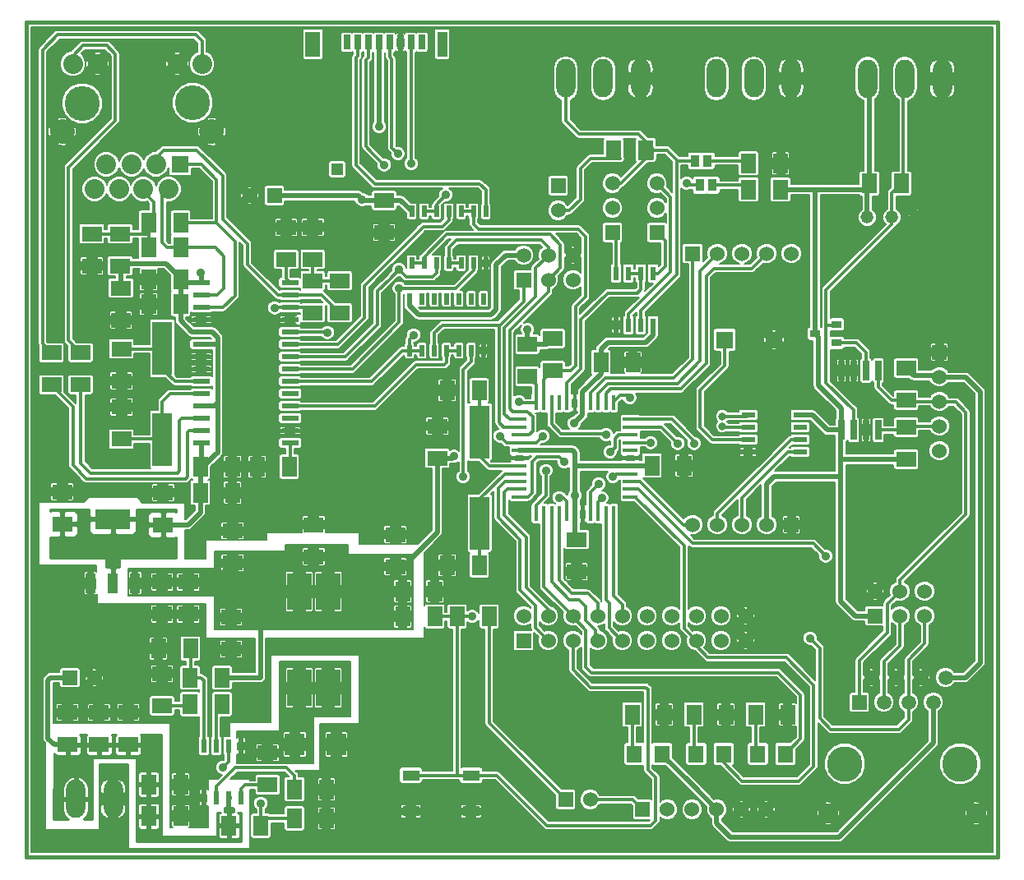
<source format=gtl>
G04 (created by PCBNEW (2013-jul-07)-stable) date ven. 28 nov. 2014 17:47:18 CET*
%MOIN*%
G04 Gerber Fmt 3.4, Leading zero omitted, Abs format*
%FSLAX34Y34*%
G01*
G70*
G90*
G04 APERTURE LIST*
%ADD10C,0.00590551*%
%ADD11C,0.015*%
%ADD12R,0.0276X0.0591*%
%ADD13R,0.0591X0.1024*%
%ADD14R,0.0394X0.1024*%
%ADD15R,0.0472X0.0472*%
%ADD16R,0.0787X0.2165*%
%ADD17R,0.016X0.06*%
%ADD18R,0.06X0.016*%
%ADD19R,0.08X0.06*%
%ADD20R,0.06X0.08*%
%ADD21R,0.06X0.06*%
%ADD22C,0.06*%
%ADD23R,0.0629X0.0709*%
%ADD24R,0.0984X0.1516*%
%ADD25R,0.144X0.08*%
%ADD26R,0.04X0.08*%
%ADD27R,0.0236X0.0551*%
%ADD28R,0.02X0.045*%
%ADD29R,0.0709X0.0433*%
%ADD30O,0.078X0.156*%
%ADD31C,0.1417*%
%ADD32R,0.07X0.07*%
%ADD33C,0.08*%
%ADD34C,0.1*%
%ADD35R,0.0787X0.0906*%
%ADD36R,0.038X0.05*%
%ADD37R,0.026X0.08*%
%ADD38C,0.052*%
%ADD39C,0.1437*%
%ADD40R,0.0591X0.0591*%
%ADD41C,0.0591*%
%ADD42C,0.0787402*%
%ADD43R,0.0551X0.0236*%
%ADD44R,0.0394X0.0315*%
%ADD45C,0.07*%
%ADD46C,0.0314961*%
%ADD47R,0.0708661X0.02*%
%ADD48C,0.035*%
%ADD49C,0.02*%
%ADD50C,0.011811*%
%ADD51C,0.005*%
%ADD52C,0.01*%
G04 APERTURE END LIST*
G54D10*
G54D11*
X52362Y-44488D02*
X12992Y-44488D01*
X52362Y-10629D02*
X52362Y-44488D01*
X52362Y-10629D02*
X12992Y-10629D01*
X12992Y-44488D02*
X12992Y-10629D01*
G54D12*
X25990Y-11430D03*
X26423Y-11430D03*
X26856Y-11430D03*
X27289Y-11430D03*
X27722Y-11430D03*
X28156Y-11430D03*
X28589Y-11430D03*
X29022Y-11430D03*
G54D13*
X24612Y-11509D03*
G54D14*
X29848Y-11509D03*
G54D15*
X25596Y-16588D03*
G54D16*
X31367Y-27238D03*
X31367Y-30938D03*
G54D17*
X35225Y-26051D03*
X34910Y-26051D03*
X34595Y-26051D03*
X34280Y-26051D03*
X33965Y-26051D03*
X33650Y-26051D03*
X35540Y-26051D03*
X35855Y-26051D03*
X36170Y-26051D03*
X36485Y-26051D03*
X36800Y-26051D03*
X35225Y-30551D03*
X34910Y-30551D03*
X34595Y-30551D03*
X34280Y-30551D03*
X33965Y-30551D03*
X33650Y-30551D03*
X35540Y-30551D03*
X35855Y-30551D03*
X36170Y-30551D03*
X36485Y-30551D03*
X36800Y-30551D03*
G54D18*
X32975Y-28301D03*
X37475Y-28301D03*
X32975Y-28616D03*
X37475Y-28616D03*
X37475Y-28931D03*
X32975Y-28931D03*
X32975Y-29246D03*
X37475Y-29246D03*
X37475Y-29561D03*
X32975Y-29561D03*
X32975Y-29876D03*
X37475Y-29876D03*
X37475Y-27986D03*
X32975Y-27986D03*
X32975Y-27671D03*
X37475Y-27671D03*
X37475Y-27356D03*
X32975Y-27356D03*
X32975Y-27041D03*
X37475Y-27041D03*
X37475Y-26726D03*
X32975Y-26726D03*
G54D19*
X48650Y-24650D03*
X48650Y-25950D03*
X48650Y-28350D03*
X48650Y-27050D03*
X34330Y-23444D03*
X34330Y-24744D03*
G54D20*
X36279Y-24409D03*
X37579Y-24409D03*
X42550Y-38700D03*
X43850Y-38700D03*
G54D19*
X35300Y-32900D03*
X35300Y-31600D03*
G54D20*
X31350Y-32650D03*
X30050Y-32650D03*
X31350Y-25550D03*
X30050Y-25550D03*
X38350Y-28600D03*
X39650Y-28600D03*
G54D19*
X29650Y-28300D03*
X29650Y-27000D03*
G54D21*
X44000Y-31000D03*
G54D22*
X43000Y-31000D03*
X42000Y-31000D03*
X41000Y-31000D03*
X40000Y-31000D03*
G54D21*
X50000Y-24000D03*
G54D22*
X50000Y-25000D03*
X50000Y-26000D03*
X50000Y-27000D03*
X50000Y-28000D03*
G54D21*
X34850Y-42150D03*
G54D22*
X35850Y-42150D03*
G54D21*
X37975Y-42550D03*
G54D22*
X38975Y-42550D03*
X39975Y-42550D03*
X40975Y-42550D03*
X41975Y-42550D03*
X42975Y-42550D03*
G54D23*
X43759Y-40300D03*
X42641Y-40300D03*
G54D21*
X47400Y-34700D03*
G54D22*
X47400Y-33700D03*
X48400Y-34700D03*
X48400Y-33700D03*
X49400Y-34700D03*
X49400Y-33700D03*
G54D24*
X24054Y-37628D03*
X25236Y-37628D03*
X25236Y-33710D03*
X24054Y-33710D03*
G54D25*
X16506Y-30768D03*
G54D26*
X16506Y-33368D03*
X17406Y-33368D03*
X15606Y-33368D03*
G54D27*
X21694Y-42073D03*
X21694Y-39973D03*
X21194Y-42073D03*
X20694Y-42073D03*
X20194Y-42073D03*
X21194Y-39973D03*
X20694Y-39973D03*
X20194Y-39973D03*
G54D28*
X28519Y-23934D03*
X29019Y-23934D03*
X29519Y-23934D03*
X30019Y-23934D03*
X30519Y-23934D03*
X31019Y-23934D03*
X31519Y-23934D03*
X31519Y-21834D03*
X31019Y-21834D03*
X30519Y-21834D03*
X30019Y-21834D03*
X29519Y-21834D03*
X29019Y-21834D03*
X28519Y-21834D03*
G54D20*
X20925Y-38287D03*
X19625Y-38287D03*
G54D19*
X18503Y-38346D03*
X18503Y-37046D03*
X18500Y-33325D03*
X18500Y-34625D03*
G54D20*
X23857Y-41732D03*
X25157Y-41732D03*
X19625Y-37204D03*
X20925Y-37204D03*
X19646Y-36023D03*
X18346Y-36023D03*
X21200Y-43208D03*
X22500Y-43208D03*
X23857Y-42913D03*
X25157Y-42913D03*
X28250Y-33700D03*
X29550Y-33700D03*
G54D19*
X21350Y-32550D03*
X21350Y-31250D03*
X27950Y-32700D03*
X27950Y-31400D03*
X24645Y-32303D03*
X24645Y-31003D03*
X17125Y-39921D03*
X17125Y-38621D03*
G54D20*
X17952Y-42814D03*
X19252Y-42814D03*
G54D19*
X24606Y-22401D03*
X24606Y-21101D03*
X16850Y-23864D03*
X16850Y-25164D03*
X16850Y-27526D03*
X16850Y-26226D03*
G54D20*
X19250Y-22050D03*
X17950Y-22050D03*
X19250Y-21050D03*
X17950Y-21050D03*
X20050Y-29700D03*
X21350Y-29700D03*
G54D19*
X16830Y-22697D03*
X16830Y-21397D03*
G54D20*
X21350Y-28650D03*
X20050Y-28650D03*
G54D19*
X23523Y-20236D03*
X23523Y-18936D03*
X25688Y-22401D03*
X25688Y-21101D03*
X19550Y-33325D03*
X19550Y-34625D03*
X24606Y-20236D03*
X24606Y-18936D03*
X15650Y-19200D03*
X15650Y-20500D03*
X16800Y-20500D03*
X16800Y-19200D03*
G54D20*
X17950Y-19750D03*
X19250Y-19750D03*
X17950Y-18750D03*
X19250Y-18750D03*
G54D19*
X14015Y-25322D03*
X14015Y-24022D03*
X15196Y-25322D03*
X15196Y-24022D03*
X15944Y-39921D03*
X15944Y-38621D03*
X18543Y-31004D03*
X18543Y-29704D03*
G54D20*
X17952Y-41535D03*
X19252Y-41535D03*
G54D19*
X33307Y-23680D03*
X33307Y-24980D03*
G54D20*
X31752Y-34724D03*
X30452Y-34724D03*
X28247Y-34724D03*
X29547Y-34724D03*
G54D19*
X14665Y-39921D03*
X14665Y-38621D03*
X21300Y-34750D03*
X21300Y-36050D03*
X22775Y-41550D03*
X22775Y-40250D03*
X27500Y-19150D03*
X27500Y-17850D03*
G54D29*
X28580Y-41172D03*
X31020Y-41172D03*
X31020Y-42628D03*
X28580Y-42628D03*
G54D16*
X18503Y-23845D03*
X18503Y-27545D03*
G54D21*
X33150Y-21070D03*
G54D22*
X33150Y-20070D03*
X34150Y-21070D03*
X34150Y-20070D03*
X35150Y-21070D03*
X35150Y-20070D03*
G54D21*
X14755Y-37204D03*
G54D22*
X15755Y-37204D03*
G54D30*
X14998Y-42125D03*
X16513Y-42125D03*
G54D31*
X15256Y-13898D03*
X19744Y-13879D03*
G54D32*
X19232Y-16379D03*
G54D33*
X18760Y-17383D03*
X18248Y-16379D03*
X17736Y-17383D03*
X17264Y-16379D03*
X16752Y-17383D03*
X16240Y-16379D03*
X15768Y-17383D03*
X20118Y-12304D03*
X19114Y-12304D03*
X15886Y-12304D03*
X14882Y-12304D03*
G54D34*
X20512Y-15060D03*
X14449Y-15060D03*
G54D35*
X25570Y-39921D03*
X23878Y-39921D03*
G54D23*
X38759Y-40300D03*
X37641Y-40300D03*
G54D20*
X37550Y-38700D03*
X38850Y-38700D03*
X38100Y-15800D03*
X36800Y-15800D03*
G54D36*
X40301Y-17224D03*
X40801Y-17224D03*
X40104Y-16240D03*
X40604Y-16240D03*
G54D20*
X42263Y-17401D03*
X43563Y-17401D03*
X42263Y-16338D03*
X43563Y-16338D03*
G54D28*
X28618Y-20391D03*
X29118Y-20391D03*
X29618Y-20391D03*
X30118Y-20391D03*
X30618Y-20391D03*
X31118Y-20391D03*
X31618Y-20391D03*
X31618Y-18291D03*
X31118Y-18291D03*
X30618Y-18291D03*
X30118Y-18291D03*
X29618Y-18291D03*
X29118Y-18291D03*
X28618Y-18291D03*
G54D20*
X23650Y-28650D03*
X22350Y-28650D03*
G54D19*
X14448Y-30964D03*
X14448Y-29664D03*
G54D37*
X46020Y-27160D03*
X46520Y-27160D03*
X47020Y-27160D03*
X47520Y-27160D03*
X47520Y-24740D03*
X47020Y-24740D03*
X46520Y-24740D03*
X46020Y-24740D03*
G54D20*
X47160Y-17160D03*
X48460Y-17160D03*
G54D30*
X37893Y-12893D03*
X36377Y-12893D03*
X34862Y-12893D03*
G54D21*
X34550Y-17250D03*
G54D22*
X34550Y-18250D03*
G54D30*
X50118Y-12913D03*
X48602Y-12913D03*
X47086Y-12913D03*
G54D21*
X33150Y-35700D03*
G54D22*
X33150Y-34700D03*
X34150Y-35700D03*
X34150Y-34700D03*
X35150Y-35700D03*
X35150Y-34700D03*
X36150Y-35700D03*
X36150Y-34700D03*
X37150Y-35700D03*
X37150Y-34700D03*
X38150Y-35700D03*
X38150Y-34700D03*
X39150Y-35700D03*
X39150Y-34700D03*
X40150Y-35700D03*
X40150Y-34700D03*
X41150Y-35700D03*
X41150Y-34700D03*
X42150Y-35700D03*
X42150Y-34700D03*
G54D38*
X49075Y-18525D03*
X48075Y-18525D03*
X47075Y-18525D03*
G54D23*
X41259Y-40300D03*
X40141Y-40300D03*
G54D20*
X40050Y-38700D03*
X41350Y-38700D03*
G54D21*
X40000Y-20000D03*
G54D22*
X41000Y-20000D03*
X42000Y-20000D03*
X43000Y-20000D03*
X44000Y-20000D03*
G54D30*
X43996Y-12893D03*
X42480Y-12893D03*
X40964Y-12893D03*
G54D39*
X50838Y-40700D03*
X46165Y-40700D03*
G54D40*
X46750Y-38200D03*
G54D41*
X47250Y-37200D03*
X47750Y-38200D03*
X48250Y-37200D03*
X48750Y-38200D03*
X49250Y-37200D03*
X49750Y-38200D03*
X50250Y-37200D03*
G54D42*
X45500Y-42700D03*
X51500Y-42700D03*
G54D43*
X44350Y-26550D03*
X42250Y-26550D03*
X44350Y-27050D03*
X44350Y-27550D03*
X44350Y-28050D03*
X42250Y-27050D03*
X42250Y-27550D03*
X42250Y-28050D03*
G54D21*
X38550Y-19150D03*
G54D22*
X38550Y-18150D03*
X38550Y-17150D03*
G54D21*
X36750Y-19150D03*
G54D22*
X36750Y-18150D03*
X36750Y-17150D03*
G54D44*
X44967Y-23250D03*
X45833Y-22875D03*
X45833Y-23625D03*
G54D32*
X41300Y-23500D03*
G54D45*
X43300Y-23500D03*
G54D46*
X41200Y-27000D03*
X41200Y-26600D03*
G54D27*
X38400Y-22900D03*
X38400Y-20800D03*
X37900Y-22900D03*
X37400Y-22900D03*
X36900Y-22900D03*
X37900Y-20800D03*
X37400Y-20800D03*
X36900Y-20800D03*
G54D21*
X23050Y-17650D03*
G54D22*
X22050Y-17650D03*
G54D47*
X23689Y-27685D03*
X23689Y-27185D03*
X23689Y-26685D03*
X23689Y-26185D03*
X23689Y-25685D03*
X23689Y-25185D03*
X23689Y-24685D03*
X23689Y-24185D03*
X23689Y-23685D03*
X23689Y-23185D03*
X23689Y-22685D03*
X23689Y-22185D03*
X23689Y-21685D03*
X23689Y-21185D03*
X20089Y-21185D03*
X20089Y-21685D03*
X20089Y-22185D03*
X20089Y-22685D03*
X20089Y-23185D03*
X20089Y-23685D03*
X20089Y-24185D03*
X20089Y-24685D03*
X20089Y-25185D03*
X20089Y-25685D03*
X20089Y-26185D03*
X20089Y-26685D03*
X20089Y-27185D03*
X20089Y-27685D03*
G54D48*
X27350Y-34800D03*
X30325Y-28225D03*
X35196Y-26889D03*
X35225Y-29825D03*
X33307Y-23070D03*
X44750Y-35600D03*
X36500Y-27350D03*
X33937Y-27401D03*
X31062Y-34724D03*
X32200Y-27400D03*
X25200Y-23200D03*
X27300Y-14850D03*
X26600Y-17800D03*
X20078Y-20767D03*
X39750Y-17150D03*
X28050Y-15950D03*
X28100Y-20650D03*
X32950Y-26000D03*
X30000Y-17625D03*
X34600Y-29900D03*
X30700Y-29050D03*
X31610Y-21040D03*
X30400Y-33700D03*
X31496Y-23326D03*
X20708Y-22677D03*
X19400Y-24200D03*
X28600Y-16350D03*
X28700Y-23300D03*
X27500Y-16400D03*
X28110Y-21417D03*
X45400Y-32270D03*
X23050Y-22200D03*
X22500Y-42300D03*
X20950Y-40850D03*
X37450Y-25850D03*
X40050Y-27700D03*
X39400Y-27700D03*
X36650Y-28050D03*
X38300Y-27675D03*
X36775Y-29050D03*
X34800Y-28450D03*
X36200Y-29350D03*
X36318Y-29921D03*
X34050Y-28800D03*
G54D49*
X13877Y-37303D02*
X13877Y-39665D01*
X13877Y-39665D02*
X14134Y-39921D01*
X14665Y-39921D02*
X14134Y-39921D01*
X13976Y-37204D02*
X14755Y-37204D01*
X13877Y-37303D02*
X13976Y-37204D01*
X44967Y-23250D02*
X44967Y-17401D01*
X44967Y-17401D02*
X45000Y-17401D01*
X46020Y-27160D02*
X46020Y-26270D01*
X45100Y-23383D02*
X44967Y-23250D01*
X45100Y-25350D02*
X45100Y-23383D01*
X46020Y-26270D02*
X45100Y-25350D01*
X27400Y-34750D02*
X27350Y-34800D01*
X30250Y-28300D02*
X29650Y-28300D01*
X30250Y-28300D02*
X30325Y-28225D01*
X40975Y-42550D02*
X40975Y-43105D01*
X40975Y-43105D02*
X41535Y-43665D01*
X39987Y-41562D02*
X39987Y-41562D01*
X38759Y-40333D02*
X39987Y-41562D01*
X38759Y-40300D02*
X38759Y-40333D01*
X39987Y-41562D02*
X40975Y-42550D01*
X44350Y-26550D02*
X44850Y-26550D01*
X45460Y-27160D02*
X46020Y-27160D01*
X44850Y-26550D02*
X45460Y-27160D01*
X43563Y-17401D02*
X44650Y-17401D01*
X44650Y-17401D02*
X45000Y-17401D01*
X45000Y-17401D02*
X46918Y-17401D01*
X46918Y-17401D02*
X47160Y-17160D01*
X36279Y-24409D02*
X36279Y-23870D01*
X38400Y-23300D02*
X38400Y-22900D01*
X38100Y-23600D02*
X38400Y-23300D01*
X36550Y-23600D02*
X38100Y-23600D01*
X36279Y-23870D02*
X36550Y-23600D01*
X49750Y-39860D02*
X49750Y-38200D01*
X45945Y-43665D02*
X49750Y-39860D01*
X41535Y-43665D02*
X45945Y-43665D01*
X37475Y-28616D02*
X35225Y-28616D01*
X35250Y-28650D02*
X35225Y-28650D01*
X35250Y-28641D02*
X35250Y-28650D01*
X35225Y-28616D02*
X35250Y-28641D01*
X35036Y-27986D02*
X35136Y-27986D01*
X35136Y-27986D02*
X35225Y-28075D01*
X35225Y-28075D02*
X35225Y-28650D01*
X32975Y-27986D02*
X35036Y-27986D01*
X35225Y-28650D02*
X35225Y-29350D01*
X35540Y-26051D02*
X35540Y-26546D01*
X35540Y-26546D02*
X35196Y-26889D01*
X33307Y-23680D02*
X34094Y-23680D01*
X34094Y-23680D02*
X34330Y-23444D01*
X35540Y-26051D02*
X35540Y-25603D01*
X36279Y-24864D02*
X36279Y-24409D01*
X35540Y-25603D02*
X36279Y-24864D01*
X33307Y-23680D02*
X33307Y-23070D01*
X28519Y-21834D02*
X28519Y-22119D01*
X28519Y-22119D02*
X28880Y-22480D01*
X32030Y-22270D02*
X32030Y-21970D01*
X31820Y-22480D02*
X32030Y-22270D01*
X28880Y-22480D02*
X31820Y-22480D01*
X32030Y-21970D02*
X32030Y-20460D01*
X32420Y-20070D02*
X33150Y-20070D01*
X32030Y-20460D02*
X32420Y-20070D01*
X43000Y-31000D02*
X43000Y-30000D01*
X43000Y-29350D02*
X43300Y-29050D01*
X43300Y-29050D02*
X46000Y-29050D01*
X43000Y-30000D02*
X43000Y-29350D01*
X47160Y-17160D02*
X47160Y-13066D01*
X47160Y-13066D02*
X47018Y-12925D01*
X46000Y-29050D02*
X46000Y-34100D01*
X46600Y-34700D02*
X47400Y-34700D01*
X46000Y-34100D02*
X46600Y-34700D01*
X48650Y-28350D02*
X46000Y-28350D01*
X46000Y-28350D02*
X46100Y-28350D01*
X46100Y-28350D02*
X46000Y-28350D01*
X46000Y-29050D02*
X46000Y-28350D01*
X46000Y-28350D02*
X46000Y-27180D01*
X46000Y-27180D02*
X46020Y-27160D01*
X35225Y-30551D02*
X35225Y-31425D01*
X35225Y-31425D02*
X35300Y-31500D01*
X35225Y-30551D02*
X35225Y-29825D01*
X35225Y-29825D02*
X35225Y-29825D01*
X48650Y-24650D02*
X48950Y-24950D01*
X49950Y-24950D02*
X50000Y-25000D01*
X48950Y-24950D02*
X49950Y-24950D01*
X47075Y-18525D02*
X47075Y-17245D01*
X47075Y-17245D02*
X47160Y-17160D01*
X50025Y-25025D02*
X51075Y-25025D01*
X51050Y-37200D02*
X51650Y-36600D01*
X51650Y-36600D02*
X51650Y-25600D01*
X51650Y-25600D02*
X51075Y-25025D01*
X51050Y-37200D02*
X50250Y-37200D01*
X35225Y-29350D02*
X35225Y-29350D01*
X35225Y-29825D02*
X35225Y-29350D01*
X32950Y-20070D02*
X33150Y-20070D01*
X37475Y-28616D02*
X38333Y-28616D01*
X38333Y-28616D02*
X38350Y-28600D01*
X19550Y-33325D02*
X20575Y-33325D01*
X20575Y-33325D02*
X21350Y-32550D01*
X27950Y-32700D02*
X28250Y-32700D01*
X28250Y-32700D02*
X29650Y-31300D01*
X29650Y-31259D02*
X29650Y-30822D01*
X29650Y-31300D02*
X29650Y-31259D01*
X29650Y-30822D02*
X29650Y-28300D01*
X22375Y-34725D02*
X21475Y-34725D01*
X20925Y-37204D02*
X22486Y-37204D01*
X22486Y-34836D02*
X22375Y-34725D01*
X22486Y-37204D02*
X22486Y-34836D01*
X21475Y-34725D02*
X21450Y-34750D01*
X27716Y-32697D02*
X27802Y-32697D01*
X18500Y-33325D02*
X19550Y-33325D01*
X17406Y-33368D02*
X18456Y-33368D01*
X18456Y-33368D02*
X18500Y-33325D01*
G54D50*
X48750Y-38200D02*
X48750Y-38900D01*
X45150Y-36000D02*
X44750Y-35600D01*
X45150Y-38850D02*
X45150Y-36000D01*
X45600Y-39300D02*
X45150Y-38850D01*
X48350Y-39300D02*
X45600Y-39300D01*
X48750Y-38900D02*
X48350Y-39300D01*
X34280Y-26051D02*
X34280Y-26930D01*
X36450Y-27300D02*
X36500Y-27350D01*
X34650Y-27300D02*
X36450Y-27300D01*
X34280Y-26930D02*
X34650Y-27300D01*
X48750Y-38200D02*
X48750Y-36470D01*
X48750Y-36470D02*
X49400Y-35820D01*
X49400Y-35820D02*
X49400Y-34700D01*
X30452Y-40350D02*
X30452Y-41169D01*
X30452Y-34724D02*
X30452Y-37850D01*
X30452Y-37850D02*
X30452Y-40350D01*
X30452Y-41169D02*
X30450Y-41172D01*
X31020Y-41172D02*
X32072Y-41172D01*
X34100Y-43200D02*
X37300Y-43200D01*
X32072Y-41172D02*
X34100Y-43200D01*
X28580Y-41172D02*
X30450Y-41172D01*
X30450Y-41172D02*
X31020Y-41172D01*
X38500Y-42950D02*
X38500Y-43000D01*
X38500Y-42950D02*
X38500Y-41255D01*
X38500Y-41255D02*
X38188Y-40944D01*
X35150Y-36882D02*
X35150Y-35700D01*
X38188Y-40944D02*
X38188Y-37677D01*
X38188Y-37677D02*
X38110Y-37598D01*
X38110Y-37598D02*
X35866Y-37598D01*
X35866Y-37598D02*
X35150Y-36882D01*
X38500Y-43000D02*
X38300Y-43200D01*
X38300Y-43200D02*
X37300Y-43200D01*
X32975Y-27671D02*
X33667Y-27671D01*
X33667Y-27671D02*
X33937Y-27401D01*
X30452Y-34724D02*
X31062Y-34724D01*
X29547Y-34724D02*
X30452Y-34724D01*
X23689Y-23185D02*
X25185Y-23185D01*
X32200Y-27400D02*
X32471Y-27671D01*
X32471Y-27671D02*
X32975Y-27671D01*
X25185Y-23185D02*
X25200Y-23200D01*
G54D49*
X23050Y-17650D02*
X26450Y-17650D01*
X26450Y-17650D02*
X26600Y-17800D01*
X27300Y-14850D02*
X27289Y-14839D01*
X27289Y-14839D02*
X27289Y-11430D01*
X27500Y-17850D02*
X28176Y-17850D01*
X28176Y-17850D02*
X28618Y-18291D01*
X27500Y-17850D02*
X26650Y-17850D01*
X26650Y-17850D02*
X26600Y-17800D01*
X20089Y-20778D02*
X20078Y-20767D01*
X20089Y-20778D02*
X20089Y-21185D01*
X16830Y-21397D02*
X16830Y-20530D01*
X16830Y-20530D02*
X16800Y-20500D01*
X18543Y-31004D02*
X19546Y-31004D01*
X20050Y-30501D02*
X20050Y-29550D01*
X19546Y-31004D02*
X20050Y-30501D01*
X20089Y-27685D02*
X20089Y-28510D01*
X20089Y-28510D02*
X20050Y-28550D01*
X20750Y-25826D02*
X20750Y-28068D01*
X20750Y-28068D02*
X20629Y-28188D01*
X20050Y-28550D02*
X20268Y-28550D01*
X20268Y-28550D02*
X20629Y-28188D01*
X20708Y-26091D02*
X20750Y-26091D01*
X20629Y-28188D02*
X20708Y-28110D01*
X20089Y-23685D02*
X20750Y-23685D01*
X20750Y-23685D02*
X20750Y-23650D01*
X19250Y-21050D02*
X19250Y-21000D01*
X16900Y-20400D02*
X16800Y-20500D01*
X18650Y-20400D02*
X16900Y-20400D01*
X19250Y-21000D02*
X18650Y-20400D01*
X19250Y-21050D02*
X19250Y-22050D01*
X20089Y-26185D02*
X20614Y-26185D01*
X20614Y-26185D02*
X20750Y-26050D01*
X20750Y-26050D02*
X20750Y-26091D01*
X20535Y-23185D02*
X20089Y-23185D01*
X20750Y-23400D02*
X20535Y-23185D01*
X20750Y-26091D02*
X20750Y-25826D01*
X20750Y-25826D02*
X20750Y-23650D01*
X20750Y-23650D02*
X20750Y-23400D01*
X20050Y-29550D02*
X20050Y-28550D01*
X20089Y-23185D02*
X19710Y-23185D01*
X19250Y-22725D02*
X19250Y-22050D01*
X19710Y-23185D02*
X19250Y-22725D01*
X20089Y-21185D02*
X19385Y-21185D01*
X19385Y-21185D02*
X19250Y-21050D01*
G54D50*
X39824Y-17224D02*
X40301Y-17224D01*
X39750Y-17150D02*
X39824Y-17224D01*
X37400Y-22900D02*
X37400Y-22450D01*
X39100Y-17700D02*
X38550Y-17150D01*
X39100Y-20750D02*
X39100Y-17700D01*
X37400Y-22450D02*
X39100Y-20750D01*
X40104Y-16240D02*
X39350Y-16240D01*
X39400Y-16250D02*
X39350Y-16250D01*
X39359Y-16250D02*
X39400Y-16250D01*
X39350Y-16240D02*
X39359Y-16250D01*
X37900Y-22900D02*
X37900Y-22300D01*
X38950Y-15800D02*
X38100Y-15800D01*
X39350Y-16200D02*
X38950Y-15800D01*
X39350Y-20850D02*
X39350Y-16250D01*
X39350Y-16250D02*
X39350Y-16200D01*
X37900Y-22300D02*
X39350Y-20850D01*
X36750Y-17150D02*
X37100Y-17150D01*
X38100Y-16150D02*
X38100Y-15800D01*
X37100Y-17150D02*
X38100Y-16150D01*
X38366Y-16141D02*
X38366Y-15716D01*
X34862Y-14612D02*
X34862Y-12893D01*
X35400Y-15150D02*
X34862Y-14612D01*
X37800Y-15150D02*
X35400Y-15150D01*
X38366Y-15716D02*
X37800Y-15150D01*
X27722Y-11430D02*
X27722Y-12022D01*
X27722Y-12022D02*
X27800Y-12100D01*
X27800Y-12100D02*
X27800Y-15700D01*
X27800Y-15700D02*
X28050Y-15950D01*
X27225Y-22875D02*
X27225Y-21525D01*
X27225Y-21525D02*
X27716Y-21033D01*
X23689Y-24185D02*
X25750Y-24185D01*
X25914Y-24185D02*
X27225Y-22875D01*
X25750Y-24185D02*
X25914Y-24185D01*
X27716Y-21033D02*
X28100Y-20650D01*
X29446Y-20946D02*
X29618Y-20775D01*
X28396Y-20946D02*
X29446Y-20946D01*
X28100Y-20650D02*
X28396Y-20946D01*
X29618Y-20775D02*
X29618Y-20391D01*
X29618Y-20775D02*
X29618Y-20391D01*
X26423Y-11430D02*
X26423Y-11977D01*
X26350Y-16409D02*
X26423Y-16482D01*
X26350Y-12050D02*
X26350Y-16409D01*
X26423Y-11977D02*
X26350Y-12050D01*
X29650Y-17175D02*
X31375Y-17175D01*
X26423Y-16482D02*
X27116Y-17175D01*
X27116Y-17175D02*
X29650Y-17175D01*
X31375Y-17175D02*
X31618Y-17418D01*
X31618Y-17418D02*
X31618Y-18291D01*
X33650Y-26051D02*
X33001Y-26051D01*
X33001Y-26051D02*
X32950Y-26000D01*
X33650Y-26051D02*
X33650Y-25324D01*
X33650Y-25324D02*
X33307Y-24980D01*
X29618Y-18006D02*
X30000Y-17625D01*
X29618Y-18291D02*
X29618Y-18006D01*
X29118Y-18291D02*
X29618Y-18291D01*
X29100Y-18900D02*
X29800Y-18900D01*
X29850Y-18900D02*
X30118Y-18631D01*
X29800Y-18900D02*
X29850Y-18900D01*
X30118Y-18631D02*
X30118Y-18291D01*
X28925Y-19075D02*
X29100Y-18900D01*
X30118Y-18631D02*
X30118Y-18291D01*
X30118Y-18631D02*
X30118Y-18291D01*
X28362Y-19637D02*
X28925Y-19075D01*
X26700Y-21300D02*
X26700Y-22600D01*
X26700Y-22600D02*
X26500Y-22800D01*
X26700Y-21300D02*
X27200Y-20800D01*
X23689Y-23685D02*
X25450Y-23685D01*
X25450Y-23685D02*
X25614Y-23685D01*
X25614Y-23685D02*
X26500Y-22800D01*
X27200Y-20800D02*
X28362Y-19637D01*
X34910Y-30551D02*
X34910Y-30035D01*
X34775Y-29900D02*
X34600Y-29900D01*
X34910Y-30035D02*
X34775Y-29900D01*
X30708Y-26476D02*
X30708Y-28248D01*
X30708Y-28248D02*
X30700Y-29050D01*
X30708Y-24704D02*
X31019Y-24393D01*
X31019Y-24393D02*
X31019Y-23934D01*
X30708Y-26476D02*
X30708Y-24704D01*
G54D49*
X31618Y-20391D02*
X31618Y-21031D01*
X31618Y-21031D02*
X31610Y-21040D01*
X47020Y-27160D02*
X47020Y-26160D01*
X46520Y-25660D02*
X46520Y-24740D01*
X47020Y-26160D02*
X46520Y-25660D01*
X46520Y-24740D02*
X46020Y-24740D01*
X29550Y-33700D02*
X30400Y-33700D01*
X31519Y-23934D02*
X31519Y-23350D01*
X31519Y-23350D02*
X31496Y-23326D01*
X23523Y-18936D02*
X24606Y-18936D01*
X20089Y-22685D02*
X20700Y-22685D01*
X20700Y-22685D02*
X20708Y-22677D01*
X20089Y-24185D02*
X19414Y-24185D01*
X19414Y-24185D02*
X19400Y-24200D01*
G54D50*
X37475Y-29876D02*
X37676Y-29876D01*
X39650Y-31850D02*
X39650Y-35200D01*
X37676Y-29876D02*
X39650Y-31850D01*
X39650Y-35200D02*
X40150Y-35700D01*
X43240Y-36390D02*
X43790Y-36390D01*
X44900Y-37500D02*
X44900Y-37940D01*
X43790Y-36390D02*
X44900Y-37500D01*
X40150Y-35700D02*
X40150Y-35930D01*
X40610Y-36390D02*
X43240Y-36390D01*
X40150Y-35930D02*
X40610Y-36390D01*
X41259Y-40300D02*
X41259Y-40659D01*
X44900Y-40800D02*
X44900Y-37940D01*
X41259Y-40659D02*
X42000Y-41400D01*
X42000Y-41400D02*
X44300Y-41400D01*
X44300Y-41400D02*
X44900Y-40800D01*
X39650Y-35200D02*
X40150Y-35700D01*
X35150Y-34700D02*
X35150Y-34756D01*
X35669Y-36771D02*
X35905Y-37007D01*
X35669Y-35275D02*
X35669Y-36771D01*
X35150Y-34756D02*
X35669Y-35275D01*
X36299Y-37007D02*
X36299Y-37000D01*
X35905Y-37007D02*
X36299Y-37007D01*
X43435Y-37000D02*
X43475Y-37000D01*
X44375Y-39684D02*
X43759Y-40300D01*
X44375Y-37900D02*
X44375Y-39684D01*
X36299Y-37000D02*
X43435Y-37000D01*
X43475Y-37000D02*
X44375Y-37900D01*
X33965Y-33000D02*
X33965Y-33515D01*
X33965Y-33515D02*
X35150Y-34700D01*
X33965Y-31750D02*
X33965Y-33000D01*
X33965Y-30551D02*
X33965Y-31750D01*
X33965Y-31750D02*
X33965Y-31865D01*
X28589Y-11430D02*
X28589Y-16339D01*
X28589Y-16339D02*
X28600Y-16350D01*
X28700Y-23300D02*
X28519Y-23480D01*
X28519Y-23480D02*
X28519Y-23934D01*
X23689Y-25185D02*
X26979Y-25185D01*
X26979Y-25185D02*
X27657Y-24507D01*
X27657Y-24507D02*
X28149Y-24015D01*
X28149Y-24015D02*
X28230Y-23934D01*
X28230Y-23934D02*
X28519Y-23934D01*
X28519Y-23934D02*
X29019Y-23934D01*
X29320Y-21417D02*
X30393Y-21417D01*
X30393Y-21417D02*
X31118Y-20692D01*
X31118Y-20692D02*
X31118Y-20391D01*
X26750Y-15600D02*
X26750Y-15650D01*
X27000Y-15900D02*
X27500Y-16400D01*
X26750Y-15650D02*
X27000Y-15900D01*
X26856Y-11430D02*
X26856Y-12044D01*
X26750Y-15600D02*
X26750Y-15600D01*
X26750Y-12150D02*
X26750Y-15600D01*
X26856Y-12044D02*
X26750Y-12150D01*
X26200Y-24685D02*
X26214Y-24685D01*
X26214Y-24685D02*
X28110Y-22789D01*
X23689Y-24685D02*
X26200Y-24685D01*
X28110Y-21417D02*
X29320Y-21417D01*
X28110Y-22789D02*
X28110Y-21811D01*
X28110Y-21811D02*
X28110Y-21417D01*
X28110Y-21811D02*
X28110Y-21712D01*
X31118Y-20692D02*
X31118Y-20391D01*
X45405Y-22900D02*
X45808Y-22900D01*
X45808Y-22900D02*
X45833Y-22875D01*
X46520Y-27160D02*
X46520Y-26360D01*
X48075Y-18810D02*
X48075Y-18525D01*
X45405Y-21480D02*
X48075Y-18810D01*
X45405Y-25245D02*
X45405Y-22900D01*
X45405Y-22900D02*
X45405Y-21480D01*
X46520Y-26360D02*
X45405Y-25245D01*
X48075Y-18525D02*
X48075Y-17545D01*
X48075Y-17545D02*
X48460Y-17160D01*
X48534Y-12925D02*
X48534Y-17085D01*
X48534Y-17085D02*
X48460Y-17160D01*
X34550Y-18250D02*
X35000Y-18250D01*
X35450Y-16550D02*
X35858Y-16141D01*
X35450Y-17800D02*
X35450Y-16550D01*
X35000Y-18250D02*
X35450Y-17800D01*
X35858Y-16141D02*
X37066Y-16141D01*
X31367Y-27238D02*
X31367Y-25567D01*
X31367Y-25567D02*
X31350Y-25550D01*
X31367Y-27238D02*
X31367Y-28222D01*
X31761Y-28616D02*
X32975Y-28616D01*
X31367Y-28222D02*
X31761Y-28616D01*
X31367Y-30938D02*
X31367Y-29951D01*
X31367Y-29951D02*
X32387Y-28931D01*
X31350Y-32650D02*
X31350Y-30956D01*
X31350Y-30956D02*
X31367Y-30938D01*
X32975Y-28931D02*
X32387Y-28931D01*
X41200Y-26600D02*
X42200Y-26600D01*
X42200Y-26600D02*
X42250Y-26550D01*
X41300Y-23500D02*
X41300Y-24550D01*
X40800Y-27550D02*
X42250Y-27550D01*
X40300Y-27050D02*
X40800Y-27550D01*
X40300Y-25550D02*
X40300Y-27050D01*
X41300Y-24550D02*
X40300Y-25550D01*
X42250Y-27050D02*
X41250Y-27050D01*
X41250Y-27050D02*
X41200Y-27000D01*
X35850Y-42150D02*
X37575Y-42150D01*
X37575Y-42150D02*
X37975Y-42550D01*
X38400Y-20800D02*
X38600Y-20800D01*
X38881Y-19481D02*
X38550Y-19150D01*
X38881Y-20518D02*
X38881Y-19481D01*
X38600Y-20800D02*
X38881Y-20518D01*
X36900Y-20800D02*
X36900Y-19300D01*
X36900Y-19300D02*
X36750Y-19150D01*
X47020Y-24740D02*
X47020Y-24020D01*
X46625Y-23625D02*
X45833Y-23625D01*
X47020Y-24020D02*
X46625Y-23625D01*
X31752Y-34724D02*
X31752Y-39052D01*
X31752Y-39052D02*
X34850Y-42150D01*
X39980Y-31750D02*
X44880Y-31750D01*
X37475Y-29561D02*
X37791Y-29561D01*
X44880Y-31750D02*
X45400Y-32270D01*
X37791Y-29561D02*
X39980Y-31750D01*
X40050Y-38700D02*
X40050Y-40209D01*
X40050Y-40209D02*
X40141Y-40300D01*
X42550Y-38700D02*
X42550Y-40209D01*
X42550Y-40209D02*
X42641Y-40300D01*
X40604Y-16240D02*
X42164Y-16240D01*
X42164Y-16240D02*
X42263Y-16338D01*
X40801Y-17224D02*
X42086Y-17224D01*
X42086Y-17224D02*
X42263Y-17401D01*
X37550Y-38700D02*
X37550Y-40209D01*
X37550Y-40209D02*
X37641Y-40300D01*
X23689Y-27685D02*
X23689Y-28482D01*
X23689Y-28482D02*
X23642Y-28530D01*
X23064Y-22185D02*
X23689Y-22185D01*
X23050Y-22200D02*
X23064Y-22185D01*
X23689Y-22185D02*
X24390Y-22185D01*
X24390Y-22185D02*
X24606Y-22401D01*
X24548Y-22185D02*
X24606Y-22244D01*
X15196Y-28503D02*
X15196Y-25322D01*
X20089Y-26685D02*
X19298Y-26685D01*
X15590Y-28897D02*
X15196Y-28503D01*
X19133Y-28897D02*
X15590Y-28897D01*
X19212Y-28818D02*
X19133Y-28897D01*
X19212Y-26771D02*
X19212Y-28818D01*
X19298Y-26685D02*
X19212Y-26771D01*
X14882Y-12304D02*
X14882Y-11968D01*
X14700Y-23525D02*
X15196Y-24022D01*
X14700Y-16500D02*
X14700Y-23525D01*
X16600Y-14600D02*
X14700Y-16500D01*
X16600Y-11900D02*
X16600Y-14600D01*
X16250Y-11550D02*
X16600Y-11900D01*
X15300Y-11550D02*
X16250Y-11550D01*
X14882Y-11968D02*
X15300Y-11550D01*
X17950Y-19750D02*
X17950Y-19200D01*
X16800Y-19200D02*
X17950Y-19200D01*
X17950Y-19200D02*
X17950Y-18750D01*
X17736Y-17383D02*
X17736Y-17486D01*
X17736Y-17486D02*
X18150Y-17900D01*
X18150Y-17900D02*
X18150Y-18550D01*
X18150Y-18550D02*
X17950Y-18750D01*
X15650Y-19200D02*
X16800Y-19200D01*
X20700Y-18750D02*
X20700Y-17000D01*
X20079Y-16379D02*
X19232Y-16379D01*
X20700Y-17000D02*
X20079Y-16379D01*
X20089Y-22185D02*
X20964Y-22185D01*
X20700Y-18750D02*
X20050Y-18750D01*
X21450Y-19500D02*
X20700Y-18750D01*
X21450Y-21700D02*
X21450Y-19500D01*
X20964Y-22185D02*
X21450Y-21700D01*
X20089Y-22185D02*
X20664Y-22185D01*
X20250Y-18750D02*
X20150Y-18750D01*
X20150Y-18750D02*
X20050Y-18750D01*
X20050Y-18750D02*
X19250Y-18750D01*
X18248Y-16379D02*
X18248Y-16102D01*
X19900Y-15800D02*
X20950Y-16850D01*
X18550Y-15800D02*
X19900Y-15800D01*
X18248Y-16102D02*
X18550Y-15800D01*
X23689Y-21685D02*
X23185Y-21685D01*
X21950Y-20450D02*
X21950Y-19600D01*
X21950Y-19600D02*
X20950Y-18600D01*
X20950Y-18600D02*
X20950Y-16850D01*
X23185Y-21685D02*
X21950Y-20450D01*
X23689Y-21685D02*
X24972Y-21685D01*
X24972Y-21685D02*
X25688Y-22401D01*
X24606Y-21101D02*
X25688Y-21101D01*
X24606Y-20236D02*
X24606Y-21101D01*
X24448Y-20944D02*
X24606Y-21101D01*
X19448Y-29133D02*
X15433Y-29133D01*
X14015Y-25354D02*
X14881Y-26220D01*
X14015Y-25322D02*
X14015Y-25354D01*
X14881Y-26220D02*
X14881Y-28582D01*
X19527Y-28818D02*
X19527Y-29055D01*
X15433Y-29133D02*
X15196Y-28897D01*
X19527Y-29055D02*
X19448Y-29133D01*
X19527Y-27244D02*
X19527Y-28818D01*
X15196Y-28897D02*
X15118Y-28818D01*
X20089Y-27185D02*
X19585Y-27185D01*
X15118Y-28818D02*
X14881Y-28582D01*
X19585Y-27185D02*
X19527Y-27244D01*
X13650Y-12275D02*
X13650Y-11750D01*
X20118Y-11393D02*
X20118Y-12304D01*
X19850Y-11125D02*
X20118Y-11393D01*
X14275Y-11125D02*
X19850Y-11125D01*
X13650Y-11750D02*
X14275Y-11125D01*
X13650Y-23656D02*
X14015Y-24022D01*
X13650Y-12275D02*
X13650Y-23656D01*
X20089Y-21685D02*
X20714Y-21685D01*
X20650Y-19750D02*
X19250Y-19750D01*
X21000Y-20100D02*
X20650Y-19750D01*
X21000Y-21400D02*
X21000Y-20100D01*
X20714Y-21685D02*
X21000Y-21400D01*
X19250Y-19750D02*
X18700Y-19750D01*
X18500Y-17643D02*
X18760Y-17383D01*
X18500Y-19550D02*
X18500Y-17643D01*
X18700Y-19750D02*
X18500Y-19550D01*
X18600Y-17543D02*
X18760Y-17383D01*
X23689Y-26185D02*
X27114Y-26185D01*
X27114Y-26185D02*
X28792Y-24507D01*
X29133Y-24507D02*
X29921Y-24507D01*
X29921Y-24507D02*
X30019Y-24409D01*
X30019Y-23934D02*
X30019Y-24409D01*
X28792Y-24507D02*
X29133Y-24507D01*
X30019Y-23934D02*
X30519Y-23934D01*
X23523Y-20236D02*
X23523Y-21019D01*
X23523Y-21019D02*
X23689Y-21185D01*
X23689Y-21185D02*
X23892Y-21185D01*
X16850Y-27526D02*
X18485Y-27526D01*
X18485Y-27526D02*
X18503Y-27545D01*
X18503Y-27545D02*
X18503Y-26010D01*
X18828Y-25685D02*
X20089Y-25685D01*
X18503Y-26010D02*
X18828Y-25685D01*
X16850Y-23864D02*
X18485Y-23864D01*
X18485Y-23864D02*
X18503Y-23845D01*
X18503Y-23845D02*
X18503Y-24672D01*
X19017Y-25185D02*
X20089Y-25185D01*
X18503Y-24672D02*
X19017Y-25185D01*
X22500Y-42300D02*
X22500Y-43208D01*
X22500Y-42300D02*
X22500Y-42300D01*
X21194Y-39973D02*
X21194Y-40605D01*
X21194Y-40605D02*
X20950Y-40850D01*
X23857Y-42913D02*
X22795Y-42913D01*
X22795Y-42913D02*
X22500Y-43208D01*
X18503Y-38346D02*
X19566Y-38346D01*
X19566Y-38346D02*
X19625Y-38287D01*
X21525Y-40850D02*
X23527Y-40850D01*
X23527Y-40850D02*
X23857Y-41180D01*
X23857Y-41180D02*
X23857Y-41732D01*
X20694Y-42073D02*
X20694Y-41630D01*
X21475Y-40850D02*
X21525Y-40850D01*
X20694Y-41630D02*
X21475Y-40850D01*
X23857Y-41180D02*
X23857Y-41732D01*
X20694Y-39973D02*
X20694Y-38518D01*
X20694Y-38518D02*
X20925Y-38287D01*
X21694Y-42073D02*
X21694Y-41730D01*
X21875Y-41550D02*
X22775Y-41550D01*
X21694Y-41730D02*
X21875Y-41550D01*
X19625Y-37204D02*
X20078Y-37204D01*
X20194Y-37320D02*
X20194Y-39973D01*
X20078Y-37204D02*
X20194Y-37320D01*
X19646Y-36023D02*
X19646Y-37184D01*
X19646Y-37184D02*
X19625Y-37204D01*
X35855Y-26051D02*
X35855Y-25654D01*
X40000Y-24275D02*
X40000Y-20000D01*
X39230Y-25045D02*
X40000Y-24275D01*
X36465Y-25045D02*
X39230Y-25045D01*
X35855Y-25654D02*
X36465Y-25045D01*
X39150Y-25266D02*
X39383Y-25266D01*
X40300Y-20700D02*
X41000Y-20000D01*
X40300Y-24350D02*
X40300Y-20700D01*
X39383Y-25266D02*
X40300Y-24350D01*
X36170Y-26051D02*
X36170Y-25667D01*
X36571Y-25266D02*
X39150Y-25266D01*
X36170Y-25667D02*
X36571Y-25266D01*
X39000Y-25485D02*
X39515Y-25485D01*
X42400Y-20600D02*
X43000Y-20000D01*
X40850Y-20600D02*
X42400Y-20600D01*
X40550Y-20900D02*
X40850Y-20600D01*
X40550Y-24450D02*
X40550Y-20900D01*
X39515Y-25485D02*
X40550Y-24450D01*
X36485Y-26051D02*
X36485Y-25672D01*
X36485Y-25672D02*
X36673Y-25485D01*
X36673Y-25485D02*
X39000Y-25485D01*
X36800Y-26051D02*
X36800Y-25999D01*
X37350Y-25750D02*
X37450Y-25850D01*
X37050Y-25750D02*
X37350Y-25750D01*
X36800Y-25999D02*
X37050Y-25750D01*
X37475Y-26726D02*
X39176Y-26726D01*
X40050Y-27600D02*
X40050Y-27700D01*
X39176Y-26726D02*
X40050Y-27600D01*
X37475Y-27041D02*
X38741Y-27041D01*
X38741Y-27041D02*
X39400Y-27700D01*
X36850Y-27874D02*
X36850Y-27499D01*
X36993Y-27356D02*
X37475Y-27356D01*
X36674Y-28050D02*
X36850Y-27874D01*
X36650Y-28050D02*
X36674Y-28050D01*
X36850Y-27499D02*
X36993Y-27356D01*
X37475Y-27671D02*
X38296Y-27671D01*
X38296Y-27671D02*
X38300Y-27675D01*
X34910Y-26051D02*
X34910Y-25239D01*
X34910Y-25239D02*
X35200Y-24950D01*
X37400Y-20800D02*
X37900Y-20800D01*
X37900Y-20800D02*
X37900Y-21450D01*
X35200Y-24950D02*
X35468Y-24681D01*
X35468Y-24681D02*
X35468Y-22681D01*
X35468Y-22681D02*
X36550Y-21600D01*
X36550Y-21600D02*
X37750Y-21600D01*
X37900Y-21450D02*
X37750Y-21600D01*
X36485Y-30551D02*
X36485Y-34044D01*
X36485Y-34044D02*
X36614Y-34173D01*
X37150Y-35700D02*
X37117Y-35700D01*
X36614Y-35196D02*
X36614Y-34173D01*
X37117Y-35700D02*
X36614Y-35196D01*
X36800Y-33622D02*
X36800Y-33887D01*
X36800Y-33887D02*
X36929Y-34015D01*
X36800Y-30551D02*
X36800Y-33622D01*
X37150Y-34236D02*
X37150Y-34700D01*
X36929Y-34015D02*
X37150Y-34236D01*
X37475Y-29246D02*
X37866Y-29246D01*
X39620Y-31000D02*
X40000Y-31000D01*
X37866Y-29246D02*
X39620Y-31000D01*
X36893Y-28931D02*
X36775Y-29050D01*
X37475Y-28931D02*
X36893Y-28931D01*
X35200Y-34050D02*
X35388Y-34050D01*
X35388Y-34050D02*
X35669Y-34330D01*
X34280Y-30551D02*
X34280Y-33330D01*
X35000Y-34050D02*
X35200Y-34050D01*
X34280Y-33330D02*
X35000Y-34050D01*
X35669Y-34881D02*
X36062Y-35275D01*
X36062Y-35612D02*
X36150Y-35700D01*
X36062Y-35275D02*
X36062Y-35612D01*
X35669Y-34330D02*
X35669Y-34881D01*
X34280Y-31855D02*
X34280Y-31889D01*
X34280Y-31889D02*
X34280Y-31855D01*
X34280Y-30551D02*
X34280Y-31855D01*
X34595Y-31370D02*
X34595Y-33263D01*
X36150Y-34181D02*
X36150Y-34700D01*
X35748Y-33779D02*
X36150Y-34181D01*
X35111Y-33779D02*
X35748Y-33779D01*
X34595Y-33263D02*
X35111Y-33779D01*
X34595Y-31370D02*
X34595Y-30551D01*
X34595Y-30551D02*
X34595Y-31370D01*
X32125Y-30708D02*
X32125Y-30725D01*
X33000Y-33650D02*
X33622Y-34272D01*
X33000Y-31600D02*
X33000Y-33650D01*
X32125Y-30725D02*
X33000Y-31600D01*
X32975Y-29246D02*
X32406Y-29246D01*
X33622Y-35172D02*
X34150Y-35700D01*
X33622Y-34272D02*
X33622Y-35172D01*
X32125Y-30708D02*
X32125Y-30708D01*
X32125Y-29527D02*
X32125Y-30708D01*
X32406Y-29246D02*
X32125Y-29527D01*
X32975Y-29876D02*
X33323Y-29876D01*
X33323Y-29876D02*
X33500Y-29700D01*
X33704Y-28245D02*
X34050Y-28245D01*
X33500Y-28450D02*
X33704Y-28245D01*
X33500Y-29700D02*
X33500Y-28450D01*
X34050Y-28245D02*
X34595Y-28245D01*
X34595Y-28245D02*
X34800Y-28450D01*
X34595Y-28245D02*
X34800Y-28450D01*
X34750Y-28400D02*
X34800Y-28450D01*
X32975Y-29876D02*
X33273Y-29876D01*
X41000Y-31000D02*
X41000Y-30550D01*
X44000Y-27550D02*
X44350Y-27550D01*
X41000Y-30550D02*
X44000Y-27550D01*
X35855Y-29694D02*
X36200Y-29350D01*
X35855Y-29694D02*
X35855Y-30551D01*
X47520Y-27160D02*
X48540Y-27160D01*
X48540Y-27160D02*
X48650Y-27050D01*
X50000Y-27000D02*
X48700Y-27000D01*
X48700Y-27000D02*
X48650Y-27050D01*
X47750Y-38200D02*
X47750Y-36560D01*
X47750Y-36560D02*
X48400Y-35910D01*
X48400Y-35910D02*
X48400Y-34700D01*
X42000Y-31000D02*
X42000Y-29900D01*
X43850Y-28050D02*
X44350Y-28050D01*
X42000Y-29900D02*
X43850Y-28050D01*
X50000Y-26000D02*
X48700Y-26000D01*
X48700Y-26000D02*
X48650Y-25950D01*
X47520Y-24740D02*
X47520Y-25420D01*
X47520Y-25420D02*
X48050Y-25950D01*
X48050Y-25950D02*
X48650Y-25950D01*
X48830Y-26000D02*
X48830Y-25980D01*
X48830Y-25980D02*
X48830Y-26000D01*
X36170Y-30069D02*
X36318Y-29921D01*
X36170Y-30551D02*
X36170Y-30069D01*
X48400Y-33700D02*
X48400Y-33250D01*
X50000Y-26000D02*
X50025Y-26025D01*
X48400Y-33250D02*
X50025Y-31625D01*
X50650Y-26025D02*
X50025Y-26025D01*
X50025Y-31625D02*
X51075Y-30575D01*
X51075Y-30575D02*
X51075Y-26450D01*
X51075Y-26450D02*
X50650Y-26025D01*
X46750Y-38200D02*
X46750Y-36510D01*
X47890Y-34210D02*
X48400Y-33700D01*
X47890Y-35370D02*
X47890Y-34210D01*
X46750Y-36510D02*
X47890Y-35370D01*
X34150Y-21070D02*
X34150Y-21550D01*
X32586Y-23113D02*
X34150Y-21550D01*
X33000Y-26400D02*
X32700Y-26400D01*
X32586Y-26286D02*
X32586Y-23300D01*
X32700Y-26400D02*
X32586Y-26286D01*
X33300Y-26400D02*
X33525Y-26625D01*
X33000Y-26400D02*
X33300Y-26400D01*
X33368Y-27356D02*
X32975Y-27356D01*
X33525Y-27200D02*
X33525Y-26625D01*
X33368Y-27356D02*
X33525Y-27200D01*
X32586Y-23300D02*
X32586Y-23113D01*
X34635Y-19650D02*
X34635Y-20585D01*
X34635Y-20585D02*
X34150Y-21070D01*
X29118Y-20391D02*
X29118Y-20141D01*
X34635Y-19645D02*
X34635Y-19650D01*
X34220Y-19230D02*
X34635Y-19645D01*
X30030Y-19230D02*
X34220Y-19230D01*
X29118Y-20141D02*
X30030Y-19230D01*
X28618Y-20391D02*
X29118Y-20391D01*
X32150Y-23150D02*
X32150Y-22933D01*
X33150Y-21933D02*
X33150Y-21070D01*
X32150Y-22933D02*
X33150Y-21933D01*
X29519Y-23934D02*
X29519Y-23230D01*
X29850Y-22900D02*
X32150Y-22900D01*
X29519Y-23230D02*
X29850Y-22900D01*
X32975Y-27041D02*
X32341Y-27041D01*
X32150Y-26850D02*
X32150Y-23150D01*
X32150Y-23150D02*
X32150Y-22900D01*
X32341Y-27041D02*
X32150Y-26850D01*
X34150Y-19750D02*
X34150Y-20070D01*
X32368Y-23300D02*
X32368Y-23023D01*
X32594Y-26726D02*
X32368Y-26500D01*
X32368Y-26500D02*
X32368Y-23300D01*
X32975Y-26726D02*
X32594Y-26726D01*
X32368Y-23023D02*
X33630Y-21761D01*
X33630Y-21761D02*
X33630Y-20590D01*
X33630Y-20590D02*
X34150Y-20070D01*
X30118Y-20391D02*
X30118Y-19761D01*
X34150Y-19740D02*
X34150Y-19750D01*
X33870Y-19460D02*
X34150Y-19740D01*
X30420Y-19460D02*
X33870Y-19460D01*
X30118Y-19761D02*
X30420Y-19460D01*
X34150Y-19830D02*
X34150Y-20070D01*
X34150Y-19830D02*
X34150Y-20070D01*
X34140Y-20070D02*
X34150Y-20070D01*
X30118Y-20391D02*
X30618Y-20391D01*
X32826Y-26726D02*
X32975Y-26726D01*
X33250Y-33407D02*
X33250Y-33550D01*
X34150Y-34450D02*
X34150Y-34700D01*
X33250Y-33550D02*
X34150Y-34450D01*
X32375Y-30563D02*
X32375Y-30625D01*
X33250Y-33407D02*
X33250Y-33407D01*
X33250Y-31500D02*
X33250Y-33407D01*
X32375Y-30625D02*
X33250Y-31500D01*
X32375Y-30551D02*
X32375Y-30563D01*
X32375Y-29675D02*
X32375Y-30350D01*
X32488Y-29561D02*
X32375Y-29675D01*
X32975Y-29561D02*
X32488Y-29561D01*
X32375Y-30350D02*
X32375Y-30551D01*
X32375Y-30551D02*
X32375Y-30500D01*
X33650Y-30551D02*
X33650Y-30199D01*
X34050Y-29800D02*
X34050Y-28800D01*
X33650Y-30199D02*
X34050Y-29800D01*
X24054Y-37628D02*
X25236Y-37628D01*
X22611Y-40086D02*
X22775Y-40250D01*
G54D49*
X23662Y-40137D02*
X23878Y-39921D01*
G54D50*
X35250Y-23600D02*
X35250Y-22150D01*
X35250Y-22150D02*
X35650Y-21750D01*
X34330Y-24744D02*
X35049Y-24744D01*
X31118Y-18798D02*
X31330Y-19010D01*
X31330Y-19010D02*
X34088Y-19010D01*
X34088Y-19010D02*
X34090Y-19011D01*
X31118Y-18798D02*
X31118Y-18291D01*
X35361Y-19011D02*
X34090Y-19011D01*
X35650Y-19300D02*
X35361Y-19011D01*
X35650Y-21750D02*
X35650Y-19300D01*
X35250Y-24543D02*
X35250Y-23600D01*
X35049Y-24744D02*
X35250Y-24543D01*
X33965Y-26051D02*
X33965Y-25109D01*
X33965Y-25109D02*
X34330Y-24744D01*
X30618Y-18291D02*
X31118Y-18291D01*
G54D10*
G36*
X35465Y-21673D02*
X35119Y-22019D01*
X35079Y-22079D01*
X35065Y-22150D01*
X35065Y-23600D01*
X35065Y-24467D01*
X34972Y-24560D01*
X34855Y-24560D01*
X34855Y-24419D01*
X34836Y-24373D01*
X34801Y-24338D01*
X34755Y-24319D01*
X34705Y-24319D01*
X33905Y-24319D01*
X33859Y-24338D01*
X33824Y-24373D01*
X33805Y-24419D01*
X33805Y-24469D01*
X33805Y-24602D01*
X33777Y-24574D01*
X33732Y-24555D01*
X33682Y-24555D01*
X32882Y-24555D01*
X32836Y-24574D01*
X32801Y-24609D01*
X32782Y-24655D01*
X32782Y-24705D01*
X32782Y-25305D01*
X32801Y-25351D01*
X32836Y-25386D01*
X32882Y-25405D01*
X32931Y-25405D01*
X33466Y-25405D01*
X33466Y-25678D01*
X33464Y-25680D01*
X33445Y-25726D01*
X33445Y-25776D01*
X33445Y-25867D01*
X33219Y-25867D01*
X33204Y-25830D01*
X33120Y-25745D01*
X33009Y-25700D01*
X32890Y-25699D01*
X32780Y-25745D01*
X32770Y-25755D01*
X32770Y-23300D01*
X32770Y-23190D01*
X33048Y-22912D01*
X33007Y-23010D01*
X33007Y-23130D01*
X33052Y-23240D01*
X33067Y-23255D01*
X32882Y-23255D01*
X32836Y-23274D01*
X32801Y-23309D01*
X32782Y-23355D01*
X32782Y-23405D01*
X32782Y-24005D01*
X32801Y-24051D01*
X32836Y-24086D01*
X32882Y-24105D01*
X32931Y-24105D01*
X33731Y-24105D01*
X33777Y-24086D01*
X33812Y-24051D01*
X33832Y-24005D01*
X33832Y-23955D01*
X33832Y-23905D01*
X34094Y-23905D01*
X34094Y-23905D01*
X34094Y-23905D01*
X34166Y-23891D01*
X34180Y-23888D01*
X34180Y-23888D01*
X34209Y-23869D01*
X34755Y-23869D01*
X34801Y-23850D01*
X34836Y-23815D01*
X34855Y-23769D01*
X34855Y-23719D01*
X34855Y-23119D01*
X34836Y-23073D01*
X34801Y-23038D01*
X34755Y-23019D01*
X34705Y-23019D01*
X33905Y-23019D01*
X33859Y-23038D01*
X33824Y-23073D01*
X33805Y-23119D01*
X33805Y-23169D01*
X33805Y-23302D01*
X33777Y-23274D01*
X33732Y-23255D01*
X33682Y-23255D01*
X33546Y-23255D01*
X33561Y-23241D01*
X33607Y-23130D01*
X33607Y-23011D01*
X33561Y-22901D01*
X33477Y-22816D01*
X33367Y-22770D01*
X33247Y-22770D01*
X33148Y-22811D01*
X34280Y-21680D01*
X34280Y-21680D01*
X34320Y-21620D01*
X34334Y-21550D01*
X34334Y-21550D01*
X34334Y-21453D01*
X34390Y-21430D01*
X34510Y-21311D01*
X34574Y-21154D01*
X34575Y-20985D01*
X34551Y-20928D01*
X34765Y-20715D01*
X34765Y-20715D01*
X34805Y-20655D01*
X34819Y-20585D01*
X34819Y-20585D01*
X34819Y-20188D01*
X34937Y-20070D01*
X34819Y-19951D01*
X34819Y-19650D01*
X34819Y-19645D01*
X34805Y-19574D01*
X34765Y-19514D01*
X34765Y-19514D01*
X34446Y-19195D01*
X35285Y-19195D01*
X35465Y-19376D01*
X35465Y-19966D01*
X35362Y-20070D01*
X35465Y-20173D01*
X35465Y-20784D01*
X35391Y-20709D01*
X35278Y-20663D01*
X35278Y-20410D01*
X35278Y-19729D01*
X35235Y-19697D01*
X35086Y-19693D01*
X35064Y-19697D01*
X35021Y-19729D01*
X35150Y-19857D01*
X35278Y-19729D01*
X35278Y-20410D01*
X35150Y-20282D01*
X35021Y-20410D01*
X35064Y-20442D01*
X35213Y-20446D01*
X35235Y-20442D01*
X35278Y-20410D01*
X35278Y-20663D01*
X35234Y-20645D01*
X35065Y-20644D01*
X34909Y-20709D01*
X34789Y-20828D01*
X34725Y-20985D01*
X34724Y-21154D01*
X34789Y-21310D01*
X34908Y-21430D01*
X35065Y-21494D01*
X35234Y-21495D01*
X35390Y-21430D01*
X35465Y-21355D01*
X35465Y-21673D01*
X35465Y-21673D01*
G37*
G54D51*
X35465Y-21673D02*
X35119Y-22019D01*
X35079Y-22079D01*
X35065Y-22150D01*
X35065Y-23600D01*
X35065Y-24467D01*
X34972Y-24560D01*
X34855Y-24560D01*
X34855Y-24419D01*
X34836Y-24373D01*
X34801Y-24338D01*
X34755Y-24319D01*
X34705Y-24319D01*
X33905Y-24319D01*
X33859Y-24338D01*
X33824Y-24373D01*
X33805Y-24419D01*
X33805Y-24469D01*
X33805Y-24602D01*
X33777Y-24574D01*
X33732Y-24555D01*
X33682Y-24555D01*
X32882Y-24555D01*
X32836Y-24574D01*
X32801Y-24609D01*
X32782Y-24655D01*
X32782Y-24705D01*
X32782Y-25305D01*
X32801Y-25351D01*
X32836Y-25386D01*
X32882Y-25405D01*
X32931Y-25405D01*
X33466Y-25405D01*
X33466Y-25678D01*
X33464Y-25680D01*
X33445Y-25726D01*
X33445Y-25776D01*
X33445Y-25867D01*
X33219Y-25867D01*
X33204Y-25830D01*
X33120Y-25745D01*
X33009Y-25700D01*
X32890Y-25699D01*
X32780Y-25745D01*
X32770Y-25755D01*
X32770Y-23300D01*
X32770Y-23190D01*
X33048Y-22912D01*
X33007Y-23010D01*
X33007Y-23130D01*
X33052Y-23240D01*
X33067Y-23255D01*
X32882Y-23255D01*
X32836Y-23274D01*
X32801Y-23309D01*
X32782Y-23355D01*
X32782Y-23405D01*
X32782Y-24005D01*
X32801Y-24051D01*
X32836Y-24086D01*
X32882Y-24105D01*
X32931Y-24105D01*
X33731Y-24105D01*
X33777Y-24086D01*
X33812Y-24051D01*
X33832Y-24005D01*
X33832Y-23955D01*
X33832Y-23905D01*
X34094Y-23905D01*
X34094Y-23905D01*
X34094Y-23905D01*
X34166Y-23891D01*
X34180Y-23888D01*
X34180Y-23888D01*
X34209Y-23869D01*
X34755Y-23869D01*
X34801Y-23850D01*
X34836Y-23815D01*
X34855Y-23769D01*
X34855Y-23719D01*
X34855Y-23119D01*
X34836Y-23073D01*
X34801Y-23038D01*
X34755Y-23019D01*
X34705Y-23019D01*
X33905Y-23019D01*
X33859Y-23038D01*
X33824Y-23073D01*
X33805Y-23119D01*
X33805Y-23169D01*
X33805Y-23302D01*
X33777Y-23274D01*
X33732Y-23255D01*
X33682Y-23255D01*
X33546Y-23255D01*
X33561Y-23241D01*
X33607Y-23130D01*
X33607Y-23011D01*
X33561Y-22901D01*
X33477Y-22816D01*
X33367Y-22770D01*
X33247Y-22770D01*
X33148Y-22811D01*
X34280Y-21680D01*
X34280Y-21680D01*
X34320Y-21620D01*
X34334Y-21550D01*
X34334Y-21550D01*
X34334Y-21453D01*
X34390Y-21430D01*
X34510Y-21311D01*
X34574Y-21154D01*
X34575Y-20985D01*
X34551Y-20928D01*
X34765Y-20715D01*
X34765Y-20715D01*
X34805Y-20655D01*
X34819Y-20585D01*
X34819Y-20585D01*
X34819Y-20188D01*
X34937Y-20070D01*
X34819Y-19951D01*
X34819Y-19650D01*
X34819Y-19645D01*
X34805Y-19574D01*
X34765Y-19514D01*
X34765Y-19514D01*
X34446Y-19195D01*
X35285Y-19195D01*
X35465Y-19376D01*
X35465Y-19966D01*
X35362Y-20070D01*
X35465Y-20173D01*
X35465Y-20784D01*
X35391Y-20709D01*
X35278Y-20663D01*
X35278Y-20410D01*
X35278Y-19729D01*
X35235Y-19697D01*
X35086Y-19693D01*
X35064Y-19697D01*
X35021Y-19729D01*
X35150Y-19857D01*
X35278Y-19729D01*
X35278Y-20410D01*
X35150Y-20282D01*
X35021Y-20410D01*
X35064Y-20442D01*
X35213Y-20446D01*
X35235Y-20442D01*
X35278Y-20410D01*
X35278Y-20663D01*
X35234Y-20645D01*
X35065Y-20644D01*
X34909Y-20709D01*
X34789Y-20828D01*
X34725Y-20985D01*
X34724Y-21154D01*
X34789Y-21310D01*
X34908Y-21430D01*
X35065Y-21494D01*
X35234Y-21495D01*
X35390Y-21430D01*
X35465Y-21355D01*
X35465Y-21673D01*
G54D10*
G36*
X38315Y-42131D02*
X38299Y-42125D01*
X38250Y-42124D01*
X37810Y-42124D01*
X37705Y-42019D01*
X37645Y-41979D01*
X37575Y-41965D01*
X36233Y-41965D01*
X36210Y-41909D01*
X36091Y-41789D01*
X35934Y-41725D01*
X35765Y-41724D01*
X35609Y-41789D01*
X35489Y-41908D01*
X35425Y-42065D01*
X35424Y-42234D01*
X35489Y-42390D01*
X35608Y-42510D01*
X35765Y-42574D01*
X35934Y-42575D01*
X36090Y-42510D01*
X36210Y-42391D01*
X36233Y-42334D01*
X37498Y-42334D01*
X37549Y-42385D01*
X37549Y-42874D01*
X37568Y-42920D01*
X37604Y-42955D01*
X37650Y-42974D01*
X37699Y-42975D01*
X38264Y-42975D01*
X38223Y-43015D01*
X37300Y-43015D01*
X34176Y-43015D01*
X32202Y-41041D01*
X32142Y-41001D01*
X32072Y-40987D01*
X31499Y-40987D01*
X31499Y-40930D01*
X31480Y-40884D01*
X31445Y-40849D01*
X31399Y-40830D01*
X31349Y-40830D01*
X30640Y-40830D01*
X30636Y-40832D01*
X30636Y-40350D01*
X30636Y-37850D01*
X30636Y-35249D01*
X30777Y-35249D01*
X30823Y-35230D01*
X30858Y-35195D01*
X30877Y-35149D01*
X30877Y-35099D01*
X30877Y-34963D01*
X30892Y-34978D01*
X31003Y-35024D01*
X31122Y-35024D01*
X31232Y-34978D01*
X31317Y-34894D01*
X31327Y-34870D01*
X31327Y-35149D01*
X31346Y-35195D01*
X31381Y-35230D01*
X31427Y-35249D01*
X31477Y-35249D01*
X31568Y-35249D01*
X31568Y-39052D01*
X31582Y-39122D01*
X31622Y-39182D01*
X34424Y-41985D01*
X34424Y-42474D01*
X34443Y-42520D01*
X34479Y-42555D01*
X34525Y-42574D01*
X34574Y-42575D01*
X35174Y-42575D01*
X35220Y-42556D01*
X35255Y-42520D01*
X35274Y-42474D01*
X35275Y-42425D01*
X35275Y-41825D01*
X35256Y-41779D01*
X35220Y-41744D01*
X35174Y-41725D01*
X35125Y-41724D01*
X34685Y-41724D01*
X31936Y-38976D01*
X31936Y-35249D01*
X32077Y-35249D01*
X32123Y-35230D01*
X32158Y-35195D01*
X32177Y-35149D01*
X32177Y-35099D01*
X32177Y-34299D01*
X32158Y-34253D01*
X32123Y-34218D01*
X32077Y-34199D01*
X32027Y-34199D01*
X31427Y-34199D01*
X31381Y-34218D01*
X31346Y-34253D01*
X31327Y-34299D01*
X31327Y-34349D01*
X31327Y-34578D01*
X31317Y-34554D01*
X31233Y-34470D01*
X31122Y-34424D01*
X31003Y-34424D01*
X30893Y-34469D01*
X30877Y-34485D01*
X30877Y-34299D01*
X30858Y-34253D01*
X30823Y-34218D01*
X30777Y-34199D01*
X30727Y-34199D01*
X30425Y-34199D01*
X30425Y-33035D01*
X30425Y-32264D01*
X30424Y-32235D01*
X30413Y-32207D01*
X30392Y-32186D01*
X30364Y-32174D01*
X30218Y-32175D01*
X30200Y-32193D01*
X30200Y-32450D01*
X30406Y-32450D01*
X30425Y-32431D01*
X30425Y-32264D01*
X30425Y-33035D01*
X30425Y-32868D01*
X30406Y-32850D01*
X30200Y-32850D01*
X30200Y-33106D01*
X30218Y-33125D01*
X30364Y-33125D01*
X30392Y-33113D01*
X30413Y-33092D01*
X30424Y-33064D01*
X30425Y-33035D01*
X30425Y-34199D01*
X30127Y-34199D01*
X30081Y-34218D01*
X30046Y-34253D01*
X30027Y-34299D01*
X30027Y-34349D01*
X30027Y-34540D01*
X29972Y-34540D01*
X29972Y-34299D01*
X29953Y-34253D01*
X29925Y-34224D01*
X29925Y-34085D01*
X29925Y-33314D01*
X29924Y-33285D01*
X29913Y-33257D01*
X29900Y-33243D01*
X29900Y-33106D01*
X29900Y-32850D01*
X29900Y-32450D01*
X29900Y-32193D01*
X29881Y-32175D01*
X29735Y-32174D01*
X29707Y-32186D01*
X29686Y-32207D01*
X29675Y-32235D01*
X29674Y-32264D01*
X29675Y-32431D01*
X29693Y-32450D01*
X29900Y-32450D01*
X29900Y-32850D01*
X29693Y-32850D01*
X29675Y-32868D01*
X29674Y-33035D01*
X29675Y-33064D01*
X29686Y-33092D01*
X29707Y-33113D01*
X29735Y-33125D01*
X29881Y-33125D01*
X29900Y-33106D01*
X29900Y-33243D01*
X29892Y-33236D01*
X29864Y-33224D01*
X29718Y-33225D01*
X29700Y-33243D01*
X29700Y-33500D01*
X29906Y-33500D01*
X29925Y-33481D01*
X29925Y-33314D01*
X29925Y-34085D01*
X29925Y-33918D01*
X29906Y-33900D01*
X29700Y-33900D01*
X29700Y-34156D01*
X29718Y-34175D01*
X29864Y-34175D01*
X29892Y-34163D01*
X29913Y-34142D01*
X29924Y-34114D01*
X29925Y-34085D01*
X29925Y-34224D01*
X29918Y-34218D01*
X29872Y-34199D01*
X29822Y-34199D01*
X29400Y-34199D01*
X29400Y-34156D01*
X29400Y-33900D01*
X29400Y-33500D01*
X29400Y-33243D01*
X29381Y-33225D01*
X29235Y-33224D01*
X29207Y-33236D01*
X29186Y-33257D01*
X29175Y-33285D01*
X29174Y-33314D01*
X29175Y-33481D01*
X29193Y-33500D01*
X29400Y-33500D01*
X29400Y-33900D01*
X29193Y-33900D01*
X29175Y-33918D01*
X29174Y-34085D01*
X29175Y-34114D01*
X29186Y-34142D01*
X29207Y-34163D01*
X29235Y-34175D01*
X29381Y-34175D01*
X29400Y-34156D01*
X29400Y-34199D01*
X29222Y-34199D01*
X29176Y-34218D01*
X29141Y-34253D01*
X29125Y-34293D01*
X29125Y-32143D01*
X29809Y-31459D01*
X29809Y-31459D01*
X29809Y-31459D01*
X29857Y-31386D01*
X29857Y-31386D01*
X29875Y-31300D01*
X29875Y-31259D01*
X29875Y-30822D01*
X29875Y-28725D01*
X30074Y-28725D01*
X30120Y-28706D01*
X30155Y-28670D01*
X30174Y-28624D01*
X30175Y-28575D01*
X30175Y-28525D01*
X30249Y-28525D01*
X30250Y-28525D01*
X30250Y-28525D01*
X30260Y-28522D01*
X30265Y-28524D01*
X30384Y-28525D01*
X30494Y-28479D01*
X30522Y-28452D01*
X30518Y-28807D01*
X30445Y-28879D01*
X30400Y-28990D01*
X30399Y-29109D01*
X30445Y-29219D01*
X30529Y-29304D01*
X30640Y-29349D01*
X30759Y-29350D01*
X30869Y-29304D01*
X30954Y-29220D01*
X30999Y-29109D01*
X31000Y-28990D01*
X30954Y-28880D01*
X30886Y-28812D01*
X30890Y-28415D01*
X30902Y-28427D01*
X30948Y-28446D01*
X30998Y-28446D01*
X31330Y-28446D01*
X31630Y-28746D01*
X31630Y-28746D01*
X31690Y-28786D01*
X31761Y-28800D01*
X31761Y-28800D01*
X32258Y-28800D01*
X32257Y-28801D01*
X31327Y-29731D01*
X30949Y-29731D01*
X30903Y-29750D01*
X30867Y-29785D01*
X30848Y-29831D01*
X30848Y-29881D01*
X30848Y-32046D01*
X30867Y-32092D01*
X30902Y-32127D01*
X30948Y-32146D01*
X30976Y-32146D01*
X30944Y-32179D01*
X30925Y-32225D01*
X30924Y-32274D01*
X30924Y-33074D01*
X30943Y-33120D01*
X30979Y-33155D01*
X31025Y-33174D01*
X31074Y-33175D01*
X31674Y-33175D01*
X31720Y-33156D01*
X31755Y-33120D01*
X31774Y-33074D01*
X31775Y-33025D01*
X31775Y-32225D01*
X31756Y-32179D01*
X31723Y-32146D01*
X31785Y-32146D01*
X31831Y-32127D01*
X31866Y-32092D01*
X31885Y-32046D01*
X31885Y-31996D01*
X31885Y-29831D01*
X31866Y-29785D01*
X31831Y-29750D01*
X31829Y-29749D01*
X31941Y-29637D01*
X31941Y-30708D01*
X31941Y-30725D01*
X31955Y-30796D01*
X31995Y-30856D01*
X32815Y-31676D01*
X32815Y-33650D01*
X32829Y-33720D01*
X32869Y-33780D01*
X33437Y-34348D01*
X33437Y-34386D01*
X33391Y-34339D01*
X33234Y-34275D01*
X33065Y-34274D01*
X32909Y-34339D01*
X32789Y-34458D01*
X32725Y-34615D01*
X32724Y-34784D01*
X32789Y-34940D01*
X32908Y-35060D01*
X33065Y-35124D01*
X33234Y-35125D01*
X33390Y-35060D01*
X33437Y-35013D01*
X33437Y-35172D01*
X33452Y-35242D01*
X33473Y-35275D01*
X33425Y-35274D01*
X32825Y-35274D01*
X32779Y-35293D01*
X32744Y-35329D01*
X32725Y-35375D01*
X32724Y-35424D01*
X32724Y-36024D01*
X32743Y-36070D01*
X32779Y-36105D01*
X32825Y-36124D01*
X32874Y-36125D01*
X33474Y-36125D01*
X33520Y-36106D01*
X33555Y-36070D01*
X33574Y-36024D01*
X33575Y-35975D01*
X33575Y-35385D01*
X33748Y-35558D01*
X33725Y-35615D01*
X33724Y-35784D01*
X33789Y-35940D01*
X33908Y-36060D01*
X34065Y-36124D01*
X34234Y-36125D01*
X34390Y-36060D01*
X34510Y-35941D01*
X34574Y-35784D01*
X34575Y-35615D01*
X34510Y-35459D01*
X34391Y-35339D01*
X34234Y-35275D01*
X34065Y-35274D01*
X34008Y-35298D01*
X33806Y-35095D01*
X33806Y-34957D01*
X33908Y-35060D01*
X34065Y-35124D01*
X34234Y-35125D01*
X34390Y-35060D01*
X34510Y-34941D01*
X34574Y-34784D01*
X34575Y-34615D01*
X34510Y-34459D01*
X34391Y-34339D01*
X34235Y-34275D01*
X33434Y-33473D01*
X33434Y-33407D01*
X33434Y-31500D01*
X33420Y-31429D01*
X33380Y-31369D01*
X33380Y-31369D01*
X32559Y-30548D01*
X32559Y-30500D01*
X32559Y-30350D01*
X32559Y-30001D01*
X32569Y-30027D01*
X32604Y-30062D01*
X32650Y-30081D01*
X32700Y-30081D01*
X33300Y-30081D01*
X33346Y-30062D01*
X33354Y-30054D01*
X33393Y-30046D01*
X33393Y-30046D01*
X33453Y-30006D01*
X33630Y-29830D01*
X33630Y-29830D01*
X33670Y-29770D01*
X33684Y-29700D01*
X33684Y-29700D01*
X33684Y-28526D01*
X33780Y-28429D01*
X34050Y-28429D01*
X34500Y-28429D01*
X34499Y-28509D01*
X34545Y-28619D01*
X34629Y-28704D01*
X34740Y-28749D01*
X34859Y-28750D01*
X34969Y-28704D01*
X35000Y-28674D01*
X35000Y-29350D01*
X35000Y-29625D01*
X34970Y-29654D01*
X34925Y-29765D01*
X34925Y-29789D01*
X34905Y-29769D01*
X34857Y-29738D01*
X34854Y-29730D01*
X34770Y-29645D01*
X34659Y-29600D01*
X34540Y-29599D01*
X34430Y-29645D01*
X34345Y-29729D01*
X34300Y-29840D01*
X34299Y-29959D01*
X34345Y-30069D01*
X34414Y-30138D01*
X34385Y-30126D01*
X34335Y-30126D01*
X34175Y-30126D01*
X34129Y-30145D01*
X34123Y-30152D01*
X34116Y-30145D01*
X34070Y-30126D01*
X34020Y-30126D01*
X33983Y-30126D01*
X34180Y-29930D01*
X34180Y-29930D01*
X34220Y-29870D01*
X34234Y-29800D01*
X34234Y-29800D01*
X34234Y-29040D01*
X34304Y-28970D01*
X34349Y-28859D01*
X34350Y-28740D01*
X34304Y-28630D01*
X34220Y-28545D01*
X34109Y-28500D01*
X33990Y-28499D01*
X33880Y-28545D01*
X33795Y-28629D01*
X33750Y-28740D01*
X33749Y-28859D01*
X33795Y-28969D01*
X33865Y-29040D01*
X33865Y-29723D01*
X33520Y-30069D01*
X33480Y-30128D01*
X33471Y-30173D01*
X33464Y-30180D01*
X33445Y-30226D01*
X33445Y-30276D01*
X33445Y-30876D01*
X33464Y-30922D01*
X33499Y-30957D01*
X33545Y-30976D01*
X33595Y-30976D01*
X33755Y-30976D01*
X33781Y-30965D01*
X33781Y-31750D01*
X33781Y-31865D01*
X33781Y-33000D01*
X33781Y-33515D01*
X33795Y-33586D01*
X33835Y-33645D01*
X34748Y-34558D01*
X34725Y-34615D01*
X34724Y-34784D01*
X34789Y-34940D01*
X34908Y-35060D01*
X35065Y-35124D01*
X35234Y-35125D01*
X35251Y-35117D01*
X35485Y-35351D01*
X35485Y-35434D01*
X35391Y-35339D01*
X35234Y-35275D01*
X35065Y-35274D01*
X34909Y-35339D01*
X34789Y-35458D01*
X34725Y-35615D01*
X34724Y-35784D01*
X34789Y-35940D01*
X34908Y-36060D01*
X34965Y-36083D01*
X34965Y-36882D01*
X34979Y-36952D01*
X35019Y-37012D01*
X35735Y-37728D01*
X35735Y-37728D01*
X35795Y-37768D01*
X35866Y-37782D01*
X38004Y-37782D01*
X38004Y-39830D01*
X37980Y-39820D01*
X37930Y-39820D01*
X37734Y-39820D01*
X37734Y-39225D01*
X37874Y-39225D01*
X37920Y-39206D01*
X37955Y-39170D01*
X37974Y-39124D01*
X37975Y-39075D01*
X37975Y-38275D01*
X37956Y-38229D01*
X37920Y-38194D01*
X37874Y-38175D01*
X37825Y-38174D01*
X37225Y-38174D01*
X37179Y-38193D01*
X37144Y-38229D01*
X37125Y-38275D01*
X37124Y-38324D01*
X37124Y-39124D01*
X37143Y-39170D01*
X37179Y-39205D01*
X37225Y-39224D01*
X37274Y-39225D01*
X37365Y-39225D01*
X37365Y-39820D01*
X37301Y-39820D01*
X37255Y-39839D01*
X37220Y-39874D01*
X37201Y-39920D01*
X37201Y-39970D01*
X37201Y-40679D01*
X37220Y-40725D01*
X37255Y-40760D01*
X37301Y-40779D01*
X37351Y-40779D01*
X37980Y-40779D01*
X38004Y-40769D01*
X38004Y-40944D01*
X38018Y-41015D01*
X38058Y-41075D01*
X38315Y-41332D01*
X38315Y-42131D01*
X38315Y-42131D01*
G37*
G54D51*
X38315Y-42131D02*
X38299Y-42125D01*
X38250Y-42124D01*
X37810Y-42124D01*
X37705Y-42019D01*
X37645Y-41979D01*
X37575Y-41965D01*
X36233Y-41965D01*
X36210Y-41909D01*
X36091Y-41789D01*
X35934Y-41725D01*
X35765Y-41724D01*
X35609Y-41789D01*
X35489Y-41908D01*
X35425Y-42065D01*
X35424Y-42234D01*
X35489Y-42390D01*
X35608Y-42510D01*
X35765Y-42574D01*
X35934Y-42575D01*
X36090Y-42510D01*
X36210Y-42391D01*
X36233Y-42334D01*
X37498Y-42334D01*
X37549Y-42385D01*
X37549Y-42874D01*
X37568Y-42920D01*
X37604Y-42955D01*
X37650Y-42974D01*
X37699Y-42975D01*
X38264Y-42975D01*
X38223Y-43015D01*
X37300Y-43015D01*
X34176Y-43015D01*
X32202Y-41041D01*
X32142Y-41001D01*
X32072Y-40987D01*
X31499Y-40987D01*
X31499Y-40930D01*
X31480Y-40884D01*
X31445Y-40849D01*
X31399Y-40830D01*
X31349Y-40830D01*
X30640Y-40830D01*
X30636Y-40832D01*
X30636Y-40350D01*
X30636Y-37850D01*
X30636Y-35249D01*
X30777Y-35249D01*
X30823Y-35230D01*
X30858Y-35195D01*
X30877Y-35149D01*
X30877Y-35099D01*
X30877Y-34963D01*
X30892Y-34978D01*
X31003Y-35024D01*
X31122Y-35024D01*
X31232Y-34978D01*
X31317Y-34894D01*
X31327Y-34870D01*
X31327Y-35149D01*
X31346Y-35195D01*
X31381Y-35230D01*
X31427Y-35249D01*
X31477Y-35249D01*
X31568Y-35249D01*
X31568Y-39052D01*
X31582Y-39122D01*
X31622Y-39182D01*
X34424Y-41985D01*
X34424Y-42474D01*
X34443Y-42520D01*
X34479Y-42555D01*
X34525Y-42574D01*
X34574Y-42575D01*
X35174Y-42575D01*
X35220Y-42556D01*
X35255Y-42520D01*
X35274Y-42474D01*
X35275Y-42425D01*
X35275Y-41825D01*
X35256Y-41779D01*
X35220Y-41744D01*
X35174Y-41725D01*
X35125Y-41724D01*
X34685Y-41724D01*
X31936Y-38976D01*
X31936Y-35249D01*
X32077Y-35249D01*
X32123Y-35230D01*
X32158Y-35195D01*
X32177Y-35149D01*
X32177Y-35099D01*
X32177Y-34299D01*
X32158Y-34253D01*
X32123Y-34218D01*
X32077Y-34199D01*
X32027Y-34199D01*
X31427Y-34199D01*
X31381Y-34218D01*
X31346Y-34253D01*
X31327Y-34299D01*
X31327Y-34349D01*
X31327Y-34578D01*
X31317Y-34554D01*
X31233Y-34470D01*
X31122Y-34424D01*
X31003Y-34424D01*
X30893Y-34469D01*
X30877Y-34485D01*
X30877Y-34299D01*
X30858Y-34253D01*
X30823Y-34218D01*
X30777Y-34199D01*
X30727Y-34199D01*
X30425Y-34199D01*
X30425Y-33035D01*
X30425Y-32264D01*
X30424Y-32235D01*
X30413Y-32207D01*
X30392Y-32186D01*
X30364Y-32174D01*
X30218Y-32175D01*
X30200Y-32193D01*
X30200Y-32450D01*
X30406Y-32450D01*
X30425Y-32431D01*
X30425Y-32264D01*
X30425Y-33035D01*
X30425Y-32868D01*
X30406Y-32850D01*
X30200Y-32850D01*
X30200Y-33106D01*
X30218Y-33125D01*
X30364Y-33125D01*
X30392Y-33113D01*
X30413Y-33092D01*
X30424Y-33064D01*
X30425Y-33035D01*
X30425Y-34199D01*
X30127Y-34199D01*
X30081Y-34218D01*
X30046Y-34253D01*
X30027Y-34299D01*
X30027Y-34349D01*
X30027Y-34540D01*
X29972Y-34540D01*
X29972Y-34299D01*
X29953Y-34253D01*
X29925Y-34224D01*
X29925Y-34085D01*
X29925Y-33314D01*
X29924Y-33285D01*
X29913Y-33257D01*
X29900Y-33243D01*
X29900Y-33106D01*
X29900Y-32850D01*
X29900Y-32450D01*
X29900Y-32193D01*
X29881Y-32175D01*
X29735Y-32174D01*
X29707Y-32186D01*
X29686Y-32207D01*
X29675Y-32235D01*
X29674Y-32264D01*
X29675Y-32431D01*
X29693Y-32450D01*
X29900Y-32450D01*
X29900Y-32850D01*
X29693Y-32850D01*
X29675Y-32868D01*
X29674Y-33035D01*
X29675Y-33064D01*
X29686Y-33092D01*
X29707Y-33113D01*
X29735Y-33125D01*
X29881Y-33125D01*
X29900Y-33106D01*
X29900Y-33243D01*
X29892Y-33236D01*
X29864Y-33224D01*
X29718Y-33225D01*
X29700Y-33243D01*
X29700Y-33500D01*
X29906Y-33500D01*
X29925Y-33481D01*
X29925Y-33314D01*
X29925Y-34085D01*
X29925Y-33918D01*
X29906Y-33900D01*
X29700Y-33900D01*
X29700Y-34156D01*
X29718Y-34175D01*
X29864Y-34175D01*
X29892Y-34163D01*
X29913Y-34142D01*
X29924Y-34114D01*
X29925Y-34085D01*
X29925Y-34224D01*
X29918Y-34218D01*
X29872Y-34199D01*
X29822Y-34199D01*
X29400Y-34199D01*
X29400Y-34156D01*
X29400Y-33900D01*
X29400Y-33500D01*
X29400Y-33243D01*
X29381Y-33225D01*
X29235Y-33224D01*
X29207Y-33236D01*
X29186Y-33257D01*
X29175Y-33285D01*
X29174Y-33314D01*
X29175Y-33481D01*
X29193Y-33500D01*
X29400Y-33500D01*
X29400Y-33900D01*
X29193Y-33900D01*
X29175Y-33918D01*
X29174Y-34085D01*
X29175Y-34114D01*
X29186Y-34142D01*
X29207Y-34163D01*
X29235Y-34175D01*
X29381Y-34175D01*
X29400Y-34156D01*
X29400Y-34199D01*
X29222Y-34199D01*
X29176Y-34218D01*
X29141Y-34253D01*
X29125Y-34293D01*
X29125Y-32143D01*
X29809Y-31459D01*
X29809Y-31459D01*
X29809Y-31459D01*
X29857Y-31386D01*
X29857Y-31386D01*
X29875Y-31300D01*
X29875Y-31259D01*
X29875Y-30822D01*
X29875Y-28725D01*
X30074Y-28725D01*
X30120Y-28706D01*
X30155Y-28670D01*
X30174Y-28624D01*
X30175Y-28575D01*
X30175Y-28525D01*
X30249Y-28525D01*
X30250Y-28525D01*
X30250Y-28525D01*
X30260Y-28522D01*
X30265Y-28524D01*
X30384Y-28525D01*
X30494Y-28479D01*
X30522Y-28452D01*
X30518Y-28807D01*
X30445Y-28879D01*
X30400Y-28990D01*
X30399Y-29109D01*
X30445Y-29219D01*
X30529Y-29304D01*
X30640Y-29349D01*
X30759Y-29350D01*
X30869Y-29304D01*
X30954Y-29220D01*
X30999Y-29109D01*
X31000Y-28990D01*
X30954Y-28880D01*
X30886Y-28812D01*
X30890Y-28415D01*
X30902Y-28427D01*
X30948Y-28446D01*
X30998Y-28446D01*
X31330Y-28446D01*
X31630Y-28746D01*
X31630Y-28746D01*
X31690Y-28786D01*
X31761Y-28800D01*
X31761Y-28800D01*
X32258Y-28800D01*
X32257Y-28801D01*
X31327Y-29731D01*
X30949Y-29731D01*
X30903Y-29750D01*
X30867Y-29785D01*
X30848Y-29831D01*
X30848Y-29881D01*
X30848Y-32046D01*
X30867Y-32092D01*
X30902Y-32127D01*
X30948Y-32146D01*
X30976Y-32146D01*
X30944Y-32179D01*
X30925Y-32225D01*
X30924Y-32274D01*
X30924Y-33074D01*
X30943Y-33120D01*
X30979Y-33155D01*
X31025Y-33174D01*
X31074Y-33175D01*
X31674Y-33175D01*
X31720Y-33156D01*
X31755Y-33120D01*
X31774Y-33074D01*
X31775Y-33025D01*
X31775Y-32225D01*
X31756Y-32179D01*
X31723Y-32146D01*
X31785Y-32146D01*
X31831Y-32127D01*
X31866Y-32092D01*
X31885Y-32046D01*
X31885Y-31996D01*
X31885Y-29831D01*
X31866Y-29785D01*
X31831Y-29750D01*
X31829Y-29749D01*
X31941Y-29637D01*
X31941Y-30708D01*
X31941Y-30725D01*
X31955Y-30796D01*
X31995Y-30856D01*
X32815Y-31676D01*
X32815Y-33650D01*
X32829Y-33720D01*
X32869Y-33780D01*
X33437Y-34348D01*
X33437Y-34386D01*
X33391Y-34339D01*
X33234Y-34275D01*
X33065Y-34274D01*
X32909Y-34339D01*
X32789Y-34458D01*
X32725Y-34615D01*
X32724Y-34784D01*
X32789Y-34940D01*
X32908Y-35060D01*
X33065Y-35124D01*
X33234Y-35125D01*
X33390Y-35060D01*
X33437Y-35013D01*
X33437Y-35172D01*
X33452Y-35242D01*
X33473Y-35275D01*
X33425Y-35274D01*
X32825Y-35274D01*
X32779Y-35293D01*
X32744Y-35329D01*
X32725Y-35375D01*
X32724Y-35424D01*
X32724Y-36024D01*
X32743Y-36070D01*
X32779Y-36105D01*
X32825Y-36124D01*
X32874Y-36125D01*
X33474Y-36125D01*
X33520Y-36106D01*
X33555Y-36070D01*
X33574Y-36024D01*
X33575Y-35975D01*
X33575Y-35385D01*
X33748Y-35558D01*
X33725Y-35615D01*
X33724Y-35784D01*
X33789Y-35940D01*
X33908Y-36060D01*
X34065Y-36124D01*
X34234Y-36125D01*
X34390Y-36060D01*
X34510Y-35941D01*
X34574Y-35784D01*
X34575Y-35615D01*
X34510Y-35459D01*
X34391Y-35339D01*
X34234Y-35275D01*
X34065Y-35274D01*
X34008Y-35298D01*
X33806Y-35095D01*
X33806Y-34957D01*
X33908Y-35060D01*
X34065Y-35124D01*
X34234Y-35125D01*
X34390Y-35060D01*
X34510Y-34941D01*
X34574Y-34784D01*
X34575Y-34615D01*
X34510Y-34459D01*
X34391Y-34339D01*
X34235Y-34275D01*
X33434Y-33473D01*
X33434Y-33407D01*
X33434Y-31500D01*
X33420Y-31429D01*
X33380Y-31369D01*
X33380Y-31369D01*
X32559Y-30548D01*
X32559Y-30500D01*
X32559Y-30350D01*
X32559Y-30001D01*
X32569Y-30027D01*
X32604Y-30062D01*
X32650Y-30081D01*
X32700Y-30081D01*
X33300Y-30081D01*
X33346Y-30062D01*
X33354Y-30054D01*
X33393Y-30046D01*
X33393Y-30046D01*
X33453Y-30006D01*
X33630Y-29830D01*
X33630Y-29830D01*
X33670Y-29770D01*
X33684Y-29700D01*
X33684Y-29700D01*
X33684Y-28526D01*
X33780Y-28429D01*
X34050Y-28429D01*
X34500Y-28429D01*
X34499Y-28509D01*
X34545Y-28619D01*
X34629Y-28704D01*
X34740Y-28749D01*
X34859Y-28750D01*
X34969Y-28704D01*
X35000Y-28674D01*
X35000Y-29350D01*
X35000Y-29625D01*
X34970Y-29654D01*
X34925Y-29765D01*
X34925Y-29789D01*
X34905Y-29769D01*
X34857Y-29738D01*
X34854Y-29730D01*
X34770Y-29645D01*
X34659Y-29600D01*
X34540Y-29599D01*
X34430Y-29645D01*
X34345Y-29729D01*
X34300Y-29840D01*
X34299Y-29959D01*
X34345Y-30069D01*
X34414Y-30138D01*
X34385Y-30126D01*
X34335Y-30126D01*
X34175Y-30126D01*
X34129Y-30145D01*
X34123Y-30152D01*
X34116Y-30145D01*
X34070Y-30126D01*
X34020Y-30126D01*
X33983Y-30126D01*
X34180Y-29930D01*
X34180Y-29930D01*
X34220Y-29870D01*
X34234Y-29800D01*
X34234Y-29800D01*
X34234Y-29040D01*
X34304Y-28970D01*
X34349Y-28859D01*
X34350Y-28740D01*
X34304Y-28630D01*
X34220Y-28545D01*
X34109Y-28500D01*
X33990Y-28499D01*
X33880Y-28545D01*
X33795Y-28629D01*
X33750Y-28740D01*
X33749Y-28859D01*
X33795Y-28969D01*
X33865Y-29040D01*
X33865Y-29723D01*
X33520Y-30069D01*
X33480Y-30128D01*
X33471Y-30173D01*
X33464Y-30180D01*
X33445Y-30226D01*
X33445Y-30276D01*
X33445Y-30876D01*
X33464Y-30922D01*
X33499Y-30957D01*
X33545Y-30976D01*
X33595Y-30976D01*
X33755Y-30976D01*
X33781Y-30965D01*
X33781Y-31750D01*
X33781Y-31865D01*
X33781Y-33000D01*
X33781Y-33515D01*
X33795Y-33586D01*
X33835Y-33645D01*
X34748Y-34558D01*
X34725Y-34615D01*
X34724Y-34784D01*
X34789Y-34940D01*
X34908Y-35060D01*
X35065Y-35124D01*
X35234Y-35125D01*
X35251Y-35117D01*
X35485Y-35351D01*
X35485Y-35434D01*
X35391Y-35339D01*
X35234Y-35275D01*
X35065Y-35274D01*
X34909Y-35339D01*
X34789Y-35458D01*
X34725Y-35615D01*
X34724Y-35784D01*
X34789Y-35940D01*
X34908Y-36060D01*
X34965Y-36083D01*
X34965Y-36882D01*
X34979Y-36952D01*
X35019Y-37012D01*
X35735Y-37728D01*
X35735Y-37728D01*
X35795Y-37768D01*
X35866Y-37782D01*
X38004Y-37782D01*
X38004Y-39830D01*
X37980Y-39820D01*
X37930Y-39820D01*
X37734Y-39820D01*
X37734Y-39225D01*
X37874Y-39225D01*
X37920Y-39206D01*
X37955Y-39170D01*
X37974Y-39124D01*
X37975Y-39075D01*
X37975Y-38275D01*
X37956Y-38229D01*
X37920Y-38194D01*
X37874Y-38175D01*
X37825Y-38174D01*
X37225Y-38174D01*
X37179Y-38193D01*
X37144Y-38229D01*
X37125Y-38275D01*
X37124Y-38324D01*
X37124Y-39124D01*
X37143Y-39170D01*
X37179Y-39205D01*
X37225Y-39224D01*
X37274Y-39225D01*
X37365Y-39225D01*
X37365Y-39820D01*
X37301Y-39820D01*
X37255Y-39839D01*
X37220Y-39874D01*
X37201Y-39920D01*
X37201Y-39970D01*
X37201Y-40679D01*
X37220Y-40725D01*
X37255Y-40760D01*
X37301Y-40779D01*
X37351Y-40779D01*
X37980Y-40779D01*
X38004Y-40769D01*
X38004Y-40944D01*
X38018Y-41015D01*
X38058Y-41075D01*
X38315Y-41332D01*
X38315Y-42131D01*
G54D10*
G36*
X50890Y-30498D02*
X50425Y-30964D01*
X50425Y-27915D01*
X50425Y-26915D01*
X50360Y-26759D01*
X50241Y-26639D01*
X50084Y-26575D01*
X49915Y-26574D01*
X49759Y-26639D01*
X49639Y-26758D01*
X49616Y-26815D01*
X49175Y-26815D01*
X49175Y-26725D01*
X49156Y-26679D01*
X49120Y-26644D01*
X49074Y-26625D01*
X49025Y-26624D01*
X48225Y-26624D01*
X48179Y-26643D01*
X48144Y-26679D01*
X48125Y-26725D01*
X48124Y-26774D01*
X48124Y-26975D01*
X47775Y-26975D01*
X47775Y-26735D01*
X47756Y-26689D01*
X47720Y-26654D01*
X47674Y-26635D01*
X47625Y-26634D01*
X47365Y-26634D01*
X47319Y-26653D01*
X47284Y-26689D01*
X47265Y-26735D01*
X47264Y-26784D01*
X47264Y-27584D01*
X47283Y-27630D01*
X47319Y-27665D01*
X47365Y-27684D01*
X47414Y-27685D01*
X47674Y-27685D01*
X47720Y-27666D01*
X47755Y-27630D01*
X47774Y-27584D01*
X47775Y-27535D01*
X47775Y-27344D01*
X48124Y-27344D01*
X48124Y-27374D01*
X48143Y-27420D01*
X48179Y-27455D01*
X48225Y-27474D01*
X48274Y-27475D01*
X49074Y-27475D01*
X49120Y-27456D01*
X49155Y-27420D01*
X49174Y-27374D01*
X49175Y-27325D01*
X49175Y-27184D01*
X49616Y-27184D01*
X49639Y-27240D01*
X49758Y-27360D01*
X49915Y-27424D01*
X50084Y-27425D01*
X50240Y-27360D01*
X50360Y-27241D01*
X50424Y-27084D01*
X50425Y-26915D01*
X50425Y-27915D01*
X50360Y-27759D01*
X50241Y-27639D01*
X50084Y-27575D01*
X49915Y-27574D01*
X49759Y-27639D01*
X49639Y-27758D01*
X49575Y-27915D01*
X49574Y-28084D01*
X49639Y-28240D01*
X49758Y-28360D01*
X49915Y-28424D01*
X50084Y-28425D01*
X50240Y-28360D01*
X50360Y-28241D01*
X50424Y-28084D01*
X50425Y-27915D01*
X50425Y-30964D01*
X49894Y-31494D01*
X49894Y-31494D01*
X48269Y-33119D01*
X48229Y-33179D01*
X48215Y-33250D01*
X48215Y-33316D01*
X48159Y-33339D01*
X48039Y-33458D01*
X47975Y-33615D01*
X47974Y-33784D01*
X47998Y-33841D01*
X47776Y-34062D01*
X47776Y-33636D01*
X47772Y-33614D01*
X47740Y-33571D01*
X47612Y-33700D01*
X47740Y-33828D01*
X47772Y-33785D01*
X47776Y-33636D01*
X47776Y-34062D01*
X47759Y-34079D01*
X47719Y-34139D01*
X47705Y-34210D01*
X47705Y-34275D01*
X47675Y-34274D01*
X47528Y-34274D01*
X47528Y-34040D01*
X47528Y-33359D01*
X47485Y-33327D01*
X47336Y-33323D01*
X47314Y-33327D01*
X47271Y-33359D01*
X47400Y-33487D01*
X47528Y-33359D01*
X47528Y-34040D01*
X47400Y-33912D01*
X47271Y-34040D01*
X47314Y-34072D01*
X47463Y-34076D01*
X47485Y-34072D01*
X47528Y-34040D01*
X47528Y-34274D01*
X47187Y-34274D01*
X47187Y-33700D01*
X47059Y-33571D01*
X47027Y-33614D01*
X47023Y-33763D01*
X47027Y-33785D01*
X47059Y-33828D01*
X47187Y-33700D01*
X47187Y-34274D01*
X47075Y-34274D01*
X47029Y-34293D01*
X46994Y-34329D01*
X46975Y-34375D01*
X46974Y-34424D01*
X46974Y-34475D01*
X46693Y-34475D01*
X46225Y-34006D01*
X46225Y-29050D01*
X46225Y-28575D01*
X48124Y-28575D01*
X48124Y-28674D01*
X48143Y-28720D01*
X48179Y-28755D01*
X48225Y-28774D01*
X48274Y-28775D01*
X49074Y-28775D01*
X49120Y-28756D01*
X49155Y-28720D01*
X49174Y-28674D01*
X49175Y-28625D01*
X49175Y-28025D01*
X49156Y-27979D01*
X49120Y-27944D01*
X49074Y-27925D01*
X49025Y-27924D01*
X48225Y-27924D01*
X48179Y-27943D01*
X48144Y-27979D01*
X48125Y-28025D01*
X48124Y-28074D01*
X48124Y-28125D01*
X47225Y-28125D01*
X47225Y-27545D01*
X47225Y-26774D01*
X47224Y-26745D01*
X47213Y-26717D01*
X47192Y-26696D01*
X47164Y-26684D01*
X47103Y-26685D01*
X47085Y-26703D01*
X47085Y-26960D01*
X47206Y-26960D01*
X47225Y-26941D01*
X47225Y-26774D01*
X47225Y-27545D01*
X47225Y-27378D01*
X47206Y-27360D01*
X47085Y-27360D01*
X47085Y-27616D01*
X47103Y-27635D01*
X47164Y-27635D01*
X47192Y-27623D01*
X47213Y-27602D01*
X47224Y-27574D01*
X47225Y-27545D01*
X47225Y-28125D01*
X46955Y-28125D01*
X46955Y-27616D01*
X46955Y-27360D01*
X46955Y-26960D01*
X46955Y-26703D01*
X46936Y-26685D01*
X46875Y-26684D01*
X46847Y-26696D01*
X46826Y-26717D01*
X46815Y-26745D01*
X46814Y-26774D01*
X46815Y-26941D01*
X46833Y-26960D01*
X46955Y-26960D01*
X46955Y-27360D01*
X46833Y-27360D01*
X46815Y-27378D01*
X46814Y-27545D01*
X46815Y-27574D01*
X46826Y-27602D01*
X46847Y-27623D01*
X46875Y-27635D01*
X46936Y-27635D01*
X46955Y-27616D01*
X46955Y-28125D01*
X46225Y-28125D01*
X46225Y-27661D01*
X46255Y-27630D01*
X46270Y-27596D01*
X46283Y-27630D01*
X46319Y-27665D01*
X46365Y-27684D01*
X46414Y-27685D01*
X46674Y-27685D01*
X46720Y-27666D01*
X46755Y-27630D01*
X46774Y-27584D01*
X46775Y-27535D01*
X46775Y-26735D01*
X46756Y-26689D01*
X46725Y-26658D01*
X46725Y-25125D01*
X46725Y-24354D01*
X46724Y-24325D01*
X46713Y-24297D01*
X46692Y-24276D01*
X46664Y-24264D01*
X46603Y-24265D01*
X46585Y-24283D01*
X46585Y-24540D01*
X46706Y-24540D01*
X46725Y-24521D01*
X46725Y-24354D01*
X46725Y-25125D01*
X46725Y-24958D01*
X46706Y-24940D01*
X46585Y-24940D01*
X46585Y-25196D01*
X46603Y-25215D01*
X46664Y-25215D01*
X46692Y-25203D01*
X46713Y-25182D01*
X46724Y-25154D01*
X46725Y-25125D01*
X46725Y-26658D01*
X46720Y-26654D01*
X46704Y-26647D01*
X46704Y-26360D01*
X46690Y-26289D01*
X46650Y-26229D01*
X46650Y-26229D01*
X46455Y-26034D01*
X46455Y-25196D01*
X46455Y-24940D01*
X46455Y-24540D01*
X46455Y-24283D01*
X46436Y-24265D01*
X46375Y-24264D01*
X46347Y-24276D01*
X46326Y-24297D01*
X46315Y-24325D01*
X46314Y-24354D01*
X46315Y-24521D01*
X46333Y-24540D01*
X46455Y-24540D01*
X46455Y-24940D01*
X46333Y-24940D01*
X46315Y-24958D01*
X46314Y-25125D01*
X46315Y-25154D01*
X46326Y-25182D01*
X46347Y-25203D01*
X46375Y-25215D01*
X46436Y-25215D01*
X46455Y-25196D01*
X46455Y-26034D01*
X46225Y-25804D01*
X46225Y-25125D01*
X46225Y-24354D01*
X46224Y-24325D01*
X46213Y-24297D01*
X46192Y-24276D01*
X46164Y-24264D01*
X46103Y-24265D01*
X46085Y-24283D01*
X46085Y-24540D01*
X46206Y-24540D01*
X46225Y-24521D01*
X46225Y-24354D01*
X46225Y-25125D01*
X46225Y-24958D01*
X46206Y-24940D01*
X46085Y-24940D01*
X46085Y-25196D01*
X46103Y-25215D01*
X46164Y-25215D01*
X46192Y-25203D01*
X46213Y-25182D01*
X46224Y-25154D01*
X46225Y-25125D01*
X46225Y-25804D01*
X45955Y-25534D01*
X45955Y-25196D01*
X45955Y-24940D01*
X45955Y-24540D01*
X45955Y-24283D01*
X45936Y-24265D01*
X45875Y-24264D01*
X45847Y-24276D01*
X45826Y-24297D01*
X45815Y-24325D01*
X45814Y-24354D01*
X45815Y-24521D01*
X45833Y-24540D01*
X45955Y-24540D01*
X45955Y-24940D01*
X45833Y-24940D01*
X45815Y-24958D01*
X45814Y-25125D01*
X45815Y-25154D01*
X45826Y-25182D01*
X45847Y-25203D01*
X45875Y-25215D01*
X45936Y-25215D01*
X45955Y-25196D01*
X45955Y-25534D01*
X45589Y-25168D01*
X45589Y-23898D01*
X45611Y-23907D01*
X45660Y-23907D01*
X46054Y-23907D01*
X46100Y-23888D01*
X46135Y-23853D01*
X46154Y-23809D01*
X46548Y-23809D01*
X46835Y-24096D01*
X46835Y-24227D01*
X46819Y-24233D01*
X46784Y-24269D01*
X46765Y-24315D01*
X46764Y-24364D01*
X46764Y-25164D01*
X46783Y-25210D01*
X46819Y-25245D01*
X46865Y-25264D01*
X46914Y-25265D01*
X47174Y-25265D01*
X47220Y-25246D01*
X47255Y-25210D01*
X47270Y-25176D01*
X47283Y-25210D01*
X47319Y-25245D01*
X47335Y-25252D01*
X47335Y-25420D01*
X47349Y-25490D01*
X47389Y-25550D01*
X47919Y-26080D01*
X47919Y-26080D01*
X47979Y-26120D01*
X48050Y-26134D01*
X48124Y-26134D01*
X48124Y-26274D01*
X48143Y-26320D01*
X48179Y-26355D01*
X48225Y-26374D01*
X48274Y-26375D01*
X49074Y-26375D01*
X49120Y-26356D01*
X49155Y-26320D01*
X49174Y-26274D01*
X49175Y-26225D01*
X49175Y-26184D01*
X49616Y-26184D01*
X49639Y-26240D01*
X49758Y-26360D01*
X49915Y-26424D01*
X50084Y-26425D01*
X50240Y-26360D01*
X50360Y-26241D01*
X50373Y-26209D01*
X50573Y-26209D01*
X50890Y-26526D01*
X50890Y-30498D01*
X50890Y-30498D01*
G37*
G54D51*
X50890Y-30498D02*
X50425Y-30964D01*
X50425Y-27915D01*
X50425Y-26915D01*
X50360Y-26759D01*
X50241Y-26639D01*
X50084Y-26575D01*
X49915Y-26574D01*
X49759Y-26639D01*
X49639Y-26758D01*
X49616Y-26815D01*
X49175Y-26815D01*
X49175Y-26725D01*
X49156Y-26679D01*
X49120Y-26644D01*
X49074Y-26625D01*
X49025Y-26624D01*
X48225Y-26624D01*
X48179Y-26643D01*
X48144Y-26679D01*
X48125Y-26725D01*
X48124Y-26774D01*
X48124Y-26975D01*
X47775Y-26975D01*
X47775Y-26735D01*
X47756Y-26689D01*
X47720Y-26654D01*
X47674Y-26635D01*
X47625Y-26634D01*
X47365Y-26634D01*
X47319Y-26653D01*
X47284Y-26689D01*
X47265Y-26735D01*
X47264Y-26784D01*
X47264Y-27584D01*
X47283Y-27630D01*
X47319Y-27665D01*
X47365Y-27684D01*
X47414Y-27685D01*
X47674Y-27685D01*
X47720Y-27666D01*
X47755Y-27630D01*
X47774Y-27584D01*
X47775Y-27535D01*
X47775Y-27344D01*
X48124Y-27344D01*
X48124Y-27374D01*
X48143Y-27420D01*
X48179Y-27455D01*
X48225Y-27474D01*
X48274Y-27475D01*
X49074Y-27475D01*
X49120Y-27456D01*
X49155Y-27420D01*
X49174Y-27374D01*
X49175Y-27325D01*
X49175Y-27184D01*
X49616Y-27184D01*
X49639Y-27240D01*
X49758Y-27360D01*
X49915Y-27424D01*
X50084Y-27425D01*
X50240Y-27360D01*
X50360Y-27241D01*
X50424Y-27084D01*
X50425Y-26915D01*
X50425Y-27915D01*
X50360Y-27759D01*
X50241Y-27639D01*
X50084Y-27575D01*
X49915Y-27574D01*
X49759Y-27639D01*
X49639Y-27758D01*
X49575Y-27915D01*
X49574Y-28084D01*
X49639Y-28240D01*
X49758Y-28360D01*
X49915Y-28424D01*
X50084Y-28425D01*
X50240Y-28360D01*
X50360Y-28241D01*
X50424Y-28084D01*
X50425Y-27915D01*
X50425Y-30964D01*
X49894Y-31494D01*
X49894Y-31494D01*
X48269Y-33119D01*
X48229Y-33179D01*
X48215Y-33250D01*
X48215Y-33316D01*
X48159Y-33339D01*
X48039Y-33458D01*
X47975Y-33615D01*
X47974Y-33784D01*
X47998Y-33841D01*
X47776Y-34062D01*
X47776Y-33636D01*
X47772Y-33614D01*
X47740Y-33571D01*
X47612Y-33700D01*
X47740Y-33828D01*
X47772Y-33785D01*
X47776Y-33636D01*
X47776Y-34062D01*
X47759Y-34079D01*
X47719Y-34139D01*
X47705Y-34210D01*
X47705Y-34275D01*
X47675Y-34274D01*
X47528Y-34274D01*
X47528Y-34040D01*
X47528Y-33359D01*
X47485Y-33327D01*
X47336Y-33323D01*
X47314Y-33327D01*
X47271Y-33359D01*
X47400Y-33487D01*
X47528Y-33359D01*
X47528Y-34040D01*
X47400Y-33912D01*
X47271Y-34040D01*
X47314Y-34072D01*
X47463Y-34076D01*
X47485Y-34072D01*
X47528Y-34040D01*
X47528Y-34274D01*
X47187Y-34274D01*
X47187Y-33700D01*
X47059Y-33571D01*
X47027Y-33614D01*
X47023Y-33763D01*
X47027Y-33785D01*
X47059Y-33828D01*
X47187Y-33700D01*
X47187Y-34274D01*
X47075Y-34274D01*
X47029Y-34293D01*
X46994Y-34329D01*
X46975Y-34375D01*
X46974Y-34424D01*
X46974Y-34475D01*
X46693Y-34475D01*
X46225Y-34006D01*
X46225Y-29050D01*
X46225Y-28575D01*
X48124Y-28575D01*
X48124Y-28674D01*
X48143Y-28720D01*
X48179Y-28755D01*
X48225Y-28774D01*
X48274Y-28775D01*
X49074Y-28775D01*
X49120Y-28756D01*
X49155Y-28720D01*
X49174Y-28674D01*
X49175Y-28625D01*
X49175Y-28025D01*
X49156Y-27979D01*
X49120Y-27944D01*
X49074Y-27925D01*
X49025Y-27924D01*
X48225Y-27924D01*
X48179Y-27943D01*
X48144Y-27979D01*
X48125Y-28025D01*
X48124Y-28074D01*
X48124Y-28125D01*
X47225Y-28125D01*
X47225Y-27545D01*
X47225Y-26774D01*
X47224Y-26745D01*
X47213Y-26717D01*
X47192Y-26696D01*
X47164Y-26684D01*
X47103Y-26685D01*
X47085Y-26703D01*
X47085Y-26960D01*
X47206Y-26960D01*
X47225Y-26941D01*
X47225Y-26774D01*
X47225Y-27545D01*
X47225Y-27378D01*
X47206Y-27360D01*
X47085Y-27360D01*
X47085Y-27616D01*
X47103Y-27635D01*
X47164Y-27635D01*
X47192Y-27623D01*
X47213Y-27602D01*
X47224Y-27574D01*
X47225Y-27545D01*
X47225Y-28125D01*
X46955Y-28125D01*
X46955Y-27616D01*
X46955Y-27360D01*
X46955Y-26960D01*
X46955Y-26703D01*
X46936Y-26685D01*
X46875Y-26684D01*
X46847Y-26696D01*
X46826Y-26717D01*
X46815Y-26745D01*
X46814Y-26774D01*
X46815Y-26941D01*
X46833Y-26960D01*
X46955Y-26960D01*
X46955Y-27360D01*
X46833Y-27360D01*
X46815Y-27378D01*
X46814Y-27545D01*
X46815Y-27574D01*
X46826Y-27602D01*
X46847Y-27623D01*
X46875Y-27635D01*
X46936Y-27635D01*
X46955Y-27616D01*
X46955Y-28125D01*
X46225Y-28125D01*
X46225Y-27661D01*
X46255Y-27630D01*
X46270Y-27596D01*
X46283Y-27630D01*
X46319Y-27665D01*
X46365Y-27684D01*
X46414Y-27685D01*
X46674Y-27685D01*
X46720Y-27666D01*
X46755Y-27630D01*
X46774Y-27584D01*
X46775Y-27535D01*
X46775Y-26735D01*
X46756Y-26689D01*
X46725Y-26658D01*
X46725Y-25125D01*
X46725Y-24354D01*
X46724Y-24325D01*
X46713Y-24297D01*
X46692Y-24276D01*
X46664Y-24264D01*
X46603Y-24265D01*
X46585Y-24283D01*
X46585Y-24540D01*
X46706Y-24540D01*
X46725Y-24521D01*
X46725Y-24354D01*
X46725Y-25125D01*
X46725Y-24958D01*
X46706Y-24940D01*
X46585Y-24940D01*
X46585Y-25196D01*
X46603Y-25215D01*
X46664Y-25215D01*
X46692Y-25203D01*
X46713Y-25182D01*
X46724Y-25154D01*
X46725Y-25125D01*
X46725Y-26658D01*
X46720Y-26654D01*
X46704Y-26647D01*
X46704Y-26360D01*
X46690Y-26289D01*
X46650Y-26229D01*
X46650Y-26229D01*
X46455Y-26034D01*
X46455Y-25196D01*
X46455Y-24940D01*
X46455Y-24540D01*
X46455Y-24283D01*
X46436Y-24265D01*
X46375Y-24264D01*
X46347Y-24276D01*
X46326Y-24297D01*
X46315Y-24325D01*
X46314Y-24354D01*
X46315Y-24521D01*
X46333Y-24540D01*
X46455Y-24540D01*
X46455Y-24940D01*
X46333Y-24940D01*
X46315Y-24958D01*
X46314Y-25125D01*
X46315Y-25154D01*
X46326Y-25182D01*
X46347Y-25203D01*
X46375Y-25215D01*
X46436Y-25215D01*
X46455Y-25196D01*
X46455Y-26034D01*
X46225Y-25804D01*
X46225Y-25125D01*
X46225Y-24354D01*
X46224Y-24325D01*
X46213Y-24297D01*
X46192Y-24276D01*
X46164Y-24264D01*
X46103Y-24265D01*
X46085Y-24283D01*
X46085Y-24540D01*
X46206Y-24540D01*
X46225Y-24521D01*
X46225Y-24354D01*
X46225Y-25125D01*
X46225Y-24958D01*
X46206Y-24940D01*
X46085Y-24940D01*
X46085Y-25196D01*
X46103Y-25215D01*
X46164Y-25215D01*
X46192Y-25203D01*
X46213Y-25182D01*
X46224Y-25154D01*
X46225Y-25125D01*
X46225Y-25804D01*
X45955Y-25534D01*
X45955Y-25196D01*
X45955Y-24940D01*
X45955Y-24540D01*
X45955Y-24283D01*
X45936Y-24265D01*
X45875Y-24264D01*
X45847Y-24276D01*
X45826Y-24297D01*
X45815Y-24325D01*
X45814Y-24354D01*
X45815Y-24521D01*
X45833Y-24540D01*
X45955Y-24540D01*
X45955Y-24940D01*
X45833Y-24940D01*
X45815Y-24958D01*
X45814Y-25125D01*
X45815Y-25154D01*
X45826Y-25182D01*
X45847Y-25203D01*
X45875Y-25215D01*
X45936Y-25215D01*
X45955Y-25196D01*
X45955Y-25534D01*
X45589Y-25168D01*
X45589Y-23898D01*
X45611Y-23907D01*
X45660Y-23907D01*
X46054Y-23907D01*
X46100Y-23888D01*
X46135Y-23853D01*
X46154Y-23809D01*
X46548Y-23809D01*
X46835Y-24096D01*
X46835Y-24227D01*
X46819Y-24233D01*
X46784Y-24269D01*
X46765Y-24315D01*
X46764Y-24364D01*
X46764Y-25164D01*
X46783Y-25210D01*
X46819Y-25245D01*
X46865Y-25264D01*
X46914Y-25265D01*
X47174Y-25265D01*
X47220Y-25246D01*
X47255Y-25210D01*
X47270Y-25176D01*
X47283Y-25210D01*
X47319Y-25245D01*
X47335Y-25252D01*
X47335Y-25420D01*
X47349Y-25490D01*
X47389Y-25550D01*
X47919Y-26080D01*
X47919Y-26080D01*
X47979Y-26120D01*
X48050Y-26134D01*
X48124Y-26134D01*
X48124Y-26274D01*
X48143Y-26320D01*
X48179Y-26355D01*
X48225Y-26374D01*
X48274Y-26375D01*
X49074Y-26375D01*
X49120Y-26356D01*
X49155Y-26320D01*
X49174Y-26274D01*
X49175Y-26225D01*
X49175Y-26184D01*
X49616Y-26184D01*
X49639Y-26240D01*
X49758Y-26360D01*
X49915Y-26424D01*
X50084Y-26425D01*
X50240Y-26360D01*
X50360Y-26241D01*
X50373Y-26209D01*
X50573Y-26209D01*
X50890Y-26526D01*
X50890Y-30498D01*
G54D10*
G36*
X52162Y-44288D02*
X51969Y-44288D01*
X51969Y-42610D01*
X51967Y-42603D01*
X51932Y-42545D01*
X51875Y-42603D01*
X51875Y-36600D01*
X51875Y-25600D01*
X51874Y-25599D01*
X51875Y-25599D01*
X51857Y-25513D01*
X51809Y-25440D01*
X51809Y-25440D01*
X51234Y-24865D01*
X51161Y-24817D01*
X51146Y-24814D01*
X51075Y-24799D01*
X51074Y-24800D01*
X50641Y-24800D01*
X50641Y-13219D01*
X50641Y-12607D01*
X50633Y-12401D01*
X50547Y-12213D01*
X50376Y-12136D01*
X50313Y-12121D01*
X50313Y-12688D01*
X50602Y-12688D01*
X50641Y-12607D01*
X50641Y-13219D01*
X50602Y-13138D01*
X50313Y-13138D01*
X50313Y-13704D01*
X50376Y-13689D01*
X50547Y-13613D01*
X50633Y-13425D01*
X50641Y-13219D01*
X50641Y-24800D01*
X50377Y-24800D01*
X50375Y-24794D01*
X50375Y-24314D01*
X50375Y-23685D01*
X50363Y-23657D01*
X50342Y-23636D01*
X50314Y-23625D01*
X50285Y-23624D01*
X50168Y-23625D01*
X50150Y-23643D01*
X50150Y-23850D01*
X50356Y-23850D01*
X50375Y-23831D01*
X50375Y-23685D01*
X50375Y-24314D01*
X50375Y-24168D01*
X50356Y-24150D01*
X50150Y-24150D01*
X50150Y-24356D01*
X50168Y-24375D01*
X50285Y-24375D01*
X50314Y-24374D01*
X50342Y-24363D01*
X50363Y-24342D01*
X50375Y-24314D01*
X50375Y-24794D01*
X50360Y-24759D01*
X50241Y-24639D01*
X50084Y-24575D01*
X49923Y-24574D01*
X49923Y-13704D01*
X49923Y-13138D01*
X49923Y-12688D01*
X49923Y-12121D01*
X49859Y-12136D01*
X49688Y-12213D01*
X49602Y-12401D01*
X49595Y-12607D01*
X49633Y-12688D01*
X49923Y-12688D01*
X49923Y-13138D01*
X49633Y-13138D01*
X49595Y-13219D01*
X49602Y-13425D01*
X49688Y-13613D01*
X49859Y-13689D01*
X49923Y-13704D01*
X49923Y-24574D01*
X49915Y-24574D01*
X49850Y-24602D01*
X49850Y-24356D01*
X49850Y-24150D01*
X49850Y-23850D01*
X49850Y-23643D01*
X49831Y-23625D01*
X49714Y-23624D01*
X49685Y-23625D01*
X49657Y-23636D01*
X49636Y-23657D01*
X49624Y-23685D01*
X49625Y-23831D01*
X49643Y-23850D01*
X49850Y-23850D01*
X49850Y-24150D01*
X49643Y-24150D01*
X49625Y-24168D01*
X49624Y-24314D01*
X49636Y-24342D01*
X49657Y-24363D01*
X49685Y-24374D01*
X49714Y-24375D01*
X49831Y-24375D01*
X49850Y-24356D01*
X49850Y-24602D01*
X49759Y-24639D01*
X49673Y-24725D01*
X49412Y-24725D01*
X49412Y-18472D01*
X49406Y-18444D01*
X49375Y-18407D01*
X49326Y-18592D01*
X49375Y-18642D01*
X49406Y-18605D01*
X49412Y-18472D01*
X49412Y-24725D01*
X49192Y-24725D01*
X49192Y-18825D01*
X49192Y-18224D01*
X49155Y-18193D01*
X49022Y-18187D01*
X48994Y-18193D01*
X48957Y-18224D01*
X49142Y-18273D01*
X49192Y-18224D01*
X49192Y-18825D01*
X49007Y-18776D01*
X48957Y-18825D01*
X48994Y-18856D01*
X49127Y-18862D01*
X49155Y-18856D01*
X49192Y-18825D01*
X49192Y-24725D01*
X49175Y-24725D01*
X49175Y-24325D01*
X49156Y-24279D01*
X49120Y-24244D01*
X49074Y-24225D01*
X49025Y-24224D01*
X48823Y-24224D01*
X48823Y-18457D01*
X48774Y-18407D01*
X48743Y-18444D01*
X48737Y-18577D01*
X48743Y-18605D01*
X48774Y-18642D01*
X48823Y-18457D01*
X48823Y-24224D01*
X48225Y-24224D01*
X48179Y-24243D01*
X48144Y-24279D01*
X48125Y-24325D01*
X48124Y-24374D01*
X48124Y-24974D01*
X48143Y-25020D01*
X48179Y-25055D01*
X48225Y-25074D01*
X48274Y-25075D01*
X48756Y-25075D01*
X48790Y-25109D01*
X48790Y-25109D01*
X48863Y-25157D01*
X48949Y-25175D01*
X48949Y-25174D01*
X48950Y-25175D01*
X49612Y-25175D01*
X49639Y-25240D01*
X49758Y-25360D01*
X49915Y-25424D01*
X50084Y-25425D01*
X50240Y-25360D01*
X50351Y-25250D01*
X50981Y-25250D01*
X51425Y-25693D01*
X51425Y-36506D01*
X51259Y-36672D01*
X51259Y-30575D01*
X51259Y-26450D01*
X51245Y-26379D01*
X51205Y-26319D01*
X51205Y-26319D01*
X50780Y-25894D01*
X50720Y-25854D01*
X50650Y-25840D01*
X50394Y-25840D01*
X50360Y-25759D01*
X50241Y-25639D01*
X50084Y-25575D01*
X49915Y-25574D01*
X49759Y-25639D01*
X49639Y-25758D01*
X49616Y-25815D01*
X49175Y-25815D01*
X49175Y-25625D01*
X49156Y-25579D01*
X49120Y-25544D01*
X49074Y-25525D01*
X49025Y-25524D01*
X48225Y-25524D01*
X48179Y-25543D01*
X48144Y-25579D01*
X48125Y-25625D01*
X48124Y-25674D01*
X48124Y-25764D01*
X47704Y-25343D01*
X47704Y-25252D01*
X47720Y-25246D01*
X47755Y-25210D01*
X47774Y-25164D01*
X47775Y-25115D01*
X47775Y-24315D01*
X47756Y-24269D01*
X47720Y-24234D01*
X47674Y-24215D01*
X47625Y-24214D01*
X47365Y-24214D01*
X47319Y-24233D01*
X47284Y-24269D01*
X47269Y-24303D01*
X47256Y-24269D01*
X47220Y-24234D01*
X47204Y-24227D01*
X47204Y-24020D01*
X47190Y-23949D01*
X47150Y-23889D01*
X47150Y-23889D01*
X46755Y-23494D01*
X46695Y-23454D01*
X46625Y-23440D01*
X46154Y-23440D01*
X46136Y-23396D01*
X46100Y-23361D01*
X46054Y-23342D01*
X46005Y-23342D01*
X45611Y-23342D01*
X45589Y-23351D01*
X45589Y-23148D01*
X45611Y-23157D01*
X45660Y-23157D01*
X46054Y-23157D01*
X46100Y-23138D01*
X46135Y-23103D01*
X46154Y-23057D01*
X46155Y-23007D01*
X46155Y-22692D01*
X46136Y-22646D01*
X46100Y-22611D01*
X46054Y-22592D01*
X46005Y-22592D01*
X45611Y-22592D01*
X45589Y-22601D01*
X45589Y-21556D01*
X48205Y-18940D01*
X48205Y-18940D01*
X48245Y-18880D01*
X48247Y-18870D01*
X48292Y-18851D01*
X48401Y-18743D01*
X48459Y-18601D01*
X48460Y-18448D01*
X48401Y-18307D01*
X48293Y-18198D01*
X48259Y-18184D01*
X48259Y-17685D01*
X48784Y-17685D01*
X48830Y-17666D01*
X48865Y-17630D01*
X48884Y-17584D01*
X48885Y-17535D01*
X48885Y-16735D01*
X48866Y-16689D01*
X48830Y-16654D01*
X48784Y-16635D01*
X48735Y-16634D01*
X48718Y-16634D01*
X48718Y-13813D01*
X48799Y-13796D01*
X48966Y-13685D01*
X49078Y-13518D01*
X49117Y-13321D01*
X49117Y-12505D01*
X49078Y-12308D01*
X48966Y-12141D01*
X48799Y-12029D01*
X48602Y-11990D01*
X48405Y-12029D01*
X48238Y-12141D01*
X48126Y-12308D01*
X48087Y-12505D01*
X48087Y-13321D01*
X48126Y-13518D01*
X48238Y-13685D01*
X48350Y-13760D01*
X48350Y-16634D01*
X48135Y-16634D01*
X48089Y-16653D01*
X48054Y-16689D01*
X48035Y-16735D01*
X48034Y-16784D01*
X48034Y-17324D01*
X47944Y-17414D01*
X47904Y-17474D01*
X47890Y-17545D01*
X47890Y-18184D01*
X47857Y-18198D01*
X47748Y-18306D01*
X47690Y-18448D01*
X47689Y-18601D01*
X47748Y-18742D01*
X47815Y-18809D01*
X45274Y-21349D01*
X45234Y-21409D01*
X45220Y-21480D01*
X45220Y-22900D01*
X45220Y-22980D01*
X45192Y-22968D01*
X45192Y-17626D01*
X46752Y-17626D01*
X46753Y-17630D01*
X46789Y-17665D01*
X46835Y-17684D01*
X46850Y-17684D01*
X46850Y-18205D01*
X46748Y-18306D01*
X46690Y-18448D01*
X46689Y-18601D01*
X46748Y-18742D01*
X46856Y-18851D01*
X46998Y-18909D01*
X47151Y-18910D01*
X47292Y-18851D01*
X47401Y-18743D01*
X47459Y-18601D01*
X47460Y-18448D01*
X47401Y-18307D01*
X47300Y-18205D01*
X47300Y-17685D01*
X47484Y-17685D01*
X47530Y-17666D01*
X47565Y-17630D01*
X47584Y-17584D01*
X47585Y-17535D01*
X47585Y-16735D01*
X47566Y-16689D01*
X47530Y-16654D01*
X47484Y-16635D01*
X47435Y-16634D01*
X47385Y-16634D01*
X47385Y-13729D01*
X47450Y-13685D01*
X47562Y-13518D01*
X47601Y-13321D01*
X47601Y-12505D01*
X47562Y-12308D01*
X47450Y-12141D01*
X47283Y-12029D01*
X47086Y-11990D01*
X46889Y-12029D01*
X46722Y-12141D01*
X46610Y-12308D01*
X46571Y-12505D01*
X46571Y-13321D01*
X46610Y-13518D01*
X46722Y-13685D01*
X46889Y-13796D01*
X46935Y-13805D01*
X46935Y-16634D01*
X46835Y-16634D01*
X46789Y-16653D01*
X46754Y-16689D01*
X46735Y-16735D01*
X46734Y-16784D01*
X46734Y-17176D01*
X45000Y-17176D01*
X44967Y-17176D01*
X44650Y-17176D01*
X44519Y-17176D01*
X44519Y-13199D01*
X44519Y-12587D01*
X44511Y-12381D01*
X44425Y-12193D01*
X44254Y-12117D01*
X44191Y-12102D01*
X44191Y-12668D01*
X44480Y-12668D01*
X44519Y-12587D01*
X44519Y-13199D01*
X44480Y-13118D01*
X44191Y-13118D01*
X44191Y-13685D01*
X44254Y-13670D01*
X44425Y-13593D01*
X44511Y-13406D01*
X44519Y-13199D01*
X44519Y-17176D01*
X43988Y-17176D01*
X43988Y-16976D01*
X43969Y-16930D01*
X43938Y-16899D01*
X43938Y-16723D01*
X43938Y-15953D01*
X43938Y-15923D01*
X43926Y-15896D01*
X43905Y-15874D01*
X43878Y-15863D01*
X43801Y-15863D01*
X43801Y-13685D01*
X43801Y-13118D01*
X43801Y-12668D01*
X43801Y-12102D01*
X43737Y-12117D01*
X43566Y-12193D01*
X43480Y-12381D01*
X43473Y-12587D01*
X43511Y-12668D01*
X43801Y-12668D01*
X43801Y-13118D01*
X43511Y-13118D01*
X43473Y-13199D01*
X43480Y-13406D01*
X43566Y-13593D01*
X43737Y-13670D01*
X43801Y-13685D01*
X43801Y-15863D01*
X43732Y-15863D01*
X43713Y-15882D01*
X43713Y-16138D01*
X43919Y-16138D01*
X43938Y-16119D01*
X43938Y-15953D01*
X43938Y-16723D01*
X43938Y-16557D01*
X43919Y-16538D01*
X43713Y-16538D01*
X43713Y-16794D01*
X43732Y-16813D01*
X43878Y-16813D01*
X43905Y-16802D01*
X43926Y-16781D01*
X43938Y-16753D01*
X43938Y-16723D01*
X43938Y-16899D01*
X43934Y-16895D01*
X43888Y-16876D01*
X43838Y-16876D01*
X43413Y-16876D01*
X43413Y-16794D01*
X43413Y-16538D01*
X43413Y-16138D01*
X43413Y-15882D01*
X43394Y-15863D01*
X43248Y-15863D01*
X43220Y-15874D01*
X43199Y-15896D01*
X43188Y-15923D01*
X43188Y-15953D01*
X43188Y-16119D01*
X43207Y-16138D01*
X43413Y-16138D01*
X43413Y-16538D01*
X43207Y-16538D01*
X43188Y-16557D01*
X43188Y-16723D01*
X43188Y-16753D01*
X43199Y-16781D01*
X43220Y-16802D01*
X43248Y-16813D01*
X43394Y-16813D01*
X43413Y-16794D01*
X43413Y-16876D01*
X43238Y-16876D01*
X43192Y-16895D01*
X43157Y-16930D01*
X43138Y-16976D01*
X43138Y-17026D01*
X43138Y-17826D01*
X43157Y-17872D01*
X43192Y-17907D01*
X43238Y-17926D01*
X43288Y-17926D01*
X43888Y-17926D01*
X43934Y-17907D01*
X43969Y-17872D01*
X43988Y-17826D01*
X43988Y-17776D01*
X43988Y-17626D01*
X44650Y-17626D01*
X44742Y-17626D01*
X44742Y-22968D01*
X44699Y-22986D01*
X44664Y-23021D01*
X44645Y-23067D01*
X44644Y-23117D01*
X44644Y-23432D01*
X44663Y-23478D01*
X44699Y-23513D01*
X44745Y-23532D01*
X44794Y-23532D01*
X44875Y-23532D01*
X44875Y-25349D01*
X44874Y-25350D01*
X44889Y-25421D01*
X44892Y-25436D01*
X44940Y-25509D01*
X45795Y-26363D01*
X45795Y-26678D01*
X45784Y-26689D01*
X45765Y-26735D01*
X45764Y-26784D01*
X45764Y-26935D01*
X45553Y-26935D01*
X45009Y-26390D01*
X44936Y-26342D01*
X44921Y-26339D01*
X44850Y-26324D01*
X44849Y-26325D01*
X44693Y-26325D01*
X44650Y-26307D01*
X44600Y-26306D01*
X44425Y-26306D01*
X44425Y-19915D01*
X44360Y-19759D01*
X44241Y-19639D01*
X44084Y-19575D01*
X43915Y-19574D01*
X43759Y-19639D01*
X43639Y-19758D01*
X43575Y-19915D01*
X43574Y-20084D01*
X43639Y-20240D01*
X43758Y-20360D01*
X43915Y-20424D01*
X44084Y-20425D01*
X44240Y-20360D01*
X44360Y-20241D01*
X44424Y-20084D01*
X44425Y-19915D01*
X44425Y-26306D01*
X44049Y-26306D01*
X44003Y-26325D01*
X43968Y-26361D01*
X43949Y-26407D01*
X43949Y-26456D01*
X43949Y-26692D01*
X43968Y-26738D01*
X44003Y-26773D01*
X44049Y-26792D01*
X44099Y-26793D01*
X44650Y-26793D01*
X44693Y-26775D01*
X44756Y-26775D01*
X45300Y-27319D01*
X45300Y-27319D01*
X45373Y-27367D01*
X45460Y-27385D01*
X45764Y-27385D01*
X45764Y-27584D01*
X45775Y-27609D01*
X45775Y-28350D01*
X45775Y-28825D01*
X43335Y-28825D01*
X43926Y-28234D01*
X43966Y-28234D01*
X43968Y-28238D01*
X44003Y-28273D01*
X44049Y-28292D01*
X44099Y-28293D01*
X44650Y-28293D01*
X44696Y-28274D01*
X44731Y-28238D01*
X44750Y-28192D01*
X44750Y-28143D01*
X44750Y-27907D01*
X44731Y-27861D01*
X44696Y-27826D01*
X44650Y-27807D01*
X44600Y-27806D01*
X44049Y-27806D01*
X44003Y-27825D01*
X43968Y-27861D01*
X43966Y-27865D01*
X43944Y-27865D01*
X44026Y-27783D01*
X44049Y-27792D01*
X44099Y-27793D01*
X44650Y-27793D01*
X44696Y-27774D01*
X44731Y-27738D01*
X44750Y-27692D01*
X44750Y-27643D01*
X44750Y-27407D01*
X44750Y-27143D01*
X44750Y-26907D01*
X44731Y-26861D01*
X44696Y-26826D01*
X44650Y-26807D01*
X44600Y-26806D01*
X44049Y-26806D01*
X44003Y-26825D01*
X43968Y-26861D01*
X43949Y-26907D01*
X43949Y-26956D01*
X43949Y-27192D01*
X43968Y-27238D01*
X44003Y-27273D01*
X44049Y-27292D01*
X44099Y-27293D01*
X44650Y-27293D01*
X44696Y-27274D01*
X44731Y-27238D01*
X44750Y-27192D01*
X44750Y-27143D01*
X44750Y-27407D01*
X44731Y-27361D01*
X44696Y-27326D01*
X44650Y-27307D01*
X44600Y-27306D01*
X44049Y-27306D01*
X44003Y-27325D01*
X43968Y-27361D01*
X43963Y-27373D01*
X43929Y-27379D01*
X43869Y-27419D01*
X43726Y-27563D01*
X43726Y-23422D01*
X43723Y-23408D01*
X43689Y-23357D01*
X43547Y-23500D01*
X43689Y-23642D01*
X43723Y-23591D01*
X43726Y-23422D01*
X43726Y-27563D01*
X43442Y-27847D01*
X43442Y-23889D01*
X43442Y-23110D01*
X43391Y-23076D01*
X43222Y-23073D01*
X43208Y-23076D01*
X43157Y-23110D01*
X43300Y-23252D01*
X43442Y-23110D01*
X43442Y-23889D01*
X43300Y-23747D01*
X43157Y-23889D01*
X43208Y-23923D01*
X43377Y-23926D01*
X43391Y-23923D01*
X43442Y-23889D01*
X43442Y-27847D01*
X43052Y-28237D01*
X43052Y-23500D01*
X42910Y-23357D01*
X42876Y-23408D01*
X42873Y-23577D01*
X42876Y-23591D01*
X42910Y-23642D01*
X43052Y-23500D01*
X43052Y-28237D01*
X42650Y-28639D01*
X42650Y-27643D01*
X42650Y-27407D01*
X42650Y-27143D01*
X42650Y-26907D01*
X42631Y-26861D01*
X42596Y-26826D01*
X42550Y-26807D01*
X42500Y-26806D01*
X41949Y-26806D01*
X41903Y-26825D01*
X41868Y-26861D01*
X41866Y-26865D01*
X41450Y-26865D01*
X41439Y-26840D01*
X41399Y-26799D01*
X41415Y-26784D01*
X41928Y-26784D01*
X41949Y-26792D01*
X41999Y-26793D01*
X42550Y-26793D01*
X42596Y-26774D01*
X42631Y-26738D01*
X42650Y-26692D01*
X42650Y-26643D01*
X42650Y-26407D01*
X42631Y-26361D01*
X42596Y-26326D01*
X42550Y-26307D01*
X42500Y-26306D01*
X41949Y-26306D01*
X41903Y-26325D01*
X41868Y-26361D01*
X41849Y-26407D01*
X41849Y-26415D01*
X41415Y-26415D01*
X41360Y-26360D01*
X41256Y-26317D01*
X41144Y-26317D01*
X41040Y-26360D01*
X40960Y-26439D01*
X40917Y-26543D01*
X40917Y-26655D01*
X40960Y-26759D01*
X41000Y-26800D01*
X40960Y-26839D01*
X40917Y-26943D01*
X40917Y-27055D01*
X40960Y-27159D01*
X41039Y-27239D01*
X41143Y-27282D01*
X41255Y-27282D01*
X41359Y-27239D01*
X41365Y-27234D01*
X41866Y-27234D01*
X41868Y-27238D01*
X41903Y-27273D01*
X41949Y-27292D01*
X41999Y-27293D01*
X42550Y-27293D01*
X42596Y-27274D01*
X42631Y-27238D01*
X42650Y-27192D01*
X42650Y-27143D01*
X42650Y-27407D01*
X42631Y-27361D01*
X42596Y-27326D01*
X42550Y-27307D01*
X42500Y-27306D01*
X41949Y-27306D01*
X41903Y-27325D01*
X41868Y-27361D01*
X41866Y-27365D01*
X40876Y-27365D01*
X40484Y-26973D01*
X40484Y-25626D01*
X41430Y-24680D01*
X41430Y-24680D01*
X41470Y-24620D01*
X41484Y-24550D01*
X41484Y-24550D01*
X41484Y-23975D01*
X41674Y-23975D01*
X41720Y-23956D01*
X41755Y-23920D01*
X41774Y-23874D01*
X41775Y-23825D01*
X41775Y-23125D01*
X41756Y-23079D01*
X41720Y-23044D01*
X41674Y-23025D01*
X41625Y-23024D01*
X40925Y-23024D01*
X40879Y-23043D01*
X40844Y-23079D01*
X40825Y-23125D01*
X40824Y-23174D01*
X40824Y-23874D01*
X40843Y-23920D01*
X40879Y-23955D01*
X40925Y-23974D01*
X40974Y-23975D01*
X41115Y-23975D01*
X41115Y-24473D01*
X40169Y-25419D01*
X40129Y-25479D01*
X40115Y-25550D01*
X40115Y-27050D01*
X40129Y-27120D01*
X40169Y-27180D01*
X40669Y-27680D01*
X40669Y-27680D01*
X40729Y-27720D01*
X40800Y-27734D01*
X41866Y-27734D01*
X41868Y-27738D01*
X41903Y-27773D01*
X41949Y-27792D01*
X41999Y-27793D01*
X42550Y-27793D01*
X42596Y-27774D01*
X42631Y-27738D01*
X42650Y-27692D01*
X42650Y-27643D01*
X42650Y-28639D01*
X42600Y-28689D01*
X42600Y-28182D01*
X42600Y-27917D01*
X42589Y-27889D01*
X42568Y-27868D01*
X42540Y-27857D01*
X42510Y-27856D01*
X42406Y-27857D01*
X42387Y-27875D01*
X42387Y-27991D01*
X42581Y-27991D01*
X42600Y-27972D01*
X42600Y-27917D01*
X42600Y-28182D01*
X42600Y-28127D01*
X42581Y-28109D01*
X42387Y-28109D01*
X42387Y-28224D01*
X42406Y-28243D01*
X42510Y-28243D01*
X42540Y-28242D01*
X42568Y-28231D01*
X42589Y-28210D01*
X42600Y-28182D01*
X42600Y-28689D01*
X42112Y-29177D01*
X42112Y-28224D01*
X42112Y-28109D01*
X42112Y-27991D01*
X42112Y-27875D01*
X42093Y-27857D01*
X41989Y-27856D01*
X41959Y-27857D01*
X41931Y-27868D01*
X41910Y-27889D01*
X41899Y-27917D01*
X41899Y-27972D01*
X41918Y-27991D01*
X42112Y-27991D01*
X42112Y-28109D01*
X41918Y-28109D01*
X41899Y-28127D01*
X41899Y-28182D01*
X41910Y-28210D01*
X41931Y-28231D01*
X41959Y-28242D01*
X41989Y-28243D01*
X42093Y-28243D01*
X42112Y-28224D01*
X42112Y-29177D01*
X40869Y-30419D01*
X40829Y-30479D01*
X40815Y-30550D01*
X40815Y-30616D01*
X40759Y-30639D01*
X40639Y-30758D01*
X40575Y-30915D01*
X40574Y-31084D01*
X40639Y-31240D01*
X40758Y-31360D01*
X40915Y-31424D01*
X41084Y-31425D01*
X41240Y-31360D01*
X41360Y-31241D01*
X41424Y-31084D01*
X41425Y-30915D01*
X41360Y-30759D01*
X41241Y-30639D01*
X41191Y-30619D01*
X41815Y-29994D01*
X41815Y-30616D01*
X41759Y-30639D01*
X41639Y-30758D01*
X41575Y-30915D01*
X41574Y-31084D01*
X41639Y-31240D01*
X41758Y-31360D01*
X41915Y-31424D01*
X42084Y-31425D01*
X42240Y-31360D01*
X42360Y-31241D01*
X42424Y-31084D01*
X42425Y-30915D01*
X42360Y-30759D01*
X42241Y-30639D01*
X42184Y-30616D01*
X42184Y-29976D01*
X42775Y-29385D01*
X42775Y-30000D01*
X42775Y-30633D01*
X42759Y-30639D01*
X42639Y-30758D01*
X42575Y-30915D01*
X42574Y-31084D01*
X42639Y-31240D01*
X42758Y-31360D01*
X42915Y-31424D01*
X43084Y-31425D01*
X43240Y-31360D01*
X43360Y-31241D01*
X43424Y-31084D01*
X43425Y-30915D01*
X43360Y-30759D01*
X43241Y-30639D01*
X43225Y-30633D01*
X43225Y-30000D01*
X43225Y-29443D01*
X43393Y-29275D01*
X45775Y-29275D01*
X45775Y-34099D01*
X45774Y-34100D01*
X45789Y-34171D01*
X45792Y-34186D01*
X45840Y-34259D01*
X46440Y-34859D01*
X46440Y-34859D01*
X46513Y-34907D01*
X46600Y-34925D01*
X46974Y-34925D01*
X46974Y-35024D01*
X46993Y-35070D01*
X47029Y-35105D01*
X47075Y-35124D01*
X47124Y-35125D01*
X47705Y-35125D01*
X47705Y-35293D01*
X46619Y-36379D01*
X46579Y-36439D01*
X46565Y-36510D01*
X46565Y-37779D01*
X46429Y-37779D01*
X46383Y-37798D01*
X46348Y-37833D01*
X46329Y-37879D01*
X46329Y-37929D01*
X46329Y-38520D01*
X46348Y-38566D01*
X46383Y-38601D01*
X46429Y-38620D01*
X46479Y-38620D01*
X47070Y-38620D01*
X47116Y-38601D01*
X47151Y-38566D01*
X47170Y-38520D01*
X47170Y-38470D01*
X47170Y-37879D01*
X47151Y-37833D01*
X47116Y-37798D01*
X47070Y-37779D01*
X47020Y-37779D01*
X46934Y-37779D01*
X46934Y-37306D01*
X47041Y-37200D01*
X46934Y-37093D01*
X46934Y-36586D01*
X48020Y-35500D01*
X48020Y-35500D01*
X48060Y-35440D01*
X48074Y-35370D01*
X48074Y-35370D01*
X48074Y-34975D01*
X48158Y-35060D01*
X48215Y-35083D01*
X48215Y-35833D01*
X47619Y-36429D01*
X47579Y-36489D01*
X47565Y-36560D01*
X47565Y-37093D01*
X47458Y-37200D01*
X47565Y-37306D01*
X47565Y-37821D01*
X47512Y-37843D01*
X47393Y-37961D01*
X47376Y-38002D01*
X47376Y-37535D01*
X47376Y-36864D01*
X47334Y-36831D01*
X47187Y-36827D01*
X47165Y-36831D01*
X47123Y-36864D01*
X47250Y-36991D01*
X47376Y-36864D01*
X47376Y-37535D01*
X47250Y-37408D01*
X47123Y-37535D01*
X47165Y-37568D01*
X47312Y-37572D01*
X47334Y-37568D01*
X47376Y-37535D01*
X47376Y-38002D01*
X47329Y-38115D01*
X47329Y-38283D01*
X47393Y-38437D01*
X47511Y-38556D01*
X47665Y-38620D01*
X47833Y-38620D01*
X47987Y-38556D01*
X48106Y-38438D01*
X48170Y-38284D01*
X48170Y-38116D01*
X48106Y-37962D01*
X47988Y-37843D01*
X47934Y-37821D01*
X47934Y-37306D01*
X48041Y-37200D01*
X47934Y-37093D01*
X47934Y-36636D01*
X48530Y-36040D01*
X48530Y-36040D01*
X48570Y-35980D01*
X48584Y-35910D01*
X48584Y-35910D01*
X48584Y-35083D01*
X48640Y-35060D01*
X48760Y-34941D01*
X48824Y-34784D01*
X48825Y-34615D01*
X48760Y-34459D01*
X48641Y-34339D01*
X48484Y-34275D01*
X48315Y-34274D01*
X48159Y-34339D01*
X48074Y-34424D01*
X48074Y-34286D01*
X48258Y-34101D01*
X48315Y-34124D01*
X48484Y-34125D01*
X48640Y-34060D01*
X48760Y-33941D01*
X48824Y-33784D01*
X48825Y-33615D01*
X48760Y-33459D01*
X48641Y-33339D01*
X48591Y-33319D01*
X50155Y-31755D01*
X50155Y-31755D01*
X50155Y-31755D01*
X51205Y-30705D01*
X51205Y-30705D01*
X51245Y-30645D01*
X51259Y-30575D01*
X51259Y-30575D01*
X51259Y-36672D01*
X50956Y-36975D01*
X50612Y-36975D01*
X50606Y-36962D01*
X50488Y-36843D01*
X50334Y-36779D01*
X50166Y-36779D01*
X50012Y-36843D01*
X49893Y-36961D01*
X49829Y-37115D01*
X49829Y-37283D01*
X49893Y-37437D01*
X50011Y-37556D01*
X50165Y-37620D01*
X50333Y-37620D01*
X50487Y-37556D01*
X50606Y-37438D01*
X50611Y-37425D01*
X51049Y-37425D01*
X51050Y-37425D01*
X51050Y-37425D01*
X51121Y-37410D01*
X51136Y-37407D01*
X51136Y-37407D01*
X51209Y-37359D01*
X51809Y-36759D01*
X51809Y-36759D01*
X51809Y-36759D01*
X51857Y-36686D01*
X51875Y-36600D01*
X51875Y-42603D01*
X51778Y-42700D01*
X51932Y-42854D01*
X51967Y-42796D01*
X51969Y-42610D01*
X51969Y-44288D01*
X51681Y-44288D01*
X51681Y-40532D01*
X51553Y-40222D01*
X51316Y-39985D01*
X51006Y-39856D01*
X50670Y-39856D01*
X50360Y-39984D01*
X50170Y-40174D01*
X50170Y-38116D01*
X50106Y-37962D01*
X49988Y-37843D01*
X49834Y-37779D01*
X49666Y-37779D01*
X49622Y-37797D01*
X49622Y-37137D01*
X49618Y-37115D01*
X49585Y-37073D01*
X49458Y-37200D01*
X49585Y-37326D01*
X49618Y-37284D01*
X49622Y-37137D01*
X49622Y-37797D01*
X49512Y-37843D01*
X49393Y-37961D01*
X49376Y-38002D01*
X49376Y-37535D01*
X49376Y-36864D01*
X49334Y-36831D01*
X49187Y-36827D01*
X49165Y-36831D01*
X49123Y-36864D01*
X49250Y-36991D01*
X49376Y-36864D01*
X49376Y-37535D01*
X49250Y-37408D01*
X49123Y-37535D01*
X49165Y-37568D01*
X49312Y-37572D01*
X49334Y-37568D01*
X49376Y-37535D01*
X49376Y-38002D01*
X49329Y-38115D01*
X49329Y-38283D01*
X49393Y-38437D01*
X49511Y-38556D01*
X49525Y-38561D01*
X49525Y-39766D01*
X47008Y-42283D01*
X47008Y-40532D01*
X46880Y-40222D01*
X46643Y-39985D01*
X46333Y-39856D01*
X45997Y-39856D01*
X45687Y-39984D01*
X45450Y-40221D01*
X45321Y-40531D01*
X45321Y-40867D01*
X45449Y-41177D01*
X45686Y-41414D01*
X45996Y-41543D01*
X46332Y-41543D01*
X46642Y-41415D01*
X46879Y-41178D01*
X47008Y-40868D01*
X47008Y-40532D01*
X47008Y-42283D01*
X45969Y-43322D01*
X45969Y-42610D01*
X45967Y-42603D01*
X45932Y-42545D01*
X45778Y-42700D01*
X45932Y-42854D01*
X45967Y-42796D01*
X45969Y-42610D01*
X45969Y-43322D01*
X45851Y-43440D01*
X45654Y-43440D01*
X45654Y-43132D01*
X45654Y-42267D01*
X45596Y-42232D01*
X45410Y-42230D01*
X45403Y-42232D01*
X45345Y-42267D01*
X45500Y-42421D01*
X45654Y-42267D01*
X45654Y-43132D01*
X45500Y-42978D01*
X45345Y-43132D01*
X45403Y-43167D01*
X45589Y-43169D01*
X45596Y-43167D01*
X45654Y-43132D01*
X45654Y-43440D01*
X45221Y-43440D01*
X45221Y-42700D01*
X45067Y-42545D01*
X45032Y-42603D01*
X45030Y-42789D01*
X45032Y-42796D01*
X45067Y-42854D01*
X45221Y-42700D01*
X45221Y-43440D01*
X43351Y-43440D01*
X43351Y-42486D01*
X43347Y-42464D01*
X43315Y-42421D01*
X43187Y-42550D01*
X43315Y-42678D01*
X43347Y-42635D01*
X43351Y-42486D01*
X43351Y-43440D01*
X43103Y-43440D01*
X43103Y-42890D01*
X43103Y-42209D01*
X43060Y-42177D01*
X42911Y-42173D01*
X42889Y-42177D01*
X42846Y-42209D01*
X42975Y-42337D01*
X43103Y-42209D01*
X43103Y-42890D01*
X42975Y-42762D01*
X42846Y-42890D01*
X42889Y-42922D01*
X43038Y-42926D01*
X43060Y-42922D01*
X43103Y-42890D01*
X43103Y-43440D01*
X42762Y-43440D01*
X42762Y-42550D01*
X42634Y-42421D01*
X42602Y-42464D01*
X42598Y-42613D01*
X42602Y-42635D01*
X42634Y-42678D01*
X42762Y-42550D01*
X42762Y-43440D01*
X42351Y-43440D01*
X42351Y-42486D01*
X42347Y-42464D01*
X42315Y-42421D01*
X42187Y-42550D01*
X42315Y-42678D01*
X42347Y-42635D01*
X42351Y-42486D01*
X42351Y-43440D01*
X42103Y-43440D01*
X42103Y-42890D01*
X42103Y-42209D01*
X42060Y-42177D01*
X41911Y-42173D01*
X41889Y-42177D01*
X41846Y-42209D01*
X41975Y-42337D01*
X42103Y-42209D01*
X42103Y-42890D01*
X41975Y-42762D01*
X41846Y-42890D01*
X41889Y-42922D01*
X42038Y-42926D01*
X42060Y-42922D01*
X42103Y-42890D01*
X42103Y-43440D01*
X41762Y-43440D01*
X41762Y-42550D01*
X41634Y-42421D01*
X41602Y-42464D01*
X41598Y-42613D01*
X41602Y-42635D01*
X41634Y-42678D01*
X41762Y-42550D01*
X41762Y-43440D01*
X41628Y-43440D01*
X41200Y-43011D01*
X41200Y-42916D01*
X41215Y-42910D01*
X41335Y-42791D01*
X41399Y-42634D01*
X41400Y-42465D01*
X41335Y-42309D01*
X41216Y-42189D01*
X41059Y-42125D01*
X40890Y-42124D01*
X40874Y-42131D01*
X40580Y-41837D01*
X40580Y-40629D01*
X40580Y-39920D01*
X40561Y-39874D01*
X40526Y-39839D01*
X40480Y-39820D01*
X40430Y-39820D01*
X40234Y-39820D01*
X40234Y-39225D01*
X40374Y-39225D01*
X40420Y-39206D01*
X40455Y-39170D01*
X40474Y-39124D01*
X40475Y-39075D01*
X40475Y-38275D01*
X40456Y-38229D01*
X40420Y-38194D01*
X40374Y-38175D01*
X40325Y-38174D01*
X39725Y-38174D01*
X39679Y-38193D01*
X39644Y-38229D01*
X39625Y-38275D01*
X39624Y-38324D01*
X39624Y-39124D01*
X39643Y-39170D01*
X39679Y-39205D01*
X39725Y-39224D01*
X39774Y-39225D01*
X39865Y-39225D01*
X39865Y-39820D01*
X39801Y-39820D01*
X39755Y-39839D01*
X39720Y-39874D01*
X39701Y-39920D01*
X39701Y-39970D01*
X39701Y-40679D01*
X39720Y-40725D01*
X39755Y-40760D01*
X39801Y-40779D01*
X39851Y-40779D01*
X40480Y-40779D01*
X40526Y-40760D01*
X40561Y-40725D01*
X40580Y-40679D01*
X40580Y-40629D01*
X40580Y-41837D01*
X40147Y-41403D01*
X40146Y-41403D01*
X40146Y-41403D01*
X39225Y-40481D01*
X39225Y-39085D01*
X39225Y-38314D01*
X39224Y-38285D01*
X39213Y-38257D01*
X39192Y-38236D01*
X39164Y-38224D01*
X39018Y-38225D01*
X39000Y-38243D01*
X39000Y-38500D01*
X39206Y-38500D01*
X39225Y-38481D01*
X39225Y-38314D01*
X39225Y-39085D01*
X39225Y-38918D01*
X39206Y-38900D01*
X39000Y-38900D01*
X39000Y-39156D01*
X39018Y-39175D01*
X39164Y-39175D01*
X39192Y-39163D01*
X39213Y-39142D01*
X39224Y-39114D01*
X39225Y-39085D01*
X39225Y-40481D01*
X39198Y-40455D01*
X39198Y-39920D01*
X39179Y-39874D01*
X39144Y-39839D01*
X39098Y-39820D01*
X39048Y-39820D01*
X38700Y-39820D01*
X38700Y-39156D01*
X38700Y-38900D01*
X38700Y-38500D01*
X38700Y-38243D01*
X38681Y-38225D01*
X38535Y-38224D01*
X38507Y-38236D01*
X38486Y-38257D01*
X38475Y-38285D01*
X38474Y-38314D01*
X38475Y-38481D01*
X38493Y-38500D01*
X38700Y-38500D01*
X38700Y-38900D01*
X38493Y-38900D01*
X38475Y-38918D01*
X38474Y-39085D01*
X38475Y-39114D01*
X38486Y-39142D01*
X38507Y-39163D01*
X38535Y-39175D01*
X38681Y-39175D01*
X38700Y-39156D01*
X38700Y-39820D01*
X38419Y-39820D01*
X38373Y-39839D01*
X38373Y-39840D01*
X38373Y-37677D01*
X38373Y-37677D01*
X38359Y-37606D01*
X38319Y-37547D01*
X38319Y-37547D01*
X38240Y-37468D01*
X38180Y-37428D01*
X38110Y-37414D01*
X35942Y-37414D01*
X35334Y-36806D01*
X35334Y-36083D01*
X35390Y-36060D01*
X35485Y-35965D01*
X35485Y-36771D01*
X35499Y-36842D01*
X35539Y-36901D01*
X35775Y-37138D01*
X35775Y-37138D01*
X35805Y-37157D01*
X35835Y-37177D01*
X35835Y-37177D01*
X35905Y-37191D01*
X36299Y-37191D01*
X36338Y-37184D01*
X43398Y-37184D01*
X44190Y-37976D01*
X44190Y-38235D01*
X44164Y-38224D01*
X44018Y-38225D01*
X44000Y-38243D01*
X44000Y-38500D01*
X44082Y-38500D01*
X44082Y-38900D01*
X44000Y-38900D01*
X44000Y-39156D01*
X44018Y-39175D01*
X44164Y-39175D01*
X44190Y-39164D01*
X44190Y-39607D01*
X43978Y-39820D01*
X43700Y-39820D01*
X43700Y-39156D01*
X43700Y-38900D01*
X43700Y-38500D01*
X43700Y-38243D01*
X43681Y-38225D01*
X43535Y-38224D01*
X43507Y-38236D01*
X43486Y-38257D01*
X43475Y-38285D01*
X43474Y-38314D01*
X43475Y-38481D01*
X43493Y-38500D01*
X43700Y-38500D01*
X43700Y-38900D01*
X43493Y-38900D01*
X43475Y-38918D01*
X43474Y-39085D01*
X43475Y-39114D01*
X43486Y-39142D01*
X43507Y-39163D01*
X43535Y-39175D01*
X43681Y-39175D01*
X43700Y-39156D01*
X43700Y-39820D01*
X43419Y-39820D01*
X43373Y-39839D01*
X43338Y-39874D01*
X43319Y-39920D01*
X43319Y-39970D01*
X43319Y-40679D01*
X43338Y-40725D01*
X43373Y-40760D01*
X43419Y-40779D01*
X43469Y-40779D01*
X44098Y-40779D01*
X44144Y-40760D01*
X44179Y-40725D01*
X44198Y-40679D01*
X44198Y-40629D01*
X44198Y-40120D01*
X44505Y-39814D01*
X44545Y-39754D01*
X44545Y-39754D01*
X44559Y-39684D01*
X44559Y-39684D01*
X44559Y-37900D01*
X44545Y-37829D01*
X44505Y-37769D01*
X44505Y-37769D01*
X43605Y-36869D01*
X43545Y-36829D01*
X43475Y-36815D01*
X43435Y-36815D01*
X39575Y-36815D01*
X39575Y-35615D01*
X39510Y-35459D01*
X39391Y-35339D01*
X39234Y-35275D01*
X39065Y-35274D01*
X38909Y-35339D01*
X38789Y-35458D01*
X38725Y-35615D01*
X38724Y-35784D01*
X38789Y-35940D01*
X38908Y-36060D01*
X39065Y-36124D01*
X39234Y-36125D01*
X39390Y-36060D01*
X39510Y-35941D01*
X39574Y-35784D01*
X39575Y-35615D01*
X39575Y-36815D01*
X38575Y-36815D01*
X38575Y-35615D01*
X38575Y-34615D01*
X38510Y-34459D01*
X38391Y-34339D01*
X38234Y-34275D01*
X38065Y-34274D01*
X37909Y-34339D01*
X37789Y-34458D01*
X37725Y-34615D01*
X37724Y-34784D01*
X37789Y-34940D01*
X37908Y-35060D01*
X38065Y-35124D01*
X38234Y-35125D01*
X38390Y-35060D01*
X38510Y-34941D01*
X38574Y-34784D01*
X38575Y-34615D01*
X38575Y-35615D01*
X38510Y-35459D01*
X38391Y-35339D01*
X38234Y-35275D01*
X38065Y-35274D01*
X37909Y-35339D01*
X37789Y-35458D01*
X37725Y-35615D01*
X37724Y-35784D01*
X37789Y-35940D01*
X37908Y-36060D01*
X38065Y-36124D01*
X38234Y-36125D01*
X38390Y-36060D01*
X38510Y-35941D01*
X38574Y-35784D01*
X38575Y-35615D01*
X38575Y-36815D01*
X36299Y-36815D01*
X36259Y-36823D01*
X35981Y-36823D01*
X35853Y-36695D01*
X35853Y-36004D01*
X35908Y-36060D01*
X36065Y-36124D01*
X36234Y-36125D01*
X36390Y-36060D01*
X36510Y-35941D01*
X36574Y-35784D01*
X36575Y-35615D01*
X36510Y-35459D01*
X36391Y-35339D01*
X36247Y-35280D01*
X36247Y-35275D01*
X36233Y-35205D01*
X36193Y-35145D01*
X36193Y-35145D01*
X36172Y-35125D01*
X36234Y-35125D01*
X36390Y-35060D01*
X36430Y-35020D01*
X36430Y-35196D01*
X36444Y-35267D01*
X36484Y-35326D01*
X36738Y-35581D01*
X36725Y-35615D01*
X36724Y-35784D01*
X36789Y-35940D01*
X36908Y-36060D01*
X37065Y-36124D01*
X37234Y-36125D01*
X37390Y-36060D01*
X37510Y-35941D01*
X37574Y-35784D01*
X37575Y-35615D01*
X37510Y-35459D01*
X37391Y-35339D01*
X37234Y-35275D01*
X37065Y-35274D01*
X36985Y-35308D01*
X36798Y-35120D01*
X36798Y-34949D01*
X36908Y-35060D01*
X37065Y-35124D01*
X37234Y-35125D01*
X37390Y-35060D01*
X37510Y-34941D01*
X37574Y-34784D01*
X37575Y-34615D01*
X37510Y-34459D01*
X37391Y-34339D01*
X37334Y-34316D01*
X37334Y-34236D01*
X37334Y-34236D01*
X37320Y-34166D01*
X37280Y-34106D01*
X37280Y-34106D01*
X37059Y-33885D01*
X37059Y-33885D01*
X37059Y-33885D01*
X36984Y-33810D01*
X36984Y-33622D01*
X36984Y-30924D01*
X36986Y-30922D01*
X37005Y-30876D01*
X37005Y-30826D01*
X37005Y-30226D01*
X36986Y-30180D01*
X36951Y-30145D01*
X36905Y-30126D01*
X36855Y-30126D01*
X36695Y-30126D01*
X36649Y-30145D01*
X36643Y-30152D01*
X36636Y-30145D01*
X36590Y-30126D01*
X36540Y-30126D01*
X36537Y-30126D01*
X36573Y-30091D01*
X36618Y-29981D01*
X36618Y-29861D01*
X36573Y-29751D01*
X36489Y-29667D01*
X36378Y-29621D01*
X36329Y-29621D01*
X36369Y-29604D01*
X36454Y-29520D01*
X36499Y-29409D01*
X36500Y-29290D01*
X36454Y-29180D01*
X36370Y-29095D01*
X36259Y-29050D01*
X36140Y-29049D01*
X36030Y-29095D01*
X35945Y-29179D01*
X35900Y-29290D01*
X35899Y-29389D01*
X35725Y-29564D01*
X35685Y-29623D01*
X35671Y-29694D01*
X35671Y-30178D01*
X35669Y-30180D01*
X35665Y-30190D01*
X35663Y-30187D01*
X35635Y-30176D01*
X35599Y-30176D01*
X35580Y-30195D01*
X35580Y-30401D01*
X35620Y-30401D01*
X35620Y-30701D01*
X35580Y-30701D01*
X35580Y-30907D01*
X35599Y-30926D01*
X35635Y-30926D01*
X35663Y-30915D01*
X35665Y-30912D01*
X35669Y-30922D01*
X35704Y-30957D01*
X35750Y-30976D01*
X35800Y-30976D01*
X35960Y-30976D01*
X36006Y-30957D01*
X36013Y-30950D01*
X36019Y-30957D01*
X36065Y-30976D01*
X36115Y-30976D01*
X36275Y-30976D01*
X36301Y-30965D01*
X36301Y-34044D01*
X36312Y-34099D01*
X36280Y-34051D01*
X35878Y-33649D01*
X35818Y-33609D01*
X35775Y-33600D01*
X35775Y-33214D01*
X35775Y-32585D01*
X35763Y-32557D01*
X35742Y-32536D01*
X35714Y-32525D01*
X35685Y-32524D01*
X35518Y-32525D01*
X35500Y-32543D01*
X35500Y-32750D01*
X35756Y-32750D01*
X35775Y-32731D01*
X35775Y-32585D01*
X35775Y-33214D01*
X35775Y-33068D01*
X35756Y-33050D01*
X35500Y-33050D01*
X35500Y-33256D01*
X35518Y-33275D01*
X35685Y-33275D01*
X35714Y-33274D01*
X35742Y-33263D01*
X35763Y-33242D01*
X35775Y-33214D01*
X35775Y-33600D01*
X35748Y-33595D01*
X35187Y-33595D01*
X35100Y-33507D01*
X35100Y-33256D01*
X35100Y-33050D01*
X35100Y-32750D01*
X35100Y-32543D01*
X35081Y-32525D01*
X34914Y-32524D01*
X34885Y-32525D01*
X34857Y-32536D01*
X34836Y-32557D01*
X34824Y-32585D01*
X34825Y-32731D01*
X34843Y-32750D01*
X35100Y-32750D01*
X35100Y-33050D01*
X34843Y-33050D01*
X34825Y-33068D01*
X34824Y-33214D01*
X34836Y-33242D01*
X34857Y-33263D01*
X34885Y-33274D01*
X34914Y-33275D01*
X35081Y-33275D01*
X35100Y-33256D01*
X35100Y-33507D01*
X34779Y-33187D01*
X34779Y-31936D01*
X34793Y-31970D01*
X34829Y-32005D01*
X34875Y-32024D01*
X34924Y-32025D01*
X35724Y-32025D01*
X35770Y-32006D01*
X35805Y-31970D01*
X35824Y-31924D01*
X35825Y-31875D01*
X35825Y-31275D01*
X35806Y-31229D01*
X35770Y-31194D01*
X35724Y-31175D01*
X35675Y-31174D01*
X35450Y-31174D01*
X35450Y-30926D01*
X35481Y-30926D01*
X35500Y-30907D01*
X35500Y-30701D01*
X35460Y-30701D01*
X35460Y-30401D01*
X35500Y-30401D01*
X35500Y-30195D01*
X35481Y-30176D01*
X35450Y-30176D01*
X35450Y-30023D01*
X35479Y-29995D01*
X35524Y-29884D01*
X35525Y-29765D01*
X35479Y-29655D01*
X35450Y-29625D01*
X35450Y-29350D01*
X35450Y-28841D01*
X36559Y-28841D01*
X36520Y-28879D01*
X36475Y-28990D01*
X36474Y-29109D01*
X36520Y-29219D01*
X36604Y-29304D01*
X36715Y-29349D01*
X36834Y-29350D01*
X36944Y-29304D01*
X37029Y-29220D01*
X37050Y-29168D01*
X37050Y-29191D01*
X37050Y-29351D01*
X37069Y-29397D01*
X37076Y-29404D01*
X37069Y-29410D01*
X37050Y-29456D01*
X37050Y-29506D01*
X37050Y-29666D01*
X37069Y-29712D01*
X37076Y-29719D01*
X37069Y-29725D01*
X37050Y-29771D01*
X37050Y-29821D01*
X37050Y-29981D01*
X37069Y-30027D01*
X37104Y-30062D01*
X37150Y-30081D01*
X37200Y-30081D01*
X37621Y-30081D01*
X39465Y-31926D01*
X39465Y-34414D01*
X39391Y-34339D01*
X39234Y-34275D01*
X39065Y-34274D01*
X38909Y-34339D01*
X38789Y-34458D01*
X38725Y-34615D01*
X38724Y-34784D01*
X38789Y-34940D01*
X38908Y-35060D01*
X39065Y-35124D01*
X39234Y-35125D01*
X39390Y-35060D01*
X39465Y-34985D01*
X39465Y-35200D01*
X39479Y-35270D01*
X39519Y-35330D01*
X39748Y-35558D01*
X39725Y-35615D01*
X39724Y-35784D01*
X39789Y-35940D01*
X39908Y-36060D01*
X40065Y-36124D01*
X40084Y-36124D01*
X40479Y-36520D01*
X40479Y-36520D01*
X40509Y-36540D01*
X40539Y-36560D01*
X40539Y-36560D01*
X40610Y-36574D01*
X43240Y-36574D01*
X43713Y-36574D01*
X44715Y-37576D01*
X44715Y-37940D01*
X44715Y-40723D01*
X44223Y-41215D01*
X43080Y-41215D01*
X43080Y-40629D01*
X43080Y-39920D01*
X43061Y-39874D01*
X43026Y-39839D01*
X42980Y-39820D01*
X42930Y-39820D01*
X42734Y-39820D01*
X42734Y-39225D01*
X42874Y-39225D01*
X42920Y-39206D01*
X42955Y-39170D01*
X42974Y-39124D01*
X42975Y-39075D01*
X42975Y-38275D01*
X42956Y-38229D01*
X42920Y-38194D01*
X42874Y-38175D01*
X42825Y-38174D01*
X42225Y-38174D01*
X42179Y-38193D01*
X42144Y-38229D01*
X42125Y-38275D01*
X42124Y-38324D01*
X42124Y-39124D01*
X42143Y-39170D01*
X42179Y-39205D01*
X42225Y-39224D01*
X42274Y-39225D01*
X42365Y-39225D01*
X42365Y-39820D01*
X42301Y-39820D01*
X42255Y-39839D01*
X42220Y-39874D01*
X42201Y-39920D01*
X42201Y-39970D01*
X42201Y-40679D01*
X42220Y-40725D01*
X42255Y-40760D01*
X42301Y-40779D01*
X42351Y-40779D01*
X42980Y-40779D01*
X43026Y-40760D01*
X43061Y-40725D01*
X43080Y-40679D01*
X43080Y-40629D01*
X43080Y-41215D01*
X42076Y-41215D01*
X41725Y-40864D01*
X41725Y-39085D01*
X41725Y-38314D01*
X41724Y-38285D01*
X41713Y-38257D01*
X41692Y-38236D01*
X41664Y-38224D01*
X41518Y-38225D01*
X41500Y-38243D01*
X41500Y-38500D01*
X41706Y-38500D01*
X41725Y-38481D01*
X41725Y-38314D01*
X41725Y-39085D01*
X41725Y-38918D01*
X41706Y-38900D01*
X41500Y-38900D01*
X41500Y-39156D01*
X41518Y-39175D01*
X41664Y-39175D01*
X41692Y-39163D01*
X41713Y-39142D01*
X41724Y-39114D01*
X41725Y-39085D01*
X41725Y-40864D01*
X41627Y-40767D01*
X41644Y-40760D01*
X41679Y-40725D01*
X41698Y-40679D01*
X41698Y-40629D01*
X41698Y-39920D01*
X41679Y-39874D01*
X41644Y-39839D01*
X41598Y-39820D01*
X41548Y-39820D01*
X41200Y-39820D01*
X41200Y-39156D01*
X41200Y-38900D01*
X41200Y-38500D01*
X41200Y-38243D01*
X41181Y-38225D01*
X41035Y-38224D01*
X41007Y-38236D01*
X40986Y-38257D01*
X40975Y-38285D01*
X40974Y-38314D01*
X40975Y-38481D01*
X40993Y-38500D01*
X41200Y-38500D01*
X41200Y-38900D01*
X40993Y-38900D01*
X40975Y-38918D01*
X40974Y-39085D01*
X40975Y-39114D01*
X40986Y-39142D01*
X41007Y-39163D01*
X41035Y-39175D01*
X41181Y-39175D01*
X41200Y-39156D01*
X41200Y-39820D01*
X40919Y-39820D01*
X40873Y-39839D01*
X40838Y-39874D01*
X40819Y-39920D01*
X40819Y-39970D01*
X40819Y-40679D01*
X40838Y-40725D01*
X40873Y-40760D01*
X40919Y-40779D01*
X40969Y-40779D01*
X41122Y-40779D01*
X41128Y-40789D01*
X41869Y-41530D01*
X41869Y-41530D01*
X41929Y-41570D01*
X41999Y-41584D01*
X42000Y-41584D01*
X44300Y-41584D01*
X44300Y-41584D01*
X44370Y-41570D01*
X44370Y-41570D01*
X44430Y-41530D01*
X45030Y-40930D01*
X45030Y-40930D01*
X45070Y-40870D01*
X45084Y-40800D01*
X45084Y-40800D01*
X45084Y-39044D01*
X45469Y-39430D01*
X45529Y-39470D01*
X45529Y-39470D01*
X45600Y-39484D01*
X48350Y-39484D01*
X48350Y-39484D01*
X48420Y-39470D01*
X48420Y-39470D01*
X48480Y-39430D01*
X48880Y-39030D01*
X48880Y-39030D01*
X48920Y-38970D01*
X48934Y-38900D01*
X48934Y-38900D01*
X48934Y-38578D01*
X48987Y-38556D01*
X49106Y-38438D01*
X49170Y-38284D01*
X49170Y-38116D01*
X49106Y-37962D01*
X48988Y-37843D01*
X48934Y-37821D01*
X48934Y-37306D01*
X49041Y-37200D01*
X48934Y-37093D01*
X48934Y-36546D01*
X49530Y-35950D01*
X49530Y-35950D01*
X49570Y-35890D01*
X49584Y-35820D01*
X49584Y-35820D01*
X49584Y-35083D01*
X49640Y-35060D01*
X49760Y-34941D01*
X49824Y-34784D01*
X49825Y-34615D01*
X49825Y-33615D01*
X49760Y-33459D01*
X49641Y-33339D01*
X49484Y-33275D01*
X49315Y-33274D01*
X49159Y-33339D01*
X49039Y-33458D01*
X48975Y-33615D01*
X48974Y-33784D01*
X49039Y-33940D01*
X49158Y-34060D01*
X49315Y-34124D01*
X49484Y-34125D01*
X49640Y-34060D01*
X49760Y-33941D01*
X49824Y-33784D01*
X49825Y-33615D01*
X49825Y-34615D01*
X49760Y-34459D01*
X49641Y-34339D01*
X49484Y-34275D01*
X49315Y-34274D01*
X49159Y-34339D01*
X49039Y-34458D01*
X48975Y-34615D01*
X48974Y-34784D01*
X49039Y-34940D01*
X49158Y-35060D01*
X49215Y-35083D01*
X49215Y-35743D01*
X48619Y-36339D01*
X48579Y-36399D01*
X48565Y-36470D01*
X48565Y-37093D01*
X48458Y-37200D01*
X48565Y-37306D01*
X48565Y-37821D01*
X48512Y-37843D01*
X48393Y-37961D01*
X48376Y-38002D01*
X48376Y-37535D01*
X48376Y-36864D01*
X48334Y-36831D01*
X48187Y-36827D01*
X48165Y-36831D01*
X48123Y-36864D01*
X48250Y-36991D01*
X48376Y-36864D01*
X48376Y-37535D01*
X48250Y-37408D01*
X48123Y-37535D01*
X48165Y-37568D01*
X48312Y-37572D01*
X48334Y-37568D01*
X48376Y-37535D01*
X48376Y-38002D01*
X48329Y-38115D01*
X48329Y-38283D01*
X48393Y-38437D01*
X48511Y-38556D01*
X48565Y-38578D01*
X48565Y-38823D01*
X48273Y-39115D01*
X45676Y-39115D01*
X45334Y-38773D01*
X45334Y-36000D01*
X45334Y-35999D01*
X45320Y-35929D01*
X45280Y-35869D01*
X45280Y-35869D01*
X45049Y-35639D01*
X45050Y-35540D01*
X45004Y-35430D01*
X44920Y-35345D01*
X44809Y-35300D01*
X44690Y-35299D01*
X44580Y-35345D01*
X44495Y-35429D01*
X44450Y-35540D01*
X44449Y-35659D01*
X44495Y-35769D01*
X44579Y-35854D01*
X44690Y-35899D01*
X44789Y-35900D01*
X44965Y-36076D01*
X44965Y-37305D01*
X43920Y-36259D01*
X43860Y-36219D01*
X43790Y-36205D01*
X43240Y-36205D01*
X42526Y-36205D01*
X42526Y-35636D01*
X42526Y-34636D01*
X42522Y-34614D01*
X42490Y-34571D01*
X42362Y-34700D01*
X42490Y-34828D01*
X42522Y-34785D01*
X42526Y-34636D01*
X42526Y-35636D01*
X42522Y-35614D01*
X42490Y-35571D01*
X42362Y-35700D01*
X42490Y-35828D01*
X42522Y-35785D01*
X42526Y-35636D01*
X42526Y-36205D01*
X42278Y-36205D01*
X42278Y-36040D01*
X42278Y-35359D01*
X42278Y-35040D01*
X42278Y-34359D01*
X42235Y-34327D01*
X42086Y-34323D01*
X42064Y-34327D01*
X42021Y-34359D01*
X42150Y-34487D01*
X42278Y-34359D01*
X42278Y-35040D01*
X42150Y-34912D01*
X42021Y-35040D01*
X42064Y-35072D01*
X42213Y-35076D01*
X42235Y-35072D01*
X42278Y-35040D01*
X42278Y-35359D01*
X42235Y-35327D01*
X42086Y-35323D01*
X42064Y-35327D01*
X42021Y-35359D01*
X42150Y-35487D01*
X42278Y-35359D01*
X42278Y-36040D01*
X42150Y-35912D01*
X42021Y-36040D01*
X42064Y-36072D01*
X42213Y-36076D01*
X42235Y-36072D01*
X42278Y-36040D01*
X42278Y-36205D01*
X41937Y-36205D01*
X41937Y-35700D01*
X41937Y-34700D01*
X41809Y-34571D01*
X41777Y-34614D01*
X41773Y-34763D01*
X41777Y-34785D01*
X41809Y-34828D01*
X41937Y-34700D01*
X41937Y-35700D01*
X41809Y-35571D01*
X41777Y-35614D01*
X41773Y-35763D01*
X41777Y-35785D01*
X41809Y-35828D01*
X41937Y-35700D01*
X41937Y-36205D01*
X41575Y-36205D01*
X41575Y-35615D01*
X41575Y-34615D01*
X41510Y-34459D01*
X41391Y-34339D01*
X41234Y-34275D01*
X41065Y-34274D01*
X40909Y-34339D01*
X40789Y-34458D01*
X40725Y-34615D01*
X40724Y-34784D01*
X40789Y-34940D01*
X40908Y-35060D01*
X41065Y-35124D01*
X41234Y-35125D01*
X41390Y-35060D01*
X41510Y-34941D01*
X41574Y-34784D01*
X41575Y-34615D01*
X41575Y-35615D01*
X41510Y-35459D01*
X41391Y-35339D01*
X41234Y-35275D01*
X41065Y-35274D01*
X40909Y-35339D01*
X40789Y-35458D01*
X40725Y-35615D01*
X40724Y-35784D01*
X40789Y-35940D01*
X40908Y-36060D01*
X41065Y-36124D01*
X41234Y-36125D01*
X41390Y-36060D01*
X41510Y-35941D01*
X41574Y-35784D01*
X41575Y-35615D01*
X41575Y-36205D01*
X40686Y-36205D01*
X40465Y-35985D01*
X40510Y-35941D01*
X40574Y-35784D01*
X40575Y-35615D01*
X40510Y-35459D01*
X40391Y-35339D01*
X40234Y-35275D01*
X40065Y-35274D01*
X40008Y-35298D01*
X39834Y-35123D01*
X39834Y-34985D01*
X39908Y-35060D01*
X40065Y-35124D01*
X40234Y-35125D01*
X40390Y-35060D01*
X40510Y-34941D01*
X40574Y-34784D01*
X40575Y-34615D01*
X40510Y-34459D01*
X40391Y-34339D01*
X40234Y-34275D01*
X40065Y-34274D01*
X39909Y-34339D01*
X39834Y-34414D01*
X39834Y-31864D01*
X39849Y-31880D01*
X39849Y-31880D01*
X39909Y-31920D01*
X39980Y-31934D01*
X44803Y-31934D01*
X45100Y-32230D01*
X45099Y-32329D01*
X45145Y-32439D01*
X45229Y-32524D01*
X45340Y-32569D01*
X45459Y-32570D01*
X45569Y-32524D01*
X45654Y-32440D01*
X45699Y-32329D01*
X45700Y-32210D01*
X45654Y-32100D01*
X45570Y-32015D01*
X45459Y-31970D01*
X45360Y-31969D01*
X45010Y-31619D01*
X44950Y-31579D01*
X44880Y-31565D01*
X44375Y-31565D01*
X44375Y-31285D01*
X44375Y-30714D01*
X44374Y-30685D01*
X44363Y-30657D01*
X44342Y-30636D01*
X44314Y-30624D01*
X44168Y-30625D01*
X44150Y-30643D01*
X44150Y-30850D01*
X44356Y-30850D01*
X44375Y-30831D01*
X44375Y-30714D01*
X44375Y-31285D01*
X44375Y-31168D01*
X44356Y-31150D01*
X44150Y-31150D01*
X44150Y-31356D01*
X44168Y-31375D01*
X44314Y-31375D01*
X44342Y-31363D01*
X44363Y-31342D01*
X44374Y-31314D01*
X44375Y-31285D01*
X44375Y-31565D01*
X43850Y-31565D01*
X43850Y-31356D01*
X43850Y-31150D01*
X43850Y-30850D01*
X43850Y-30643D01*
X43831Y-30625D01*
X43685Y-30624D01*
X43657Y-30636D01*
X43636Y-30657D01*
X43625Y-30685D01*
X43624Y-30714D01*
X43625Y-30831D01*
X43643Y-30850D01*
X43850Y-30850D01*
X43850Y-31150D01*
X43643Y-31150D01*
X43625Y-31168D01*
X43624Y-31285D01*
X43625Y-31314D01*
X43636Y-31342D01*
X43657Y-31363D01*
X43685Y-31375D01*
X43831Y-31375D01*
X43850Y-31356D01*
X43850Y-31565D01*
X40056Y-31565D01*
X39915Y-31424D01*
X40084Y-31425D01*
X40240Y-31360D01*
X40360Y-31241D01*
X40424Y-31084D01*
X40425Y-30915D01*
X40360Y-30759D01*
X40241Y-30639D01*
X40084Y-30575D01*
X40025Y-30575D01*
X40025Y-28985D01*
X40025Y-28214D01*
X40024Y-28185D01*
X40013Y-28157D01*
X39992Y-28136D01*
X39964Y-28124D01*
X39818Y-28125D01*
X39800Y-28143D01*
X39800Y-28400D01*
X40006Y-28400D01*
X40025Y-28381D01*
X40025Y-28214D01*
X40025Y-28985D01*
X40025Y-28818D01*
X40006Y-28800D01*
X39800Y-28800D01*
X39800Y-29056D01*
X39818Y-29075D01*
X39964Y-29075D01*
X39992Y-29063D01*
X40013Y-29042D01*
X40024Y-29014D01*
X40025Y-28985D01*
X40025Y-30575D01*
X39915Y-30574D01*
X39759Y-30639D01*
X39639Y-30758D01*
X39639Y-30759D01*
X39500Y-30619D01*
X39500Y-29056D01*
X39500Y-28800D01*
X39500Y-28400D01*
X39500Y-28143D01*
X39481Y-28125D01*
X39335Y-28124D01*
X39307Y-28136D01*
X39286Y-28157D01*
X39275Y-28185D01*
X39274Y-28214D01*
X39275Y-28381D01*
X39293Y-28400D01*
X39500Y-28400D01*
X39500Y-28800D01*
X39293Y-28800D01*
X39275Y-28818D01*
X39274Y-28985D01*
X39275Y-29014D01*
X39286Y-29042D01*
X39307Y-29063D01*
X39335Y-29075D01*
X39481Y-29075D01*
X39500Y-29056D01*
X39500Y-30619D01*
X37996Y-29116D01*
X37984Y-29107D01*
X38025Y-29124D01*
X38074Y-29125D01*
X38674Y-29125D01*
X38720Y-29106D01*
X38755Y-29070D01*
X38774Y-29024D01*
X38775Y-28975D01*
X38775Y-28175D01*
X38756Y-28129D01*
X38720Y-28094D01*
X38674Y-28075D01*
X38625Y-28074D01*
X38025Y-28074D01*
X37979Y-28093D01*
X37944Y-28129D01*
X37925Y-28175D01*
X37924Y-28224D01*
X37924Y-28391D01*
X37850Y-28391D01*
X37850Y-28366D01*
X37850Y-28360D01*
X37831Y-28341D01*
X37625Y-28341D01*
X37625Y-28381D01*
X37325Y-28381D01*
X37325Y-28341D01*
X37119Y-28341D01*
X37100Y-28360D01*
X37100Y-28366D01*
X37100Y-28391D01*
X35450Y-28391D01*
X35450Y-28075D01*
X35432Y-27988D01*
X35432Y-27988D01*
X35384Y-27915D01*
X35384Y-27915D01*
X35295Y-27827D01*
X35222Y-27778D01*
X35208Y-27775D01*
X35136Y-27761D01*
X35136Y-27761D01*
X35036Y-27761D01*
X33837Y-27761D01*
X33897Y-27701D01*
X33996Y-27701D01*
X34106Y-27656D01*
X34191Y-27571D01*
X34236Y-27461D01*
X34237Y-27342D01*
X34191Y-27231D01*
X34107Y-27147D01*
X33996Y-27101D01*
X33877Y-27101D01*
X33767Y-27147D01*
X33707Y-27206D01*
X33709Y-27200D01*
X33709Y-27200D01*
X33709Y-26625D01*
X33695Y-26554D01*
X33695Y-26554D01*
X33655Y-26494D01*
X33636Y-26476D01*
X33755Y-26476D01*
X33801Y-26457D01*
X33808Y-26450D01*
X33814Y-26457D01*
X33860Y-26476D01*
X33910Y-26476D01*
X34070Y-26476D01*
X34096Y-26465D01*
X34096Y-26930D01*
X34110Y-27001D01*
X34150Y-27060D01*
X34519Y-27430D01*
X34519Y-27430D01*
X34579Y-27470D01*
X34650Y-27484D01*
X36230Y-27484D01*
X36245Y-27519D01*
X36329Y-27604D01*
X36440Y-27649D01*
X36559Y-27650D01*
X36666Y-27605D01*
X36666Y-27750D01*
X36590Y-27749D01*
X36480Y-27795D01*
X36395Y-27879D01*
X36350Y-27990D01*
X36349Y-28109D01*
X36395Y-28219D01*
X36479Y-28304D01*
X36590Y-28349D01*
X36709Y-28350D01*
X36819Y-28304D01*
X36904Y-28220D01*
X36949Y-28109D01*
X36950Y-28034D01*
X36980Y-28004D01*
X36980Y-28004D01*
X37020Y-27944D01*
X37034Y-27874D01*
X37034Y-27874D01*
X37034Y-27575D01*
X37055Y-27554D01*
X37050Y-27566D01*
X37050Y-27616D01*
X37050Y-27776D01*
X37069Y-27822D01*
X37076Y-27829D01*
X37069Y-27835D01*
X37050Y-27881D01*
X37050Y-27931D01*
X37050Y-28091D01*
X37069Y-28137D01*
X37104Y-28172D01*
X37114Y-28176D01*
X37112Y-28179D01*
X37100Y-28206D01*
X37100Y-28236D01*
X37100Y-28242D01*
X37119Y-28261D01*
X37325Y-28261D01*
X37325Y-28221D01*
X37625Y-28221D01*
X37625Y-28261D01*
X37831Y-28261D01*
X37850Y-28242D01*
X37850Y-28236D01*
X37850Y-28206D01*
X37839Y-28179D01*
X37836Y-28176D01*
X37846Y-28172D01*
X37881Y-28137D01*
X37900Y-28091D01*
X37900Y-28041D01*
X37900Y-27881D01*
X37889Y-27855D01*
X38056Y-27855D01*
X38129Y-27929D01*
X38240Y-27974D01*
X38359Y-27975D01*
X38469Y-27929D01*
X38554Y-27845D01*
X38599Y-27734D01*
X38600Y-27615D01*
X38554Y-27505D01*
X38470Y-27420D01*
X38359Y-27375D01*
X38240Y-27374D01*
X38130Y-27420D01*
X38063Y-27487D01*
X37889Y-27487D01*
X37900Y-27461D01*
X37900Y-27411D01*
X37900Y-27251D01*
X37889Y-27225D01*
X38665Y-27225D01*
X39100Y-27660D01*
X39099Y-27759D01*
X39145Y-27869D01*
X39229Y-27954D01*
X39340Y-27999D01*
X39459Y-28000D01*
X39569Y-27954D01*
X39654Y-27870D01*
X39699Y-27759D01*
X39700Y-27640D01*
X39654Y-27530D01*
X39570Y-27445D01*
X39459Y-27400D01*
X39360Y-27399D01*
X38871Y-26911D01*
X38870Y-26910D01*
X39100Y-26910D01*
X39773Y-27583D01*
X39750Y-27640D01*
X39749Y-27759D01*
X39795Y-27869D01*
X39879Y-27954D01*
X39990Y-27999D01*
X40109Y-28000D01*
X40219Y-27954D01*
X40304Y-27870D01*
X40349Y-27759D01*
X40350Y-27640D01*
X40304Y-27530D01*
X40220Y-27445D01*
X40110Y-27400D01*
X39306Y-26596D01*
X39247Y-26556D01*
X39176Y-26542D01*
X37848Y-26542D01*
X37846Y-26540D01*
X37800Y-26521D01*
X37750Y-26521D01*
X37150Y-26521D01*
X37104Y-26540D01*
X37069Y-26575D01*
X37050Y-26621D01*
X37050Y-26671D01*
X37050Y-26831D01*
X37069Y-26877D01*
X37076Y-26884D01*
X37069Y-26890D01*
X37050Y-26936D01*
X37050Y-26986D01*
X37050Y-27146D01*
X37061Y-27172D01*
X36993Y-27172D01*
X36922Y-27186D01*
X36863Y-27226D01*
X36799Y-27289D01*
X36754Y-27180D01*
X36670Y-27095D01*
X36559Y-27050D01*
X36440Y-27049D01*
X36330Y-27095D01*
X36309Y-27115D01*
X35394Y-27115D01*
X35451Y-27059D01*
X35496Y-26949D01*
X35496Y-26907D01*
X35699Y-26705D01*
X35699Y-26705D01*
X35699Y-26705D01*
X35748Y-26632D01*
X35765Y-26546D01*
X35765Y-26546D01*
X35765Y-26546D01*
X35765Y-26476D01*
X35800Y-26476D01*
X35960Y-26476D01*
X36006Y-26457D01*
X36013Y-26450D01*
X36019Y-26457D01*
X36065Y-26476D01*
X36115Y-26476D01*
X36275Y-26476D01*
X36321Y-26457D01*
X36328Y-26450D01*
X36334Y-26457D01*
X36380Y-26476D01*
X36430Y-26476D01*
X36590Y-26476D01*
X36636Y-26457D01*
X36643Y-26450D01*
X36649Y-26457D01*
X36695Y-26476D01*
X36745Y-26476D01*
X36905Y-26476D01*
X36951Y-26457D01*
X36986Y-26422D01*
X37005Y-26376D01*
X37005Y-26326D01*
X37005Y-26054D01*
X37126Y-25934D01*
X37160Y-25934D01*
X37195Y-26019D01*
X37279Y-26104D01*
X37390Y-26149D01*
X37509Y-26150D01*
X37619Y-26104D01*
X37704Y-26020D01*
X37749Y-25909D01*
X37750Y-25790D01*
X37704Y-25680D01*
X37693Y-25669D01*
X39000Y-25669D01*
X39515Y-25669D01*
X39515Y-25669D01*
X39585Y-25655D01*
X39585Y-25655D01*
X39645Y-25615D01*
X40680Y-24580D01*
X40720Y-24520D01*
X40720Y-24520D01*
X40734Y-24450D01*
X40734Y-24450D01*
X40734Y-20976D01*
X40926Y-20784D01*
X42400Y-20784D01*
X42400Y-20784D01*
X42470Y-20770D01*
X42470Y-20770D01*
X42530Y-20730D01*
X42858Y-20401D01*
X42915Y-20424D01*
X43084Y-20425D01*
X43240Y-20360D01*
X43360Y-20241D01*
X43424Y-20084D01*
X43425Y-19915D01*
X43360Y-19759D01*
X43241Y-19639D01*
X43084Y-19575D01*
X42995Y-19574D01*
X42995Y-13301D01*
X42995Y-12485D01*
X42956Y-12288D01*
X42844Y-12121D01*
X42677Y-12010D01*
X42480Y-11970D01*
X42283Y-12010D01*
X42116Y-12121D01*
X42004Y-12288D01*
X41965Y-12485D01*
X41965Y-13301D01*
X42004Y-13498D01*
X42116Y-13665D01*
X42283Y-13777D01*
X42480Y-13816D01*
X42677Y-13777D01*
X42844Y-13665D01*
X42956Y-13498D01*
X42995Y-13301D01*
X42995Y-19574D01*
X42915Y-19574D01*
X42759Y-19639D01*
X42639Y-19758D01*
X42575Y-19915D01*
X42574Y-20084D01*
X42598Y-20141D01*
X42323Y-20415D01*
X42106Y-20415D01*
X42240Y-20360D01*
X42360Y-20241D01*
X42424Y-20084D01*
X42425Y-19915D01*
X42360Y-19759D01*
X42241Y-19639D01*
X42084Y-19575D01*
X41915Y-19574D01*
X41759Y-19639D01*
X41639Y-19758D01*
X41575Y-19915D01*
X41574Y-20084D01*
X41639Y-20240D01*
X41758Y-20360D01*
X41893Y-20415D01*
X41106Y-20415D01*
X41240Y-20360D01*
X41360Y-20241D01*
X41424Y-20084D01*
X41425Y-19915D01*
X41360Y-19759D01*
X41241Y-19639D01*
X41084Y-19575D01*
X40915Y-19574D01*
X40759Y-19639D01*
X40639Y-19758D01*
X40575Y-19915D01*
X40574Y-20084D01*
X40598Y-20141D01*
X40424Y-20314D01*
X40425Y-20275D01*
X40425Y-19675D01*
X40406Y-19629D01*
X40370Y-19594D01*
X40324Y-19575D01*
X40275Y-19574D01*
X39675Y-19574D01*
X39629Y-19593D01*
X39594Y-19629D01*
X39575Y-19675D01*
X39574Y-19724D01*
X39574Y-20324D01*
X39593Y-20370D01*
X39629Y-20405D01*
X39675Y-20424D01*
X39724Y-20425D01*
X39815Y-20425D01*
X39815Y-24198D01*
X39153Y-24860D01*
X37933Y-24860D01*
X37942Y-24851D01*
X37954Y-24824D01*
X37954Y-24794D01*
X37954Y-24024D01*
X37954Y-23994D01*
X37942Y-23966D01*
X37921Y-23945D01*
X37893Y-23934D01*
X37747Y-23934D01*
X37729Y-23953D01*
X37729Y-24209D01*
X37935Y-24209D01*
X37954Y-24190D01*
X37954Y-24024D01*
X37954Y-24794D01*
X37954Y-24628D01*
X37935Y-24609D01*
X37729Y-24609D01*
X37729Y-24642D01*
X37429Y-24642D01*
X37429Y-24609D01*
X37429Y-24209D01*
X37429Y-23953D01*
X37410Y-23934D01*
X37264Y-23934D01*
X37236Y-23945D01*
X37215Y-23966D01*
X37204Y-23994D01*
X37204Y-24024D01*
X37204Y-24190D01*
X37222Y-24209D01*
X37429Y-24209D01*
X37429Y-24609D01*
X37222Y-24609D01*
X37204Y-24628D01*
X37204Y-24794D01*
X37204Y-24824D01*
X37215Y-24851D01*
X37224Y-24860D01*
X36693Y-24860D01*
X36704Y-24834D01*
X36704Y-24784D01*
X36704Y-23984D01*
X36685Y-23938D01*
X36650Y-23903D01*
X36604Y-23884D01*
X36583Y-23884D01*
X36643Y-23825D01*
X38099Y-23825D01*
X38100Y-23825D01*
X38100Y-23825D01*
X38171Y-23810D01*
X38186Y-23807D01*
X38186Y-23807D01*
X38259Y-23759D01*
X38559Y-23459D01*
X38559Y-23459D01*
X38559Y-23459D01*
X38607Y-23386D01*
X38625Y-23300D01*
X38624Y-23300D01*
X38625Y-23300D01*
X38625Y-23243D01*
X38642Y-23200D01*
X38643Y-23150D01*
X38643Y-22599D01*
X38624Y-22553D01*
X38588Y-22518D01*
X38542Y-22499D01*
X38493Y-22499D01*
X38257Y-22499D01*
X38211Y-22518D01*
X38176Y-22553D01*
X38157Y-22599D01*
X38156Y-22649D01*
X38156Y-23200D01*
X38164Y-23217D01*
X38006Y-23375D01*
X37093Y-23375D01*
X37093Y-23160D01*
X37093Y-22639D01*
X37092Y-22609D01*
X37081Y-22581D01*
X37060Y-22560D01*
X37032Y-22549D01*
X36977Y-22549D01*
X36959Y-22568D01*
X36959Y-22762D01*
X37074Y-22762D01*
X37093Y-22743D01*
X37093Y-22639D01*
X37093Y-23160D01*
X37093Y-23056D01*
X37074Y-23037D01*
X36959Y-23037D01*
X36959Y-23231D01*
X36977Y-23250D01*
X37032Y-23250D01*
X37060Y-23239D01*
X37081Y-23218D01*
X37092Y-23190D01*
X37093Y-23160D01*
X37093Y-23375D01*
X36841Y-23375D01*
X36841Y-23231D01*
X36841Y-23037D01*
X36841Y-22762D01*
X36841Y-22568D01*
X36822Y-22549D01*
X36767Y-22549D01*
X36739Y-22560D01*
X36718Y-22581D01*
X36707Y-22609D01*
X36706Y-22639D01*
X36707Y-22743D01*
X36725Y-22762D01*
X36841Y-22762D01*
X36841Y-23037D01*
X36725Y-23037D01*
X36707Y-23056D01*
X36706Y-23160D01*
X36707Y-23190D01*
X36718Y-23218D01*
X36739Y-23239D01*
X36767Y-23250D01*
X36822Y-23250D01*
X36841Y-23231D01*
X36841Y-23375D01*
X36550Y-23375D01*
X36549Y-23375D01*
X36463Y-23392D01*
X36390Y-23440D01*
X36390Y-23440D01*
X36120Y-23711D01*
X36071Y-23784D01*
X36068Y-23799D01*
X36054Y-23870D01*
X36054Y-23870D01*
X36054Y-23884D01*
X35954Y-23884D01*
X35908Y-23903D01*
X35873Y-23938D01*
X35854Y-23984D01*
X35854Y-24034D01*
X35854Y-24834D01*
X35873Y-24880D01*
X35908Y-24915D01*
X35909Y-24915D01*
X35381Y-25443D01*
X35332Y-25516D01*
X35329Y-25531D01*
X35315Y-25603D01*
X35315Y-25603D01*
X35315Y-25676D01*
X35284Y-25676D01*
X35265Y-25695D01*
X35265Y-25901D01*
X35305Y-25901D01*
X35305Y-26201D01*
X35265Y-26201D01*
X35265Y-26407D01*
X35284Y-26426D01*
X35315Y-26426D01*
X35315Y-26452D01*
X35178Y-26589D01*
X35137Y-26589D01*
X35027Y-26635D01*
X34942Y-26719D01*
X34896Y-26829D01*
X34896Y-26949D01*
X34942Y-27059D01*
X34998Y-27115D01*
X34726Y-27115D01*
X34464Y-26854D01*
X34464Y-26465D01*
X34490Y-26476D01*
X34540Y-26476D01*
X34700Y-26476D01*
X34746Y-26457D01*
X34753Y-26450D01*
X34759Y-26457D01*
X34805Y-26476D01*
X34855Y-26476D01*
X35015Y-26476D01*
X35061Y-26457D01*
X35096Y-26422D01*
X35100Y-26412D01*
X35103Y-26415D01*
X35130Y-26426D01*
X35166Y-26426D01*
X35185Y-26407D01*
X35185Y-26201D01*
X35145Y-26201D01*
X35145Y-25901D01*
X35185Y-25901D01*
X35185Y-25695D01*
X35166Y-25676D01*
X35130Y-25676D01*
X35103Y-25687D01*
X35100Y-25690D01*
X35096Y-25680D01*
X35094Y-25678D01*
X35094Y-25315D01*
X35330Y-25080D01*
X35330Y-25080D01*
X35330Y-25080D01*
X35598Y-24812D01*
X35598Y-24812D01*
X35638Y-24752D01*
X35652Y-24681D01*
X35652Y-24681D01*
X35652Y-22758D01*
X36626Y-21784D01*
X37750Y-21784D01*
X37750Y-21784D01*
X37819Y-21770D01*
X37269Y-22319D01*
X37229Y-22379D01*
X37215Y-22450D01*
X37215Y-22516D01*
X37211Y-22518D01*
X37176Y-22553D01*
X37157Y-22599D01*
X37156Y-22649D01*
X37156Y-23200D01*
X37175Y-23246D01*
X37211Y-23281D01*
X37257Y-23300D01*
X37306Y-23300D01*
X37542Y-23300D01*
X37588Y-23281D01*
X37623Y-23246D01*
X37642Y-23200D01*
X37643Y-23150D01*
X37643Y-22599D01*
X37624Y-22553D01*
X37590Y-22519D01*
X37715Y-22394D01*
X37715Y-22516D01*
X37711Y-22518D01*
X37676Y-22553D01*
X37657Y-22599D01*
X37656Y-22649D01*
X37656Y-23200D01*
X37675Y-23246D01*
X37711Y-23281D01*
X37757Y-23300D01*
X37806Y-23300D01*
X38042Y-23300D01*
X38088Y-23281D01*
X38123Y-23246D01*
X38142Y-23200D01*
X38143Y-23150D01*
X38143Y-22599D01*
X38124Y-22553D01*
X38088Y-22518D01*
X38084Y-22516D01*
X38084Y-22376D01*
X39480Y-20980D01*
X39480Y-20980D01*
X39520Y-20920D01*
X39534Y-20850D01*
X39534Y-20850D01*
X39534Y-17358D01*
X39579Y-17404D01*
X39690Y-17449D01*
X39809Y-17450D01*
X39910Y-17408D01*
X39986Y-17408D01*
X39986Y-17499D01*
X40005Y-17545D01*
X40040Y-17580D01*
X40086Y-17599D01*
X40135Y-17599D01*
X40515Y-17599D01*
X40551Y-17584D01*
X40586Y-17599D01*
X40635Y-17599D01*
X41015Y-17599D01*
X41061Y-17580D01*
X41097Y-17545D01*
X41116Y-17499D01*
X41116Y-17449D01*
X41116Y-17408D01*
X41838Y-17408D01*
X41838Y-17826D01*
X41857Y-17872D01*
X41892Y-17907D01*
X41938Y-17926D01*
X41988Y-17926D01*
X42588Y-17926D01*
X42634Y-17907D01*
X42669Y-17872D01*
X42688Y-17826D01*
X42688Y-17776D01*
X42688Y-16976D01*
X42669Y-16930D01*
X42634Y-16895D01*
X42588Y-16876D01*
X42538Y-16876D01*
X41938Y-16876D01*
X41892Y-16895D01*
X41857Y-16930D01*
X41838Y-16976D01*
X41838Y-17026D01*
X41838Y-17040D01*
X41116Y-17040D01*
X41116Y-16949D01*
X41097Y-16903D01*
X41062Y-16868D01*
X41016Y-16849D01*
X40966Y-16849D01*
X40586Y-16849D01*
X40551Y-16863D01*
X40516Y-16849D01*
X40466Y-16849D01*
X40086Y-16849D01*
X40040Y-16868D01*
X40005Y-16903D01*
X39986Y-16949D01*
X39986Y-16961D01*
X39920Y-16895D01*
X39809Y-16850D01*
X39690Y-16849D01*
X39580Y-16895D01*
X39534Y-16941D01*
X39534Y-16424D01*
X39789Y-16424D01*
X39789Y-16514D01*
X39808Y-16560D01*
X39843Y-16596D01*
X39889Y-16615D01*
X39939Y-16615D01*
X40319Y-16615D01*
X40354Y-16600D01*
X40389Y-16615D01*
X40439Y-16615D01*
X40819Y-16615D01*
X40865Y-16596D01*
X40900Y-16561D01*
X40919Y-16515D01*
X40919Y-16465D01*
X40919Y-16424D01*
X41838Y-16424D01*
X41838Y-16763D01*
X41857Y-16809D01*
X41892Y-16844D01*
X41938Y-16863D01*
X41988Y-16863D01*
X42588Y-16863D01*
X42634Y-16844D01*
X42669Y-16809D01*
X42688Y-16763D01*
X42688Y-16713D01*
X42688Y-15913D01*
X42669Y-15867D01*
X42634Y-15832D01*
X42588Y-15813D01*
X42538Y-15813D01*
X41938Y-15813D01*
X41892Y-15832D01*
X41857Y-15867D01*
X41838Y-15913D01*
X41838Y-15963D01*
X41838Y-16056D01*
X41479Y-16056D01*
X41479Y-13301D01*
X41479Y-12485D01*
X41440Y-12288D01*
X41328Y-12121D01*
X41161Y-12010D01*
X40964Y-11970D01*
X40767Y-12010D01*
X40600Y-12121D01*
X40488Y-12288D01*
X40449Y-12485D01*
X40449Y-13301D01*
X40488Y-13498D01*
X40600Y-13665D01*
X40767Y-13777D01*
X40964Y-13816D01*
X41161Y-13777D01*
X41328Y-13665D01*
X41440Y-13498D01*
X41479Y-13301D01*
X41479Y-16056D01*
X40919Y-16056D01*
X40919Y-15965D01*
X40900Y-15919D01*
X40865Y-15884D01*
X40819Y-15865D01*
X40769Y-15865D01*
X40389Y-15865D01*
X40354Y-15879D01*
X40319Y-15865D01*
X40269Y-15865D01*
X39889Y-15865D01*
X39843Y-15884D01*
X39808Y-15919D01*
X39789Y-15965D01*
X39789Y-16014D01*
X39789Y-16056D01*
X39466Y-16056D01*
X39080Y-15669D01*
X39020Y-15629D01*
X38950Y-15615D01*
X38525Y-15615D01*
X38525Y-15375D01*
X38506Y-15329D01*
X38470Y-15294D01*
X38424Y-15275D01*
X38416Y-15275D01*
X38416Y-13199D01*
X38416Y-12587D01*
X38409Y-12381D01*
X38323Y-12193D01*
X38152Y-12117D01*
X38088Y-12102D01*
X38088Y-12668D01*
X38378Y-12668D01*
X38416Y-12587D01*
X38416Y-13199D01*
X38378Y-13118D01*
X38088Y-13118D01*
X38088Y-13685D01*
X38152Y-13670D01*
X38323Y-13593D01*
X38409Y-13406D01*
X38416Y-13199D01*
X38416Y-15275D01*
X38375Y-15274D01*
X38185Y-15274D01*
X37930Y-15019D01*
X37870Y-14979D01*
X37800Y-14965D01*
X37698Y-14965D01*
X37698Y-13685D01*
X37698Y-13118D01*
X37698Y-12668D01*
X37698Y-12102D01*
X37635Y-12117D01*
X37464Y-12193D01*
X37378Y-12381D01*
X37370Y-12587D01*
X37409Y-12668D01*
X37698Y-12668D01*
X37698Y-13118D01*
X37409Y-13118D01*
X37370Y-13199D01*
X37378Y-13406D01*
X37464Y-13593D01*
X37635Y-13670D01*
X37698Y-13685D01*
X37698Y-14965D01*
X36892Y-14965D01*
X36892Y-13301D01*
X36892Y-12485D01*
X36853Y-12288D01*
X36742Y-12121D01*
X36575Y-12010D01*
X36377Y-11970D01*
X36180Y-12010D01*
X36013Y-12121D01*
X35902Y-12288D01*
X35862Y-12485D01*
X35862Y-13301D01*
X35902Y-13498D01*
X36013Y-13665D01*
X36180Y-13777D01*
X36377Y-13816D01*
X36575Y-13777D01*
X36742Y-13665D01*
X36853Y-13498D01*
X36892Y-13301D01*
X36892Y-14965D01*
X35476Y-14965D01*
X35046Y-14535D01*
X35046Y-13779D01*
X35059Y-13777D01*
X35226Y-13665D01*
X35338Y-13498D01*
X35377Y-13301D01*
X35377Y-12485D01*
X35338Y-12288D01*
X35226Y-12121D01*
X35059Y-12010D01*
X34862Y-11970D01*
X34665Y-12010D01*
X34498Y-12121D01*
X34386Y-12288D01*
X34347Y-12485D01*
X34347Y-13301D01*
X34386Y-13498D01*
X34498Y-13665D01*
X34665Y-13777D01*
X34678Y-13779D01*
X34678Y-14612D01*
X34692Y-14682D01*
X34732Y-14742D01*
X35269Y-15280D01*
X35269Y-15280D01*
X35329Y-15320D01*
X35399Y-15334D01*
X35400Y-15334D01*
X36392Y-15334D01*
X36375Y-15375D01*
X36374Y-15424D01*
X36374Y-15957D01*
X35858Y-15957D01*
X35787Y-15971D01*
X35728Y-16011D01*
X35319Y-16419D01*
X35279Y-16479D01*
X35265Y-16550D01*
X35265Y-17723D01*
X34975Y-18014D01*
X34975Y-17525D01*
X34975Y-16925D01*
X34956Y-16879D01*
X34920Y-16844D01*
X34874Y-16825D01*
X34825Y-16824D01*
X34225Y-16824D01*
X34179Y-16843D01*
X34144Y-16879D01*
X34125Y-16925D01*
X34124Y-16974D01*
X34124Y-17574D01*
X34143Y-17620D01*
X34179Y-17655D01*
X34225Y-17674D01*
X34274Y-17675D01*
X34874Y-17675D01*
X34920Y-17656D01*
X34955Y-17620D01*
X34974Y-17574D01*
X34975Y-17525D01*
X34975Y-18014D01*
X34930Y-18058D01*
X34910Y-18009D01*
X34791Y-17889D01*
X34634Y-17825D01*
X34465Y-17824D01*
X34309Y-17889D01*
X34189Y-18008D01*
X34125Y-18165D01*
X34124Y-18334D01*
X34189Y-18490D01*
X34308Y-18610D01*
X34465Y-18674D01*
X34634Y-18675D01*
X34790Y-18610D01*
X34910Y-18491D01*
X34933Y-18434D01*
X35000Y-18434D01*
X35000Y-18434D01*
X35070Y-18420D01*
X35070Y-18420D01*
X35130Y-18380D01*
X35580Y-17930D01*
X35620Y-17870D01*
X35620Y-17870D01*
X35634Y-17800D01*
X35634Y-17800D01*
X35634Y-16626D01*
X35934Y-16325D01*
X37066Y-16325D01*
X37070Y-16325D01*
X37124Y-16325D01*
X37170Y-16306D01*
X37205Y-16270D01*
X37219Y-16237D01*
X37236Y-16212D01*
X37250Y-16141D01*
X37236Y-16071D01*
X37225Y-16053D01*
X37225Y-15375D01*
X37208Y-15334D01*
X37692Y-15334D01*
X37675Y-15375D01*
X37674Y-15424D01*
X37674Y-16224D01*
X37693Y-16270D01*
X37706Y-16283D01*
X37095Y-16894D01*
X36991Y-16789D01*
X36834Y-16725D01*
X36665Y-16724D01*
X36509Y-16789D01*
X36389Y-16908D01*
X36325Y-17065D01*
X36324Y-17234D01*
X36389Y-17390D01*
X36508Y-17510D01*
X36665Y-17574D01*
X36834Y-17575D01*
X36990Y-17510D01*
X37110Y-17391D01*
X37136Y-17326D01*
X37170Y-17320D01*
X37170Y-17320D01*
X37230Y-17280D01*
X38185Y-16325D01*
X38362Y-16325D01*
X38366Y-16325D01*
X38370Y-16325D01*
X38424Y-16325D01*
X38470Y-16306D01*
X38505Y-16270D01*
X38519Y-16237D01*
X38536Y-16212D01*
X38550Y-16141D01*
X38550Y-15984D01*
X38873Y-15984D01*
X39165Y-16276D01*
X39165Y-17505D01*
X38951Y-17291D01*
X38974Y-17234D01*
X38975Y-17065D01*
X38910Y-16909D01*
X38791Y-16789D01*
X38634Y-16725D01*
X38465Y-16724D01*
X38309Y-16789D01*
X38189Y-16908D01*
X38125Y-17065D01*
X38124Y-17234D01*
X38189Y-17390D01*
X38308Y-17510D01*
X38465Y-17574D01*
X38634Y-17575D01*
X38691Y-17551D01*
X38915Y-17776D01*
X38915Y-17922D01*
X38910Y-17909D01*
X38791Y-17789D01*
X38634Y-17725D01*
X38465Y-17724D01*
X38309Y-17789D01*
X38189Y-17908D01*
X38125Y-18065D01*
X38124Y-18234D01*
X38189Y-18390D01*
X38308Y-18510D01*
X38465Y-18574D01*
X38634Y-18575D01*
X38790Y-18510D01*
X38910Y-18391D01*
X38915Y-18376D01*
X38915Y-18742D01*
X38874Y-18725D01*
X38825Y-18724D01*
X38225Y-18724D01*
X38179Y-18743D01*
X38144Y-18779D01*
X38125Y-18825D01*
X38124Y-18874D01*
X38124Y-19474D01*
X38143Y-19520D01*
X38179Y-19555D01*
X38225Y-19574D01*
X38274Y-19575D01*
X38697Y-19575D01*
X38697Y-20441D01*
X38642Y-20497D01*
X38624Y-20453D01*
X38588Y-20418D01*
X38542Y-20399D01*
X38493Y-20399D01*
X38257Y-20399D01*
X38211Y-20418D01*
X38176Y-20453D01*
X38157Y-20499D01*
X38156Y-20549D01*
X38156Y-21100D01*
X38175Y-21146D01*
X38211Y-21181D01*
X38257Y-21200D01*
X38306Y-21200D01*
X38389Y-21200D01*
X38070Y-21519D01*
X38084Y-21450D01*
X38084Y-21450D01*
X38084Y-21183D01*
X38088Y-21181D01*
X38123Y-21146D01*
X38142Y-21100D01*
X38143Y-21050D01*
X38143Y-20499D01*
X38124Y-20453D01*
X38088Y-20418D01*
X38042Y-20399D01*
X37993Y-20399D01*
X37757Y-20399D01*
X37711Y-20418D01*
X37676Y-20453D01*
X37657Y-20499D01*
X37656Y-20549D01*
X37656Y-20615D01*
X37643Y-20615D01*
X37643Y-20499D01*
X37624Y-20453D01*
X37588Y-20418D01*
X37542Y-20399D01*
X37493Y-20399D01*
X37257Y-20399D01*
X37211Y-20418D01*
X37176Y-20453D01*
X37175Y-20456D01*
X37175Y-18065D01*
X37110Y-17909D01*
X36991Y-17789D01*
X36834Y-17725D01*
X36665Y-17724D01*
X36509Y-17789D01*
X36389Y-17908D01*
X36325Y-18065D01*
X36324Y-18234D01*
X36389Y-18390D01*
X36508Y-18510D01*
X36665Y-18574D01*
X36834Y-18575D01*
X36990Y-18510D01*
X37110Y-18391D01*
X37174Y-18234D01*
X37175Y-18065D01*
X37175Y-20456D01*
X37175Y-20456D01*
X37175Y-19425D01*
X37175Y-18825D01*
X37156Y-18779D01*
X37120Y-18744D01*
X37074Y-18725D01*
X37025Y-18724D01*
X36425Y-18724D01*
X36379Y-18743D01*
X36344Y-18779D01*
X36325Y-18825D01*
X36324Y-18874D01*
X36324Y-19474D01*
X36343Y-19520D01*
X36379Y-19555D01*
X36425Y-19574D01*
X36474Y-19575D01*
X36715Y-19575D01*
X36715Y-20416D01*
X36711Y-20418D01*
X36676Y-20453D01*
X36657Y-20499D01*
X36656Y-20549D01*
X36656Y-21100D01*
X36675Y-21146D01*
X36711Y-21181D01*
X36757Y-21200D01*
X36806Y-21200D01*
X37042Y-21200D01*
X37088Y-21181D01*
X37123Y-21146D01*
X37142Y-21100D01*
X37143Y-21050D01*
X37143Y-20499D01*
X37124Y-20453D01*
X37088Y-20418D01*
X37084Y-20416D01*
X37084Y-19571D01*
X37120Y-19556D01*
X37155Y-19520D01*
X37174Y-19474D01*
X37175Y-19425D01*
X37175Y-20456D01*
X37157Y-20499D01*
X37156Y-20549D01*
X37156Y-21100D01*
X37175Y-21146D01*
X37211Y-21181D01*
X37257Y-21200D01*
X37306Y-21200D01*
X37542Y-21200D01*
X37588Y-21181D01*
X37623Y-21146D01*
X37642Y-21100D01*
X37643Y-21050D01*
X37643Y-20984D01*
X37656Y-20984D01*
X37656Y-21100D01*
X37675Y-21146D01*
X37711Y-21181D01*
X37715Y-21183D01*
X37715Y-21373D01*
X37673Y-21415D01*
X36550Y-21415D01*
X36479Y-21429D01*
X36419Y-21469D01*
X35434Y-22455D01*
X35434Y-22226D01*
X35780Y-21880D01*
X35780Y-21880D01*
X35820Y-21820D01*
X35834Y-21750D01*
X35834Y-21750D01*
X35834Y-19300D01*
X35820Y-19229D01*
X35780Y-19169D01*
X35780Y-19169D01*
X35492Y-18881D01*
X35432Y-18841D01*
X35361Y-18827D01*
X34097Y-18827D01*
X34088Y-18825D01*
X31843Y-18825D01*
X31843Y-18491D01*
X31843Y-18041D01*
X31824Y-17995D01*
X31802Y-17973D01*
X31802Y-17418D01*
X31802Y-17418D01*
X31788Y-17347D01*
X31748Y-17287D01*
X31748Y-17287D01*
X31505Y-17045D01*
X31445Y-17005D01*
X31375Y-16991D01*
X30170Y-16991D01*
X30170Y-11996D01*
X30170Y-10972D01*
X30151Y-10926D01*
X30115Y-10891D01*
X30069Y-10872D01*
X30020Y-10871D01*
X29626Y-10871D01*
X29580Y-10890D01*
X29545Y-10926D01*
X29526Y-10972D01*
X29525Y-11021D01*
X29525Y-12045D01*
X29544Y-12091D01*
X29580Y-12126D01*
X29626Y-12145D01*
X29675Y-12146D01*
X30069Y-12146D01*
X30115Y-12127D01*
X30150Y-12091D01*
X30169Y-12045D01*
X30170Y-11996D01*
X30170Y-16991D01*
X29650Y-16991D01*
X29285Y-16991D01*
X29285Y-11700D01*
X29285Y-11109D01*
X29266Y-11063D01*
X29230Y-11028D01*
X29184Y-11009D01*
X29135Y-11009D01*
X28859Y-11009D01*
X28813Y-11028D01*
X28805Y-11036D01*
X28797Y-11028D01*
X28751Y-11009D01*
X28702Y-11009D01*
X28426Y-11009D01*
X28380Y-11028D01*
X28345Y-11063D01*
X28340Y-11074D01*
X28336Y-11070D01*
X28308Y-11059D01*
X28243Y-11059D01*
X28225Y-11078D01*
X28225Y-11282D01*
X28294Y-11282D01*
X28294Y-11577D01*
X28225Y-11577D01*
X28225Y-11781D01*
X28243Y-11800D01*
X28308Y-11800D01*
X28336Y-11789D01*
X28340Y-11785D01*
X28344Y-11796D01*
X28380Y-11831D01*
X28404Y-11841D01*
X28404Y-16120D01*
X28345Y-16179D01*
X28300Y-16290D01*
X28299Y-16409D01*
X28345Y-16519D01*
X28429Y-16604D01*
X28540Y-16649D01*
X28659Y-16650D01*
X28769Y-16604D01*
X28854Y-16520D01*
X28899Y-16409D01*
X28900Y-16290D01*
X28854Y-16180D01*
X28773Y-16098D01*
X28773Y-11841D01*
X28797Y-11831D01*
X28805Y-11823D01*
X28813Y-11831D01*
X28859Y-11850D01*
X28908Y-11850D01*
X29184Y-11850D01*
X29230Y-11831D01*
X29265Y-11796D01*
X29284Y-11750D01*
X29285Y-11700D01*
X29285Y-16991D01*
X27192Y-16991D01*
X26553Y-16351D01*
X26553Y-16351D01*
X26553Y-16351D01*
X26534Y-16332D01*
X26534Y-12126D01*
X26553Y-12107D01*
X26553Y-12107D01*
X26593Y-12047D01*
X26607Y-11977D01*
X26607Y-11977D01*
X26607Y-11841D01*
X26631Y-11831D01*
X26639Y-11823D01*
X26647Y-11831D01*
X26671Y-11841D01*
X26671Y-11967D01*
X26619Y-12019D01*
X26579Y-12079D01*
X26565Y-12150D01*
X26565Y-15600D01*
X26565Y-15650D01*
X26579Y-15720D01*
X26619Y-15780D01*
X26869Y-16030D01*
X26869Y-16030D01*
X26869Y-16030D01*
X27200Y-16360D01*
X27199Y-16459D01*
X27245Y-16569D01*
X27329Y-16654D01*
X27440Y-16699D01*
X27559Y-16700D01*
X27669Y-16654D01*
X27754Y-16570D01*
X27799Y-16459D01*
X27800Y-16340D01*
X27754Y-16230D01*
X27670Y-16145D01*
X27559Y-16100D01*
X27460Y-16099D01*
X27130Y-15769D01*
X27130Y-15769D01*
X27130Y-15769D01*
X26934Y-15573D01*
X26934Y-12226D01*
X26986Y-12174D01*
X26986Y-12174D01*
X27026Y-12114D01*
X27040Y-12044D01*
X27040Y-12044D01*
X27040Y-11841D01*
X27064Y-11831D01*
X27064Y-14661D01*
X27045Y-14679D01*
X27000Y-14790D01*
X26999Y-14909D01*
X27045Y-15019D01*
X27129Y-15104D01*
X27240Y-15149D01*
X27359Y-15150D01*
X27469Y-15104D01*
X27554Y-15020D01*
X27599Y-14909D01*
X27600Y-14790D01*
X27554Y-14680D01*
X27514Y-14639D01*
X27514Y-11831D01*
X27537Y-11841D01*
X27537Y-12022D01*
X27551Y-12092D01*
X27591Y-12152D01*
X27615Y-12176D01*
X27615Y-15700D01*
X27629Y-15770D01*
X27669Y-15830D01*
X27750Y-15910D01*
X27749Y-16009D01*
X27795Y-16119D01*
X27879Y-16204D01*
X27990Y-16249D01*
X28109Y-16250D01*
X28219Y-16204D01*
X28304Y-16120D01*
X28349Y-16009D01*
X28350Y-15890D01*
X28304Y-15780D01*
X28220Y-15695D01*
X28109Y-15650D01*
X28010Y-15649D01*
X27984Y-15623D01*
X27984Y-12100D01*
X27984Y-12099D01*
X27970Y-12029D01*
X27930Y-11969D01*
X27930Y-11969D01*
X27906Y-11945D01*
X27906Y-11841D01*
X27930Y-11831D01*
X27965Y-11796D01*
X27970Y-11784D01*
X27975Y-11789D01*
X28003Y-11800D01*
X28068Y-11800D01*
X28087Y-11781D01*
X28087Y-11577D01*
X28018Y-11577D01*
X28018Y-11282D01*
X28087Y-11282D01*
X28087Y-11078D01*
X28068Y-11059D01*
X28003Y-11059D01*
X27975Y-11070D01*
X27970Y-11075D01*
X27966Y-11063D01*
X27930Y-11028D01*
X27884Y-11009D01*
X27835Y-11009D01*
X27559Y-11009D01*
X27513Y-11028D01*
X27505Y-11036D01*
X27497Y-11028D01*
X27451Y-11009D01*
X27402Y-11009D01*
X27126Y-11009D01*
X27080Y-11028D01*
X27072Y-11036D01*
X27064Y-11028D01*
X27018Y-11009D01*
X26969Y-11009D01*
X26693Y-11009D01*
X26647Y-11028D01*
X26639Y-11036D01*
X26631Y-11028D01*
X26585Y-11009D01*
X26536Y-11009D01*
X26260Y-11009D01*
X26214Y-11028D01*
X26206Y-11036D01*
X26198Y-11028D01*
X26152Y-11009D01*
X26103Y-11009D01*
X25827Y-11009D01*
X25781Y-11028D01*
X25746Y-11063D01*
X25727Y-11109D01*
X25726Y-11159D01*
X25726Y-11750D01*
X25745Y-11796D01*
X25781Y-11831D01*
X25827Y-11850D01*
X25876Y-11850D01*
X26152Y-11850D01*
X26198Y-11831D01*
X26206Y-11823D01*
X26214Y-11831D01*
X26238Y-11841D01*
X26238Y-11900D01*
X26219Y-11919D01*
X26179Y-11979D01*
X26165Y-12050D01*
X26165Y-16409D01*
X26179Y-16479D01*
X26219Y-16539D01*
X26292Y-16612D01*
X26292Y-16612D01*
X26292Y-16612D01*
X26985Y-17305D01*
X26985Y-17305D01*
X27015Y-17325D01*
X27045Y-17345D01*
X27045Y-17345D01*
X27116Y-17359D01*
X29650Y-17359D01*
X29857Y-17359D01*
X29830Y-17370D01*
X29745Y-17454D01*
X29700Y-17565D01*
X29699Y-17664D01*
X29487Y-17876D01*
X29448Y-17936D01*
X29442Y-17965D01*
X29412Y-17995D01*
X29393Y-18041D01*
X29393Y-18091D01*
X29393Y-18107D01*
X29343Y-18107D01*
X29343Y-18041D01*
X29324Y-17995D01*
X29289Y-17960D01*
X29243Y-17941D01*
X29193Y-17941D01*
X28993Y-17941D01*
X28947Y-17960D01*
X28912Y-17995D01*
X28893Y-18041D01*
X28893Y-18091D01*
X28893Y-18541D01*
X28912Y-18587D01*
X28947Y-18622D01*
X28993Y-18641D01*
X29042Y-18641D01*
X29242Y-18641D01*
X29288Y-18622D01*
X29324Y-18587D01*
X29343Y-18541D01*
X29343Y-18491D01*
X29343Y-18475D01*
X29393Y-18475D01*
X29393Y-18541D01*
X29412Y-18587D01*
X29447Y-18622D01*
X29493Y-18641D01*
X29542Y-18641D01*
X29742Y-18641D01*
X29788Y-18622D01*
X29824Y-18587D01*
X29843Y-18541D01*
X29843Y-18491D01*
X29843Y-18042D01*
X29960Y-17924D01*
X30059Y-17925D01*
X30169Y-17879D01*
X30254Y-17795D01*
X30299Y-17684D01*
X30300Y-17565D01*
X30254Y-17455D01*
X30170Y-17370D01*
X30142Y-17359D01*
X31298Y-17359D01*
X31434Y-17494D01*
X31434Y-17973D01*
X31412Y-17995D01*
X31393Y-18041D01*
X31393Y-18091D01*
X31393Y-18541D01*
X31412Y-18587D01*
X31447Y-18622D01*
X31493Y-18641D01*
X31542Y-18641D01*
X31742Y-18641D01*
X31788Y-18622D01*
X31824Y-18587D01*
X31843Y-18541D01*
X31843Y-18491D01*
X31843Y-18825D01*
X31406Y-18825D01*
X31302Y-18721D01*
X31302Y-18609D01*
X31324Y-18587D01*
X31343Y-18541D01*
X31343Y-18491D01*
X31343Y-18041D01*
X31324Y-17995D01*
X31289Y-17960D01*
X31243Y-17941D01*
X31193Y-17941D01*
X30993Y-17941D01*
X30947Y-17960D01*
X30912Y-17995D01*
X30893Y-18041D01*
X30893Y-18091D01*
X30893Y-18107D01*
X30843Y-18107D01*
X30843Y-18041D01*
X30824Y-17995D01*
X30789Y-17960D01*
X30743Y-17941D01*
X30693Y-17941D01*
X30493Y-17941D01*
X30447Y-17960D01*
X30412Y-17995D01*
X30393Y-18041D01*
X30393Y-18091D01*
X30393Y-18541D01*
X30412Y-18587D01*
X30447Y-18622D01*
X30493Y-18641D01*
X30542Y-18641D01*
X30742Y-18641D01*
X30788Y-18622D01*
X30824Y-18587D01*
X30843Y-18541D01*
X30843Y-18491D01*
X30843Y-18475D01*
X30893Y-18475D01*
X30893Y-18541D01*
X30912Y-18587D01*
X30934Y-18609D01*
X30934Y-18798D01*
X30948Y-18868D01*
X30987Y-18928D01*
X31105Y-19045D01*
X30343Y-19045D01*
X30343Y-18491D01*
X30343Y-18041D01*
X30324Y-17995D01*
X30289Y-17960D01*
X30243Y-17941D01*
X30193Y-17941D01*
X29993Y-17941D01*
X29947Y-17960D01*
X29912Y-17995D01*
X29893Y-18041D01*
X29893Y-18091D01*
X29893Y-18541D01*
X29909Y-18580D01*
X29773Y-18715D01*
X29100Y-18715D01*
X29029Y-18729D01*
X28969Y-18769D01*
X28843Y-18896D01*
X28843Y-18491D01*
X28843Y-18041D01*
X28824Y-17995D01*
X28789Y-17960D01*
X28743Y-17941D01*
X28693Y-17941D01*
X28586Y-17941D01*
X28335Y-17690D01*
X28262Y-17642D01*
X28248Y-17639D01*
X28176Y-17624D01*
X28176Y-17625D01*
X28025Y-17625D01*
X28025Y-17525D01*
X28006Y-17479D01*
X27970Y-17444D01*
X27924Y-17425D01*
X27875Y-17424D01*
X27075Y-17424D01*
X27029Y-17443D01*
X26994Y-17479D01*
X26975Y-17525D01*
X26974Y-17574D01*
X26974Y-17625D01*
X26849Y-17625D01*
X26770Y-17545D01*
X26659Y-17500D01*
X26618Y-17500D01*
X26609Y-17490D01*
X26536Y-17442D01*
X26521Y-17439D01*
X26450Y-17424D01*
X26449Y-17425D01*
X25957Y-17425D01*
X25957Y-16799D01*
X25957Y-16327D01*
X25938Y-16281D01*
X25902Y-16246D01*
X25856Y-16227D01*
X25807Y-16226D01*
X25335Y-16226D01*
X25289Y-16245D01*
X25254Y-16281D01*
X25235Y-16327D01*
X25234Y-16376D01*
X25234Y-16848D01*
X25253Y-16894D01*
X25289Y-16929D01*
X25335Y-16948D01*
X25384Y-16949D01*
X25856Y-16949D01*
X25902Y-16930D01*
X25937Y-16894D01*
X25956Y-16848D01*
X25957Y-16799D01*
X25957Y-17425D01*
X25032Y-17425D01*
X25032Y-11996D01*
X25032Y-10972D01*
X25013Y-10926D01*
X24978Y-10891D01*
X24932Y-10872D01*
X24882Y-10871D01*
X24291Y-10871D01*
X24245Y-10890D01*
X24210Y-10926D01*
X24191Y-10972D01*
X24191Y-11021D01*
X24191Y-12045D01*
X24210Y-12091D01*
X24245Y-12126D01*
X24291Y-12145D01*
X24341Y-12146D01*
X24932Y-12146D01*
X24978Y-12127D01*
X25013Y-12091D01*
X25032Y-12045D01*
X25032Y-11996D01*
X25032Y-17425D01*
X23475Y-17425D01*
X23475Y-17325D01*
X23456Y-17279D01*
X23420Y-17244D01*
X23374Y-17225D01*
X23325Y-17224D01*
X22725Y-17224D01*
X22679Y-17243D01*
X22644Y-17279D01*
X22625Y-17325D01*
X22624Y-17374D01*
X22624Y-17974D01*
X22643Y-18020D01*
X22679Y-18055D01*
X22725Y-18074D01*
X22774Y-18075D01*
X23374Y-18075D01*
X23420Y-18056D01*
X23455Y-18020D01*
X23474Y-17974D01*
X23475Y-17925D01*
X23475Y-17875D01*
X26306Y-17875D01*
X26345Y-17969D01*
X26429Y-18054D01*
X26540Y-18099D01*
X26659Y-18100D01*
X26720Y-18075D01*
X26974Y-18075D01*
X26974Y-18174D01*
X26993Y-18220D01*
X27029Y-18255D01*
X27075Y-18274D01*
X27124Y-18275D01*
X27924Y-18275D01*
X27970Y-18256D01*
X28005Y-18220D01*
X28024Y-18174D01*
X28025Y-18125D01*
X28025Y-18075D01*
X28083Y-18075D01*
X28393Y-18384D01*
X28393Y-18541D01*
X28412Y-18587D01*
X28447Y-18622D01*
X28493Y-18641D01*
X28542Y-18641D01*
X28742Y-18641D01*
X28788Y-18622D01*
X28824Y-18587D01*
X28843Y-18541D01*
X28843Y-18491D01*
X28843Y-18896D01*
X28794Y-18944D01*
X28794Y-18944D01*
X28232Y-19507D01*
X27975Y-19764D01*
X27975Y-19464D01*
X27975Y-18835D01*
X27963Y-18807D01*
X27942Y-18786D01*
X27914Y-18775D01*
X27885Y-18774D01*
X27718Y-18775D01*
X27700Y-18793D01*
X27700Y-19000D01*
X27956Y-19000D01*
X27975Y-18981D01*
X27975Y-18835D01*
X27975Y-19464D01*
X27975Y-19318D01*
X27956Y-19300D01*
X27700Y-19300D01*
X27700Y-19506D01*
X27718Y-19525D01*
X27885Y-19525D01*
X27914Y-19524D01*
X27942Y-19513D01*
X27963Y-19492D01*
X27975Y-19464D01*
X27975Y-19764D01*
X27300Y-20439D01*
X27300Y-19506D01*
X27300Y-19300D01*
X27300Y-19000D01*
X27300Y-18793D01*
X27281Y-18775D01*
X27114Y-18774D01*
X27085Y-18775D01*
X27057Y-18786D01*
X27036Y-18807D01*
X27024Y-18835D01*
X27025Y-18981D01*
X27043Y-19000D01*
X27300Y-19000D01*
X27300Y-19300D01*
X27043Y-19300D01*
X27025Y-19318D01*
X27024Y-19464D01*
X27036Y-19492D01*
X27057Y-19513D01*
X27085Y-19524D01*
X27114Y-19525D01*
X27281Y-19525D01*
X27300Y-19506D01*
X27300Y-20439D01*
X27069Y-20669D01*
X27069Y-20669D01*
X26569Y-21169D01*
X26529Y-21229D01*
X26515Y-21300D01*
X26515Y-22523D01*
X26369Y-22669D01*
X26369Y-22669D01*
X25537Y-23501D01*
X25500Y-23501D01*
X25500Y-23140D01*
X25454Y-23030D01*
X25370Y-22945D01*
X25259Y-22900D01*
X25140Y-22899D01*
X25030Y-22945D01*
X24973Y-23001D01*
X24136Y-23001D01*
X24114Y-22979D01*
X24069Y-22960D01*
X24019Y-22960D01*
X23512Y-22960D01*
X23512Y-22842D01*
X23512Y-22735D01*
X23512Y-22635D01*
X23512Y-22529D01*
X23493Y-22510D01*
X23350Y-22510D01*
X23320Y-22510D01*
X23292Y-22522D01*
X23271Y-22543D01*
X23260Y-22570D01*
X23260Y-22617D01*
X23279Y-22635D01*
X23512Y-22635D01*
X23512Y-22735D01*
X23279Y-22735D01*
X23260Y-22754D01*
X23260Y-22800D01*
X23271Y-22828D01*
X23292Y-22849D01*
X23320Y-22860D01*
X23350Y-22860D01*
X23493Y-22860D01*
X23512Y-22842D01*
X23512Y-22960D01*
X23310Y-22960D01*
X23264Y-22979D01*
X23229Y-23014D01*
X23210Y-23060D01*
X23210Y-23110D01*
X23210Y-23310D01*
X23229Y-23356D01*
X23264Y-23391D01*
X23310Y-23410D01*
X23360Y-23410D01*
X24068Y-23410D01*
X24114Y-23391D01*
X24136Y-23369D01*
X24945Y-23369D01*
X25029Y-23454D01*
X25140Y-23499D01*
X25259Y-23500D01*
X25369Y-23454D01*
X25454Y-23370D01*
X25499Y-23259D01*
X25500Y-23140D01*
X25500Y-23501D01*
X25450Y-23501D01*
X24136Y-23501D01*
X24114Y-23479D01*
X24069Y-23460D01*
X24019Y-23460D01*
X23310Y-23460D01*
X23264Y-23479D01*
X23229Y-23514D01*
X23210Y-23560D01*
X23210Y-23610D01*
X23210Y-23810D01*
X23229Y-23856D01*
X23264Y-23891D01*
X23310Y-23910D01*
X23360Y-23910D01*
X24068Y-23910D01*
X24114Y-23891D01*
X24136Y-23869D01*
X25450Y-23869D01*
X25614Y-23869D01*
X25614Y-23869D01*
X25684Y-23855D01*
X25684Y-23855D01*
X25744Y-23815D01*
X26630Y-22930D01*
X26630Y-22930D01*
X26630Y-22930D01*
X26830Y-22730D01*
X26830Y-22730D01*
X26870Y-22670D01*
X26884Y-22600D01*
X26884Y-22600D01*
X26884Y-21376D01*
X27330Y-20930D01*
X27330Y-20930D01*
X27330Y-20930D01*
X28492Y-19767D01*
X29055Y-19205D01*
X29055Y-19205D01*
X29055Y-19205D01*
X29176Y-19084D01*
X29800Y-19084D01*
X29850Y-19084D01*
X29850Y-19084D01*
X29920Y-19070D01*
X29920Y-19070D01*
X29980Y-19030D01*
X30248Y-18762D01*
X30248Y-18762D01*
X30288Y-18702D01*
X30302Y-18631D01*
X30302Y-18631D01*
X30302Y-18609D01*
X30324Y-18587D01*
X30343Y-18541D01*
X30343Y-18491D01*
X30343Y-19045D01*
X30030Y-19045D01*
X29959Y-19059D01*
X29899Y-19099D01*
X28987Y-20011D01*
X28958Y-20055D01*
X28958Y-20055D01*
X28947Y-20060D01*
X28912Y-20095D01*
X28893Y-20141D01*
X28893Y-20191D01*
X28893Y-20207D01*
X28843Y-20207D01*
X28843Y-20141D01*
X28824Y-20095D01*
X28789Y-20060D01*
X28743Y-20041D01*
X28693Y-20041D01*
X28493Y-20041D01*
X28447Y-20060D01*
X28412Y-20095D01*
X28393Y-20141D01*
X28393Y-20191D01*
X28393Y-20573D01*
X28354Y-20480D01*
X28270Y-20395D01*
X28159Y-20350D01*
X28040Y-20349D01*
X27930Y-20395D01*
X27845Y-20479D01*
X27800Y-20590D01*
X27799Y-20689D01*
X27586Y-20903D01*
X27586Y-20903D01*
X27094Y-21394D01*
X27054Y-21454D01*
X27040Y-21525D01*
X27040Y-22798D01*
X25837Y-24001D01*
X25750Y-24001D01*
X24136Y-24001D01*
X24114Y-23979D01*
X24069Y-23960D01*
X24019Y-23960D01*
X23310Y-23960D01*
X23264Y-23979D01*
X23229Y-24014D01*
X23210Y-24060D01*
X23210Y-24110D01*
X23210Y-24310D01*
X23229Y-24356D01*
X23264Y-24391D01*
X23310Y-24410D01*
X23360Y-24410D01*
X24068Y-24410D01*
X24114Y-24391D01*
X24136Y-24369D01*
X25750Y-24369D01*
X25914Y-24369D01*
X25914Y-24369D01*
X25984Y-24355D01*
X25984Y-24355D01*
X26044Y-24315D01*
X27355Y-23005D01*
X27395Y-22945D01*
X27395Y-22945D01*
X27409Y-22875D01*
X27409Y-22875D01*
X27409Y-21601D01*
X27846Y-21163D01*
X27846Y-21163D01*
X27846Y-21163D01*
X28060Y-20949D01*
X28139Y-20950D01*
X28266Y-21076D01*
X28326Y-21116D01*
X28326Y-21116D01*
X28396Y-21130D01*
X29446Y-21130D01*
X29446Y-21130D01*
X29517Y-21116D01*
X29517Y-21116D01*
X29576Y-21076D01*
X29748Y-20905D01*
X29748Y-20905D01*
X29788Y-20846D01*
X29802Y-20775D01*
X29802Y-20775D01*
X29802Y-20709D01*
X29824Y-20687D01*
X29843Y-20641D01*
X29843Y-20591D01*
X29843Y-20141D01*
X29824Y-20095D01*
X29789Y-20060D01*
X29743Y-20041D01*
X29693Y-20041D01*
X29493Y-20041D01*
X29468Y-20051D01*
X30106Y-19414D01*
X30205Y-19414D01*
X29987Y-19631D01*
X29948Y-19691D01*
X29934Y-19761D01*
X29934Y-20073D01*
X29912Y-20095D01*
X29893Y-20141D01*
X29893Y-20191D01*
X29893Y-20641D01*
X29912Y-20687D01*
X29947Y-20722D01*
X29993Y-20741D01*
X30042Y-20741D01*
X30242Y-20741D01*
X30288Y-20722D01*
X30324Y-20687D01*
X30343Y-20641D01*
X30343Y-20591D01*
X30343Y-20575D01*
X30393Y-20575D01*
X30393Y-20641D01*
X30412Y-20687D01*
X30447Y-20722D01*
X30493Y-20741D01*
X30542Y-20741D01*
X30742Y-20741D01*
X30788Y-20722D01*
X30824Y-20687D01*
X30843Y-20641D01*
X30843Y-20591D01*
X30843Y-20141D01*
X30824Y-20095D01*
X30789Y-20060D01*
X30743Y-20041D01*
X30693Y-20041D01*
X30493Y-20041D01*
X30447Y-20060D01*
X30412Y-20095D01*
X30393Y-20141D01*
X30393Y-20191D01*
X30393Y-20207D01*
X30343Y-20207D01*
X30343Y-20141D01*
X30324Y-20095D01*
X30302Y-20073D01*
X30302Y-19838D01*
X30496Y-19644D01*
X33793Y-19644D01*
X33884Y-19734D01*
X33789Y-19828D01*
X33725Y-19985D01*
X33724Y-20154D01*
X33748Y-20211D01*
X33575Y-20384D01*
X33575Y-19985D01*
X33510Y-19829D01*
X33391Y-19709D01*
X33234Y-19645D01*
X33065Y-19644D01*
X32909Y-19709D01*
X32789Y-19828D01*
X32783Y-19845D01*
X32420Y-19845D01*
X32419Y-19845D01*
X32333Y-19862D01*
X32260Y-19910D01*
X32260Y-19910D01*
X31870Y-20300D01*
X31822Y-20373D01*
X31819Y-20388D01*
X31804Y-20460D01*
X31805Y-20460D01*
X31805Y-21970D01*
X31805Y-22176D01*
X31793Y-22188D01*
X31793Y-20601D01*
X31793Y-20181D01*
X31793Y-20151D01*
X31781Y-20123D01*
X31760Y-20102D01*
X31732Y-20091D01*
X31686Y-20091D01*
X31668Y-20110D01*
X31668Y-20278D01*
X31774Y-20278D01*
X31793Y-20260D01*
X31793Y-20181D01*
X31793Y-20601D01*
X31793Y-20522D01*
X31774Y-20503D01*
X31668Y-20503D01*
X31668Y-20672D01*
X31686Y-20691D01*
X31732Y-20691D01*
X31760Y-20679D01*
X31781Y-20658D01*
X31793Y-20631D01*
X31793Y-20601D01*
X31793Y-22188D01*
X31744Y-22237D01*
X31744Y-22034D01*
X31744Y-21584D01*
X31725Y-21538D01*
X31690Y-21503D01*
X31644Y-21484D01*
X31594Y-21484D01*
X31568Y-21484D01*
X31568Y-20672D01*
X31568Y-20503D01*
X31568Y-20278D01*
X31568Y-20110D01*
X31549Y-20091D01*
X31503Y-20091D01*
X31475Y-20102D01*
X31454Y-20123D01*
X31443Y-20151D01*
X31443Y-20181D01*
X31443Y-20260D01*
X31461Y-20278D01*
X31568Y-20278D01*
X31568Y-20503D01*
X31461Y-20503D01*
X31443Y-20522D01*
X31443Y-20601D01*
X31443Y-20631D01*
X31454Y-20658D01*
X31475Y-20679D01*
X31503Y-20691D01*
X31549Y-20691D01*
X31568Y-20672D01*
X31568Y-21484D01*
X31394Y-21484D01*
X31348Y-21503D01*
X31313Y-21538D01*
X31294Y-21584D01*
X31294Y-21634D01*
X31294Y-22084D01*
X31313Y-22130D01*
X31348Y-22165D01*
X31394Y-22184D01*
X31444Y-22184D01*
X31644Y-22184D01*
X31690Y-22165D01*
X31725Y-22130D01*
X31744Y-22084D01*
X31744Y-22034D01*
X31744Y-22237D01*
X31726Y-22255D01*
X31244Y-22255D01*
X31244Y-22034D01*
X31244Y-21584D01*
X31225Y-21538D01*
X31190Y-21503D01*
X31144Y-21484D01*
X31094Y-21484D01*
X30894Y-21484D01*
X30848Y-21503D01*
X30813Y-21538D01*
X30794Y-21584D01*
X30794Y-21634D01*
X30794Y-22084D01*
X30813Y-22130D01*
X30848Y-22165D01*
X30894Y-22184D01*
X30944Y-22184D01*
X31144Y-22184D01*
X31190Y-22165D01*
X31225Y-22130D01*
X31244Y-22084D01*
X31244Y-22034D01*
X31244Y-22255D01*
X28973Y-22255D01*
X28902Y-22184D01*
X28944Y-22184D01*
X29144Y-22184D01*
X29190Y-22165D01*
X29225Y-22130D01*
X29244Y-22084D01*
X29244Y-22034D01*
X29244Y-21601D01*
X29294Y-21601D01*
X29294Y-21634D01*
X29294Y-22084D01*
X29313Y-22130D01*
X29348Y-22165D01*
X29394Y-22184D01*
X29444Y-22184D01*
X29644Y-22184D01*
X29690Y-22165D01*
X29725Y-22130D01*
X29744Y-22084D01*
X29744Y-22034D01*
X29744Y-21601D01*
X29794Y-21601D01*
X29794Y-21634D01*
X29794Y-22084D01*
X29813Y-22130D01*
X29848Y-22165D01*
X29894Y-22184D01*
X29944Y-22184D01*
X30144Y-22184D01*
X30190Y-22165D01*
X30225Y-22130D01*
X30244Y-22084D01*
X30244Y-22034D01*
X30244Y-21601D01*
X30294Y-21601D01*
X30294Y-21634D01*
X30294Y-22084D01*
X30313Y-22130D01*
X30348Y-22165D01*
X30394Y-22184D01*
X30444Y-22184D01*
X30644Y-22184D01*
X30690Y-22165D01*
X30725Y-22130D01*
X30744Y-22084D01*
X30744Y-22034D01*
X30744Y-21584D01*
X30725Y-21538D01*
X30690Y-21503D01*
X30644Y-21484D01*
X30594Y-21484D01*
X30586Y-21484D01*
X31248Y-20823D01*
X31248Y-20823D01*
X31288Y-20763D01*
X31298Y-20713D01*
X31324Y-20687D01*
X31343Y-20641D01*
X31343Y-20591D01*
X31343Y-20141D01*
X31324Y-20095D01*
X31289Y-20060D01*
X31243Y-20041D01*
X31193Y-20041D01*
X30993Y-20041D01*
X30947Y-20060D01*
X30912Y-20095D01*
X30893Y-20141D01*
X30893Y-20191D01*
X30893Y-20641D01*
X30897Y-20652D01*
X30317Y-21233D01*
X29320Y-21233D01*
X28350Y-21233D01*
X28280Y-21163D01*
X28170Y-21117D01*
X28050Y-21117D01*
X27940Y-21162D01*
X27856Y-21247D01*
X27810Y-21357D01*
X27810Y-21476D01*
X27855Y-21587D01*
X27926Y-21657D01*
X27926Y-21712D01*
X27926Y-21811D01*
X27926Y-22713D01*
X26137Y-24501D01*
X24136Y-24501D01*
X24114Y-24479D01*
X24069Y-24460D01*
X24019Y-24460D01*
X23310Y-24460D01*
X23264Y-24479D01*
X23229Y-24514D01*
X23210Y-24560D01*
X23210Y-24610D01*
X23210Y-24810D01*
X23229Y-24856D01*
X23264Y-24891D01*
X23310Y-24910D01*
X23360Y-24910D01*
X24068Y-24910D01*
X24114Y-24891D01*
X24136Y-24869D01*
X26200Y-24869D01*
X26214Y-24869D01*
X26214Y-24869D01*
X26284Y-24855D01*
X26284Y-24855D01*
X26344Y-24815D01*
X28240Y-22919D01*
X28240Y-22919D01*
X28280Y-22860D01*
X28294Y-22789D01*
X28294Y-22789D01*
X28294Y-21811D01*
X28294Y-21712D01*
X28294Y-21657D01*
X28294Y-21657D01*
X28294Y-22084D01*
X28294Y-22084D01*
X28294Y-22119D01*
X28294Y-22119D01*
X28308Y-22191D01*
X28311Y-22205D01*
X28360Y-22278D01*
X28720Y-22639D01*
X28720Y-22639D01*
X28793Y-22687D01*
X28793Y-22687D01*
X28880Y-22705D01*
X31819Y-22705D01*
X31820Y-22705D01*
X31820Y-22705D01*
X31891Y-22690D01*
X31906Y-22687D01*
X31906Y-22687D01*
X31979Y-22639D01*
X32189Y-22429D01*
X32189Y-22429D01*
X32189Y-22429D01*
X32237Y-22356D01*
X32255Y-22270D01*
X32255Y-21970D01*
X32255Y-20553D01*
X32513Y-20295D01*
X32783Y-20295D01*
X32789Y-20310D01*
X32908Y-20430D01*
X33065Y-20494D01*
X33234Y-20495D01*
X33390Y-20430D01*
X33510Y-20311D01*
X33574Y-20154D01*
X33575Y-19985D01*
X33575Y-20384D01*
X33499Y-20459D01*
X33459Y-20519D01*
X33445Y-20590D01*
X33445Y-20644D01*
X33425Y-20644D01*
X32825Y-20644D01*
X32779Y-20663D01*
X32744Y-20699D01*
X32725Y-20745D01*
X32724Y-20794D01*
X32724Y-21394D01*
X32743Y-21440D01*
X32779Y-21475D01*
X32825Y-21494D01*
X32874Y-21495D01*
X32965Y-21495D01*
X32965Y-21856D01*
X32106Y-22715D01*
X29850Y-22715D01*
X29779Y-22729D01*
X29719Y-22769D01*
X29389Y-23100D01*
X29349Y-23159D01*
X29335Y-23230D01*
X29335Y-23616D01*
X29313Y-23638D01*
X29294Y-23684D01*
X29294Y-23734D01*
X29294Y-24184D01*
X29313Y-24230D01*
X29348Y-24265D01*
X29394Y-24284D01*
X29444Y-24284D01*
X29644Y-24284D01*
X29690Y-24265D01*
X29725Y-24230D01*
X29744Y-24184D01*
X29744Y-24134D01*
X29744Y-23684D01*
X29725Y-23638D01*
X29703Y-23616D01*
X29703Y-23306D01*
X29926Y-23084D01*
X31965Y-23084D01*
X31965Y-23150D01*
X31965Y-26850D01*
X31979Y-26920D01*
X32019Y-26980D01*
X32139Y-27100D01*
X32030Y-27145D01*
X31945Y-27229D01*
X31900Y-27340D01*
X31899Y-27459D01*
X31945Y-27569D01*
X32029Y-27654D01*
X32140Y-27699D01*
X32239Y-27700D01*
X32341Y-27801D01*
X32341Y-27801D01*
X32401Y-27841D01*
X32471Y-27855D01*
X32561Y-27855D01*
X32550Y-27881D01*
X32550Y-27931D01*
X32550Y-28091D01*
X32569Y-28137D01*
X32604Y-28172D01*
X32614Y-28176D01*
X32612Y-28179D01*
X32600Y-28206D01*
X32600Y-28236D01*
X32600Y-28242D01*
X32619Y-28261D01*
X32825Y-28261D01*
X32825Y-28221D01*
X33125Y-28221D01*
X33125Y-28261D01*
X33331Y-28261D01*
X33350Y-28242D01*
X33350Y-28236D01*
X33350Y-28211D01*
X33478Y-28211D01*
X33369Y-28319D01*
X33345Y-28355D01*
X33331Y-28341D01*
X33125Y-28341D01*
X33125Y-28381D01*
X32825Y-28381D01*
X32825Y-28341D01*
X32619Y-28341D01*
X32600Y-28360D01*
X32600Y-28366D01*
X32600Y-28396D01*
X32612Y-28424D01*
X32614Y-28426D01*
X32604Y-28430D01*
X32602Y-28432D01*
X31837Y-28432D01*
X31831Y-28427D01*
X31866Y-28392D01*
X31885Y-28346D01*
X31885Y-28296D01*
X31885Y-26131D01*
X31866Y-26085D01*
X31831Y-26050D01*
X31785Y-26031D01*
X31745Y-26031D01*
X31755Y-26020D01*
X31774Y-25974D01*
X31775Y-25925D01*
X31775Y-25125D01*
X31756Y-25079D01*
X31720Y-25044D01*
X31694Y-25033D01*
X31694Y-24144D01*
X31694Y-23724D01*
X31694Y-23694D01*
X31683Y-23667D01*
X31662Y-23646D01*
X31634Y-23634D01*
X31588Y-23634D01*
X31569Y-23653D01*
X31569Y-23822D01*
X31675Y-23822D01*
X31694Y-23803D01*
X31694Y-23724D01*
X31694Y-24144D01*
X31694Y-24065D01*
X31675Y-24047D01*
X31569Y-24047D01*
X31569Y-24215D01*
X31588Y-24234D01*
X31634Y-24234D01*
X31662Y-24223D01*
X31683Y-24202D01*
X31694Y-24174D01*
X31694Y-24144D01*
X31694Y-25033D01*
X31674Y-25025D01*
X31625Y-25024D01*
X31469Y-25024D01*
X31469Y-24215D01*
X31469Y-24047D01*
X31469Y-23822D01*
X31469Y-23653D01*
X31450Y-23634D01*
X31404Y-23634D01*
X31377Y-23646D01*
X31356Y-23667D01*
X31344Y-23694D01*
X31344Y-23724D01*
X31344Y-23803D01*
X31363Y-23822D01*
X31469Y-23822D01*
X31469Y-24047D01*
X31363Y-24047D01*
X31344Y-24065D01*
X31344Y-24144D01*
X31344Y-24174D01*
X31356Y-24202D01*
X31377Y-24223D01*
X31404Y-24234D01*
X31450Y-24234D01*
X31469Y-24215D01*
X31469Y-25024D01*
X31025Y-25024D01*
X30979Y-25043D01*
X30944Y-25079D01*
X30925Y-25125D01*
X30924Y-25174D01*
X30924Y-25974D01*
X30943Y-26020D01*
X30954Y-26031D01*
X30949Y-26031D01*
X30903Y-26050D01*
X30892Y-26060D01*
X30892Y-24780D01*
X31149Y-24523D01*
X31149Y-24523D01*
X31189Y-24464D01*
X31203Y-24393D01*
X31203Y-24393D01*
X31203Y-24252D01*
X31225Y-24230D01*
X31244Y-24184D01*
X31244Y-24134D01*
X31244Y-23684D01*
X31225Y-23638D01*
X31190Y-23603D01*
X31144Y-23584D01*
X31094Y-23584D01*
X30894Y-23584D01*
X30848Y-23603D01*
X30813Y-23638D01*
X30794Y-23684D01*
X30794Y-23734D01*
X30794Y-24184D01*
X30813Y-24230D01*
X30835Y-24252D01*
X30835Y-24317D01*
X30744Y-24408D01*
X30744Y-24134D01*
X30744Y-23684D01*
X30725Y-23638D01*
X30690Y-23603D01*
X30644Y-23584D01*
X30594Y-23584D01*
X30394Y-23584D01*
X30348Y-23603D01*
X30313Y-23638D01*
X30294Y-23684D01*
X30294Y-23734D01*
X30294Y-23750D01*
X30244Y-23750D01*
X30244Y-23684D01*
X30225Y-23638D01*
X30190Y-23603D01*
X30144Y-23584D01*
X30094Y-23584D01*
X29894Y-23584D01*
X29848Y-23603D01*
X29813Y-23638D01*
X29794Y-23684D01*
X29794Y-23734D01*
X29794Y-24184D01*
X29813Y-24230D01*
X29835Y-24252D01*
X29835Y-24323D01*
X29244Y-24323D01*
X29244Y-24134D01*
X29244Y-23684D01*
X29225Y-23638D01*
X29190Y-23603D01*
X29144Y-23584D01*
X29094Y-23584D01*
X28894Y-23584D01*
X28848Y-23603D01*
X28813Y-23638D01*
X28794Y-23684D01*
X28794Y-23734D01*
X28794Y-23750D01*
X28744Y-23750D01*
X28744Y-23684D01*
X28725Y-23638D01*
X28703Y-23616D01*
X28703Y-23600D01*
X28759Y-23600D01*
X28869Y-23554D01*
X28954Y-23470D01*
X28999Y-23359D01*
X29000Y-23240D01*
X28954Y-23130D01*
X28870Y-23045D01*
X28759Y-23000D01*
X28640Y-22999D01*
X28530Y-23045D01*
X28445Y-23129D01*
X28400Y-23240D01*
X28399Y-23339D01*
X28389Y-23350D01*
X28349Y-23409D01*
X28335Y-23480D01*
X28335Y-23616D01*
X28313Y-23638D01*
X28294Y-23684D01*
X28294Y-23734D01*
X28294Y-23750D01*
X28230Y-23750D01*
X28160Y-23764D01*
X28100Y-23804D01*
X28019Y-23885D01*
X28019Y-23885D01*
X27527Y-24377D01*
X27527Y-24377D01*
X26903Y-25001D01*
X24136Y-25001D01*
X24114Y-24979D01*
X24069Y-24960D01*
X24019Y-24960D01*
X23310Y-24960D01*
X23264Y-24979D01*
X23229Y-25014D01*
X23210Y-25060D01*
X23210Y-25110D01*
X23210Y-25310D01*
X23229Y-25356D01*
X23264Y-25391D01*
X23310Y-25410D01*
X23360Y-25410D01*
X24068Y-25410D01*
X24114Y-25391D01*
X24136Y-25369D01*
X26979Y-25369D01*
X26979Y-25369D01*
X27049Y-25355D01*
X27049Y-25355D01*
X27109Y-25315D01*
X27787Y-24638D01*
X27787Y-24638D01*
X27787Y-24638D01*
X28279Y-24145D01*
X28279Y-24145D01*
X28279Y-24145D01*
X28294Y-24130D01*
X28294Y-24184D01*
X28313Y-24230D01*
X28348Y-24265D01*
X28394Y-24284D01*
X28444Y-24284D01*
X28644Y-24284D01*
X28690Y-24265D01*
X28725Y-24230D01*
X28744Y-24184D01*
X28744Y-24134D01*
X28744Y-24118D01*
X28794Y-24118D01*
X28794Y-24184D01*
X28813Y-24230D01*
X28848Y-24265D01*
X28894Y-24284D01*
X28944Y-24284D01*
X29144Y-24284D01*
X29190Y-24265D01*
X29225Y-24230D01*
X29244Y-24184D01*
X29244Y-24134D01*
X29244Y-24323D01*
X29133Y-24323D01*
X28792Y-24323D01*
X28721Y-24337D01*
X28661Y-24377D01*
X27037Y-26001D01*
X24169Y-26001D01*
X24169Y-25761D01*
X24169Y-25561D01*
X24150Y-25515D01*
X24114Y-25479D01*
X24069Y-25460D01*
X24019Y-25460D01*
X23310Y-25460D01*
X23264Y-25479D01*
X23229Y-25514D01*
X23210Y-25560D01*
X23210Y-25610D01*
X23210Y-25810D01*
X23229Y-25856D01*
X23264Y-25891D01*
X23310Y-25910D01*
X23360Y-25910D01*
X24068Y-25910D01*
X24114Y-25891D01*
X24150Y-25856D01*
X24169Y-25810D01*
X24169Y-25761D01*
X24169Y-26001D01*
X24136Y-26001D01*
X24114Y-25979D01*
X24069Y-25960D01*
X24019Y-25960D01*
X23310Y-25960D01*
X23264Y-25979D01*
X23229Y-26014D01*
X23210Y-26060D01*
X23210Y-26110D01*
X23210Y-26310D01*
X23229Y-26356D01*
X23264Y-26391D01*
X23310Y-26410D01*
X23360Y-26410D01*
X24068Y-26410D01*
X24114Y-26391D01*
X24136Y-26369D01*
X27114Y-26369D01*
X27114Y-26369D01*
X27184Y-26355D01*
X27184Y-26355D01*
X27244Y-26315D01*
X28868Y-24691D01*
X29133Y-24691D01*
X29921Y-24691D01*
X29921Y-24691D01*
X29991Y-24677D01*
X29991Y-24677D01*
X30051Y-24638D01*
X30149Y-24539D01*
X30149Y-24539D01*
X30189Y-24479D01*
X30203Y-24409D01*
X30203Y-24409D01*
X30203Y-24252D01*
X30225Y-24230D01*
X30244Y-24184D01*
X30244Y-24134D01*
X30244Y-24118D01*
X30294Y-24118D01*
X30294Y-24184D01*
X30313Y-24230D01*
X30348Y-24265D01*
X30394Y-24284D01*
X30444Y-24284D01*
X30644Y-24284D01*
X30690Y-24265D01*
X30725Y-24230D01*
X30744Y-24184D01*
X30744Y-24134D01*
X30744Y-24408D01*
X30578Y-24574D01*
X30538Y-24634D01*
X30524Y-24704D01*
X30524Y-26476D01*
X30524Y-28000D01*
X30495Y-27970D01*
X30425Y-27941D01*
X30425Y-25935D01*
X30425Y-25164D01*
X30424Y-25135D01*
X30413Y-25107D01*
X30392Y-25086D01*
X30364Y-25074D01*
X30218Y-25075D01*
X30200Y-25093D01*
X30200Y-25350D01*
X30406Y-25350D01*
X30425Y-25331D01*
X30425Y-25164D01*
X30425Y-25935D01*
X30425Y-25768D01*
X30406Y-25750D01*
X30200Y-25750D01*
X30200Y-26006D01*
X30218Y-26025D01*
X30364Y-26025D01*
X30392Y-26013D01*
X30413Y-25992D01*
X30424Y-25964D01*
X30425Y-25935D01*
X30425Y-27941D01*
X30384Y-27925D01*
X30265Y-27924D01*
X30170Y-27964D01*
X30156Y-27929D01*
X30125Y-27898D01*
X30125Y-27314D01*
X30125Y-26685D01*
X30113Y-26657D01*
X30092Y-26636D01*
X30064Y-26625D01*
X30035Y-26624D01*
X29900Y-26624D01*
X29900Y-26006D01*
X29900Y-25750D01*
X29900Y-25350D01*
X29900Y-25093D01*
X29881Y-25075D01*
X29735Y-25074D01*
X29707Y-25086D01*
X29686Y-25107D01*
X29675Y-25135D01*
X29674Y-25164D01*
X29675Y-25331D01*
X29693Y-25350D01*
X29900Y-25350D01*
X29900Y-25750D01*
X29693Y-25750D01*
X29675Y-25768D01*
X29674Y-25935D01*
X29675Y-25964D01*
X29686Y-25992D01*
X29707Y-26013D01*
X29735Y-26025D01*
X29881Y-26025D01*
X29900Y-26006D01*
X29900Y-26624D01*
X29868Y-26625D01*
X29850Y-26643D01*
X29850Y-26850D01*
X30106Y-26850D01*
X30125Y-26831D01*
X30125Y-26685D01*
X30125Y-27314D01*
X30125Y-27168D01*
X30106Y-27150D01*
X29850Y-27150D01*
X29850Y-27356D01*
X29868Y-27375D01*
X30035Y-27375D01*
X30064Y-27374D01*
X30092Y-27363D01*
X30113Y-27342D01*
X30125Y-27314D01*
X30125Y-27898D01*
X30120Y-27894D01*
X30074Y-27875D01*
X30025Y-27874D01*
X29450Y-27874D01*
X29450Y-27356D01*
X29450Y-27150D01*
X29450Y-26850D01*
X29450Y-26643D01*
X29431Y-26625D01*
X29264Y-26624D01*
X29235Y-26625D01*
X29207Y-26636D01*
X29186Y-26657D01*
X29174Y-26685D01*
X29175Y-26831D01*
X29193Y-26850D01*
X29450Y-26850D01*
X29450Y-27150D01*
X29193Y-27150D01*
X29175Y-27168D01*
X29174Y-27314D01*
X29186Y-27342D01*
X29207Y-27363D01*
X29235Y-27374D01*
X29264Y-27375D01*
X29431Y-27375D01*
X29450Y-27356D01*
X29450Y-27874D01*
X29225Y-27874D01*
X29179Y-27893D01*
X29144Y-27929D01*
X29125Y-27975D01*
X29124Y-28024D01*
X29124Y-28624D01*
X29143Y-28670D01*
X29179Y-28705D01*
X29225Y-28724D01*
X29274Y-28725D01*
X29425Y-28725D01*
X29425Y-30822D01*
X29425Y-31206D01*
X28855Y-31776D01*
X28425Y-31777D01*
X28425Y-31714D01*
X28425Y-31085D01*
X28413Y-31057D01*
X28392Y-31036D01*
X28364Y-31025D01*
X28335Y-31024D01*
X28168Y-31025D01*
X28150Y-31043D01*
X28150Y-31250D01*
X28406Y-31250D01*
X28425Y-31231D01*
X28425Y-31085D01*
X28425Y-31714D01*
X28425Y-31568D01*
X28406Y-31550D01*
X28150Y-31550D01*
X28150Y-31756D01*
X28168Y-31775D01*
X28335Y-31775D01*
X28364Y-31774D01*
X28392Y-31763D01*
X28413Y-31742D01*
X28425Y-31714D01*
X28425Y-31777D01*
X27750Y-31780D01*
X27750Y-31756D01*
X27750Y-31550D01*
X27750Y-31250D01*
X27750Y-31043D01*
X27731Y-31025D01*
X27564Y-31024D01*
X27535Y-31025D01*
X27507Y-31036D01*
X27486Y-31057D01*
X27474Y-31085D01*
X27475Y-31231D01*
X27493Y-31250D01*
X27750Y-31250D01*
X27750Y-31550D01*
X27493Y-31550D01*
X27475Y-31568D01*
X27474Y-31714D01*
X27486Y-31742D01*
X27507Y-31763D01*
X27535Y-31774D01*
X27564Y-31775D01*
X27731Y-31775D01*
X27750Y-31756D01*
X27750Y-31780D01*
X26481Y-31785D01*
X26481Y-31313D01*
X25120Y-31313D01*
X25120Y-30688D01*
X25109Y-30661D01*
X25088Y-30639D01*
X25060Y-30628D01*
X25030Y-30628D01*
X24864Y-30628D01*
X24845Y-30647D01*
X24845Y-30853D01*
X25101Y-30853D01*
X25120Y-30834D01*
X25120Y-30688D01*
X25120Y-31313D01*
X25120Y-31313D01*
X25120Y-31172D01*
X25101Y-31153D01*
X24845Y-31153D01*
X24845Y-31236D01*
X24445Y-31236D01*
X24445Y-31153D01*
X24445Y-30853D01*
X24445Y-30647D01*
X24426Y-30628D01*
X24260Y-30628D01*
X24230Y-30628D01*
X24203Y-30639D01*
X24182Y-30661D01*
X24170Y-30688D01*
X24170Y-30834D01*
X24189Y-30853D01*
X24445Y-30853D01*
X24445Y-31153D01*
X24189Y-31153D01*
X24170Y-31172D01*
X24170Y-31313D01*
X24169Y-31313D01*
X24169Y-27761D01*
X24169Y-27561D01*
X24169Y-26761D01*
X24169Y-26561D01*
X24150Y-26515D01*
X24114Y-26479D01*
X24069Y-26460D01*
X24019Y-26460D01*
X23310Y-26460D01*
X23264Y-26479D01*
X23229Y-26514D01*
X23210Y-26560D01*
X23210Y-26610D01*
X23210Y-26810D01*
X23229Y-26856D01*
X23264Y-26891D01*
X23310Y-26910D01*
X23360Y-26910D01*
X24068Y-26910D01*
X24114Y-26891D01*
X24150Y-26856D01*
X24169Y-26810D01*
X24169Y-26761D01*
X24169Y-27561D01*
X24150Y-27515D01*
X24119Y-27484D01*
X24119Y-27300D01*
X24119Y-27070D01*
X24107Y-27043D01*
X24086Y-27022D01*
X24059Y-27010D01*
X24029Y-27010D01*
X23885Y-27010D01*
X23866Y-27029D01*
X23866Y-27135D01*
X24100Y-27135D01*
X24119Y-27117D01*
X24119Y-27070D01*
X24119Y-27300D01*
X24119Y-27254D01*
X24100Y-27235D01*
X23866Y-27235D01*
X23866Y-27342D01*
X23885Y-27360D01*
X24029Y-27360D01*
X24059Y-27360D01*
X24086Y-27349D01*
X24107Y-27328D01*
X24119Y-27300D01*
X24119Y-27484D01*
X24114Y-27479D01*
X24069Y-27460D01*
X24019Y-27460D01*
X23512Y-27460D01*
X23512Y-27342D01*
X23512Y-27235D01*
X23512Y-27135D01*
X23512Y-27029D01*
X23493Y-27010D01*
X23350Y-27010D01*
X23320Y-27010D01*
X23292Y-27022D01*
X23271Y-27043D01*
X23260Y-27070D01*
X23260Y-27117D01*
X23279Y-27135D01*
X23512Y-27135D01*
X23512Y-27235D01*
X23279Y-27235D01*
X23260Y-27254D01*
X23260Y-27300D01*
X23271Y-27328D01*
X23292Y-27349D01*
X23320Y-27360D01*
X23350Y-27360D01*
X23493Y-27360D01*
X23512Y-27342D01*
X23512Y-27460D01*
X23310Y-27460D01*
X23264Y-27479D01*
X23229Y-27514D01*
X23210Y-27560D01*
X23210Y-27610D01*
X23210Y-27810D01*
X23229Y-27856D01*
X23264Y-27891D01*
X23310Y-27910D01*
X23360Y-27910D01*
X23505Y-27910D01*
X23505Y-28124D01*
X23325Y-28124D01*
X23279Y-28143D01*
X23244Y-28179D01*
X23225Y-28225D01*
X23224Y-28274D01*
X23224Y-29074D01*
X23243Y-29120D01*
X23279Y-29155D01*
X23325Y-29174D01*
X23374Y-29175D01*
X23974Y-29175D01*
X24020Y-29156D01*
X24055Y-29120D01*
X24074Y-29074D01*
X24075Y-29025D01*
X24075Y-28225D01*
X24056Y-28179D01*
X24020Y-28144D01*
X23974Y-28125D01*
X23925Y-28124D01*
X23873Y-28124D01*
X23873Y-27910D01*
X24068Y-27910D01*
X24114Y-27891D01*
X24150Y-27856D01*
X24169Y-27810D01*
X24169Y-27761D01*
X24169Y-31313D01*
X22730Y-31313D01*
X22730Y-31628D01*
X22725Y-31628D01*
X22725Y-29035D01*
X22725Y-28264D01*
X22724Y-28235D01*
X22713Y-28207D01*
X22692Y-28186D01*
X22664Y-28174D01*
X22518Y-28175D01*
X22500Y-28193D01*
X22500Y-28450D01*
X22706Y-28450D01*
X22725Y-28431D01*
X22725Y-28264D01*
X22725Y-29035D01*
X22725Y-28868D01*
X22706Y-28850D01*
X22500Y-28850D01*
X22500Y-29106D01*
X22518Y-29125D01*
X22664Y-29125D01*
X22692Y-29113D01*
X22713Y-29092D01*
X22724Y-29064D01*
X22725Y-29035D01*
X22725Y-31628D01*
X22200Y-31627D01*
X22200Y-29106D01*
X22200Y-28850D01*
X22200Y-28450D01*
X22200Y-28193D01*
X22181Y-28175D01*
X22035Y-28174D01*
X22007Y-28186D01*
X21986Y-28207D01*
X21975Y-28235D01*
X21974Y-28264D01*
X21975Y-28431D01*
X21993Y-28450D01*
X22200Y-28450D01*
X22200Y-28850D01*
X21993Y-28850D01*
X21975Y-28868D01*
X21974Y-29035D01*
X21975Y-29064D01*
X21986Y-29092D01*
X22007Y-29113D01*
X22035Y-29125D01*
X22181Y-29125D01*
X22200Y-29106D01*
X22200Y-31627D01*
X21825Y-31627D01*
X21825Y-31564D01*
X21825Y-30935D01*
X21813Y-30907D01*
X21792Y-30886D01*
X21764Y-30875D01*
X21735Y-30874D01*
X21725Y-30874D01*
X21725Y-30085D01*
X21725Y-29314D01*
X21725Y-29035D01*
X21725Y-28264D01*
X21724Y-28235D01*
X21713Y-28207D01*
X21692Y-28186D01*
X21664Y-28174D01*
X21518Y-28175D01*
X21500Y-28193D01*
X21500Y-28450D01*
X21706Y-28450D01*
X21725Y-28431D01*
X21725Y-28264D01*
X21725Y-29035D01*
X21725Y-28868D01*
X21706Y-28850D01*
X21500Y-28850D01*
X21500Y-29106D01*
X21518Y-29125D01*
X21664Y-29125D01*
X21692Y-29113D01*
X21713Y-29092D01*
X21724Y-29064D01*
X21725Y-29035D01*
X21725Y-29314D01*
X21724Y-29285D01*
X21713Y-29257D01*
X21692Y-29236D01*
X21664Y-29224D01*
X21518Y-29225D01*
X21500Y-29243D01*
X21500Y-29500D01*
X21706Y-29500D01*
X21725Y-29481D01*
X21725Y-29314D01*
X21725Y-30085D01*
X21725Y-29918D01*
X21706Y-29900D01*
X21500Y-29900D01*
X21500Y-30156D01*
X21518Y-30175D01*
X21664Y-30175D01*
X21692Y-30163D01*
X21713Y-30142D01*
X21724Y-30114D01*
X21725Y-30085D01*
X21725Y-30874D01*
X21568Y-30875D01*
X21550Y-30893D01*
X21550Y-31100D01*
X21806Y-31100D01*
X21825Y-31081D01*
X21825Y-30935D01*
X21825Y-31564D01*
X21825Y-31418D01*
X21806Y-31400D01*
X21550Y-31400D01*
X21550Y-31606D01*
X21568Y-31625D01*
X21735Y-31625D01*
X21764Y-31624D01*
X21792Y-31613D01*
X21813Y-31592D01*
X21825Y-31564D01*
X21825Y-31627D01*
X21200Y-31626D01*
X21200Y-30156D01*
X21200Y-29900D01*
X21200Y-29500D01*
X21200Y-29243D01*
X21200Y-29106D01*
X21200Y-28850D01*
X21200Y-28450D01*
X21200Y-28193D01*
X21181Y-28175D01*
X21035Y-28174D01*
X21007Y-28186D01*
X20986Y-28207D01*
X20975Y-28235D01*
X20974Y-28264D01*
X20975Y-28431D01*
X20993Y-28450D01*
X21200Y-28450D01*
X21200Y-28850D01*
X20993Y-28850D01*
X20975Y-28868D01*
X20974Y-29035D01*
X20975Y-29064D01*
X20986Y-29092D01*
X21007Y-29113D01*
X21035Y-29125D01*
X21181Y-29125D01*
X21200Y-29106D01*
X21200Y-29243D01*
X21181Y-29225D01*
X21035Y-29224D01*
X21007Y-29236D01*
X20986Y-29257D01*
X20975Y-29285D01*
X20974Y-29314D01*
X20975Y-29481D01*
X20993Y-29500D01*
X21200Y-29500D01*
X21200Y-29900D01*
X20993Y-29900D01*
X20975Y-29918D01*
X20974Y-30085D01*
X20975Y-30114D01*
X20986Y-30142D01*
X21007Y-30163D01*
X21035Y-30175D01*
X21181Y-30175D01*
X21200Y-30156D01*
X21200Y-31626D01*
X21150Y-31626D01*
X21150Y-31606D01*
X21150Y-31400D01*
X21150Y-31100D01*
X21150Y-30893D01*
X21131Y-30875D01*
X20964Y-30874D01*
X20935Y-30875D01*
X20907Y-30886D01*
X20886Y-30907D01*
X20874Y-30935D01*
X20875Y-31081D01*
X20893Y-31100D01*
X21150Y-31100D01*
X21150Y-31400D01*
X20893Y-31400D01*
X20875Y-31418D01*
X20874Y-31564D01*
X20886Y-31592D01*
X20907Y-31613D01*
X20935Y-31624D01*
X20964Y-31625D01*
X21131Y-31625D01*
X21150Y-31606D01*
X21150Y-31626D01*
X20275Y-31624D01*
X20275Y-32375D01*
X19425Y-32375D01*
X19425Y-31229D01*
X19546Y-31229D01*
X19546Y-31229D01*
X19546Y-31229D01*
X19618Y-31215D01*
X19632Y-31212D01*
X19632Y-31212D01*
X19705Y-31163D01*
X20209Y-30660D01*
X20209Y-30660D01*
X20209Y-30660D01*
X20257Y-30587D01*
X20275Y-30501D01*
X20274Y-30501D01*
X20275Y-30501D01*
X20275Y-30225D01*
X20374Y-30225D01*
X20420Y-30206D01*
X20455Y-30170D01*
X20474Y-30124D01*
X20475Y-30075D01*
X20475Y-29275D01*
X20456Y-29229D01*
X20420Y-29194D01*
X20374Y-29175D01*
X20374Y-29175D01*
X20420Y-29156D01*
X20455Y-29120D01*
X20474Y-29074D01*
X20475Y-29025D01*
X20475Y-28662D01*
X20789Y-28348D01*
X20789Y-28348D01*
X20789Y-28348D01*
X20867Y-28269D01*
X20909Y-28227D01*
X20909Y-28227D01*
X20909Y-28227D01*
X20957Y-28155D01*
X20957Y-28155D01*
X20960Y-28140D01*
X20975Y-28068D01*
X20975Y-28068D01*
X20975Y-28068D01*
X20975Y-26091D01*
X20975Y-26050D01*
X20975Y-25826D01*
X20975Y-23685D01*
X20975Y-23650D01*
X20975Y-23400D01*
X20975Y-23400D01*
X20975Y-23400D01*
X20960Y-23328D01*
X20957Y-23313D01*
X20957Y-23313D01*
X20909Y-23240D01*
X20909Y-23240D01*
X20694Y-23026D01*
X20621Y-22977D01*
X20607Y-22975D01*
X20535Y-22960D01*
X20535Y-22960D01*
X20519Y-22960D01*
X20519Y-22800D01*
X20519Y-22570D01*
X20507Y-22543D01*
X20486Y-22522D01*
X20459Y-22510D01*
X20429Y-22510D01*
X20285Y-22510D01*
X20266Y-22529D01*
X20266Y-22635D01*
X20500Y-22635D01*
X20519Y-22617D01*
X20519Y-22570D01*
X20519Y-22800D01*
X20519Y-22754D01*
X20500Y-22735D01*
X20266Y-22735D01*
X20266Y-22842D01*
X20285Y-22860D01*
X20429Y-22860D01*
X20459Y-22860D01*
X20486Y-22849D01*
X20507Y-22828D01*
X20519Y-22800D01*
X20519Y-22960D01*
X20444Y-22960D01*
X20419Y-22960D01*
X19912Y-22960D01*
X19912Y-22842D01*
X19912Y-22735D01*
X19912Y-22635D01*
X19912Y-22529D01*
X19893Y-22510D01*
X19750Y-22510D01*
X19720Y-22510D01*
X19692Y-22522D01*
X19671Y-22543D01*
X19660Y-22570D01*
X19660Y-22617D01*
X19679Y-22635D01*
X19912Y-22635D01*
X19912Y-22735D01*
X19679Y-22735D01*
X19660Y-22754D01*
X19660Y-22800D01*
X19671Y-22828D01*
X19692Y-22849D01*
X19720Y-22860D01*
X19750Y-22860D01*
X19893Y-22860D01*
X19912Y-22842D01*
X19912Y-22960D01*
X19804Y-22960D01*
X19475Y-22631D01*
X19475Y-22575D01*
X19574Y-22575D01*
X19620Y-22556D01*
X19655Y-22520D01*
X19674Y-22474D01*
X19675Y-22425D01*
X19675Y-22396D01*
X19710Y-22410D01*
X19760Y-22410D01*
X20468Y-22410D01*
X20514Y-22391D01*
X20536Y-22369D01*
X20664Y-22369D01*
X20964Y-22369D01*
X20964Y-22369D01*
X21034Y-22355D01*
X21034Y-22355D01*
X21094Y-22315D01*
X21580Y-21830D01*
X21580Y-21830D01*
X21620Y-21770D01*
X21634Y-21700D01*
X21634Y-21700D01*
X21634Y-19544D01*
X21765Y-19676D01*
X21765Y-20450D01*
X21779Y-20520D01*
X21819Y-20580D01*
X23055Y-21815D01*
X23055Y-21815D01*
X23115Y-21855D01*
X23185Y-21869D01*
X23242Y-21869D01*
X23264Y-21891D01*
X23310Y-21910D01*
X23360Y-21910D01*
X24068Y-21910D01*
X24114Y-21891D01*
X24136Y-21869D01*
X24896Y-21869D01*
X25003Y-21976D01*
X24981Y-21976D01*
X24181Y-21976D01*
X24135Y-21995D01*
X24133Y-21998D01*
X24114Y-21979D01*
X24069Y-21960D01*
X24019Y-21960D01*
X23310Y-21960D01*
X23264Y-21979D01*
X23259Y-21985D01*
X23220Y-21945D01*
X23109Y-21900D01*
X22990Y-21899D01*
X22880Y-21945D01*
X22795Y-22029D01*
X22750Y-22140D01*
X22749Y-22259D01*
X22795Y-22369D01*
X22879Y-22454D01*
X22990Y-22499D01*
X23109Y-22500D01*
X23219Y-22454D01*
X23277Y-22397D01*
X23310Y-22410D01*
X23360Y-22410D01*
X24068Y-22410D01*
X24081Y-22405D01*
X24081Y-22460D01*
X23922Y-22460D01*
X23922Y-22510D01*
X23885Y-22510D01*
X23866Y-22529D01*
X23866Y-22635D01*
X23922Y-22635D01*
X23922Y-22735D01*
X23866Y-22735D01*
X23866Y-22842D01*
X23885Y-22860D01*
X23922Y-22860D01*
X23922Y-22910D01*
X24119Y-22910D01*
X24119Y-22800D01*
X24119Y-22800D01*
X24119Y-22791D01*
X24135Y-22807D01*
X24181Y-22826D01*
X24231Y-22826D01*
X25031Y-22826D01*
X25077Y-22808D01*
X25112Y-22772D01*
X25131Y-22726D01*
X25131Y-22677D01*
X25131Y-22104D01*
X25163Y-22137D01*
X25163Y-22726D01*
X25182Y-22772D01*
X25218Y-22807D01*
X25264Y-22826D01*
X25313Y-22826D01*
X26113Y-22826D01*
X26159Y-22808D01*
X26194Y-22772D01*
X26213Y-22726D01*
X26213Y-22677D01*
X26213Y-22077D01*
X26195Y-22031D01*
X26159Y-21996D01*
X26113Y-21976D01*
X26064Y-21976D01*
X25524Y-21976D01*
X25102Y-21555D01*
X25048Y-21519D01*
X25077Y-21508D01*
X25112Y-21472D01*
X25131Y-21426D01*
X25131Y-21377D01*
X25131Y-21286D01*
X25163Y-21286D01*
X25163Y-21426D01*
X25182Y-21472D01*
X25218Y-21507D01*
X25264Y-21526D01*
X25313Y-21526D01*
X26113Y-21526D01*
X26159Y-21508D01*
X26194Y-21472D01*
X26213Y-21426D01*
X26213Y-21377D01*
X26213Y-20777D01*
X26195Y-20731D01*
X26159Y-20696D01*
X26113Y-20676D01*
X26064Y-20676D01*
X25264Y-20676D01*
X25218Y-20695D01*
X25183Y-20731D01*
X25163Y-20776D01*
X25163Y-20826D01*
X25163Y-20917D01*
X25131Y-20917D01*
X25131Y-20777D01*
X25112Y-20731D01*
X25077Y-20696D01*
X25031Y-20676D01*
X24981Y-20676D01*
X24790Y-20676D01*
X24790Y-20661D01*
X25031Y-20661D01*
X25077Y-20642D01*
X25112Y-20607D01*
X25131Y-20561D01*
X25131Y-20511D01*
X25131Y-19911D01*
X25112Y-19865D01*
X25081Y-19834D01*
X25081Y-19251D01*
X25081Y-18621D01*
X25069Y-18594D01*
X25048Y-18573D01*
X25021Y-18561D01*
X24991Y-18561D01*
X24825Y-18561D01*
X24806Y-18580D01*
X24806Y-18786D01*
X25062Y-18786D01*
X25081Y-18767D01*
X25081Y-18621D01*
X25081Y-19251D01*
X25081Y-19105D01*
X25062Y-19086D01*
X24806Y-19086D01*
X24806Y-19292D01*
X24825Y-19311D01*
X24991Y-19311D01*
X25021Y-19311D01*
X25048Y-19300D01*
X25069Y-19279D01*
X25081Y-19251D01*
X25081Y-19834D01*
X25077Y-19830D01*
X25031Y-19811D01*
X24981Y-19811D01*
X24406Y-19811D01*
X24406Y-19292D01*
X24406Y-19086D01*
X24406Y-18786D01*
X24406Y-18580D01*
X24387Y-18561D01*
X24221Y-18561D01*
X24191Y-18561D01*
X24163Y-18573D01*
X24142Y-18594D01*
X24131Y-18621D01*
X24131Y-18767D01*
X24150Y-18786D01*
X24406Y-18786D01*
X24406Y-19086D01*
X24150Y-19086D01*
X24131Y-19105D01*
X24131Y-19251D01*
X24142Y-19279D01*
X24163Y-19300D01*
X24191Y-19311D01*
X24221Y-19311D01*
X24387Y-19311D01*
X24406Y-19292D01*
X24406Y-19811D01*
X24181Y-19811D01*
X24135Y-19830D01*
X24100Y-19865D01*
X24081Y-19911D01*
X24081Y-19961D01*
X24081Y-20561D01*
X24100Y-20607D01*
X24135Y-20642D01*
X24181Y-20661D01*
X24231Y-20661D01*
X24422Y-20661D01*
X24422Y-20676D01*
X24181Y-20676D01*
X24135Y-20695D01*
X24100Y-20731D01*
X24081Y-20776D01*
X24081Y-20826D01*
X24081Y-20965D01*
X24069Y-20960D01*
X24019Y-20960D01*
X23725Y-20960D01*
X23707Y-20943D01*
X23707Y-20661D01*
X23948Y-20661D01*
X23994Y-20642D01*
X24029Y-20607D01*
X24048Y-20561D01*
X24048Y-20511D01*
X24048Y-19911D01*
X24029Y-19865D01*
X23998Y-19834D01*
X23998Y-19251D01*
X23998Y-18621D01*
X23987Y-18594D01*
X23966Y-18573D01*
X23938Y-18561D01*
X23908Y-18561D01*
X23742Y-18561D01*
X23723Y-18580D01*
X23723Y-18786D01*
X23979Y-18786D01*
X23998Y-18767D01*
X23998Y-18621D01*
X23998Y-19251D01*
X23998Y-19105D01*
X23979Y-19086D01*
X23723Y-19086D01*
X23723Y-19292D01*
X23742Y-19311D01*
X23908Y-19311D01*
X23938Y-19311D01*
X23966Y-19300D01*
X23987Y-19279D01*
X23998Y-19251D01*
X23998Y-19834D01*
X23994Y-19830D01*
X23948Y-19811D01*
X23898Y-19811D01*
X23323Y-19811D01*
X23323Y-19292D01*
X23323Y-19086D01*
X23323Y-18786D01*
X23323Y-18580D01*
X23304Y-18561D01*
X23138Y-18561D01*
X23108Y-18561D01*
X23081Y-18573D01*
X23060Y-18594D01*
X23048Y-18621D01*
X23048Y-18767D01*
X23067Y-18786D01*
X23323Y-18786D01*
X23323Y-19086D01*
X23067Y-19086D01*
X23048Y-19105D01*
X23048Y-19251D01*
X23060Y-19279D01*
X23081Y-19300D01*
X23108Y-19311D01*
X23138Y-19311D01*
X23304Y-19311D01*
X23323Y-19292D01*
X23323Y-19811D01*
X23098Y-19811D01*
X23052Y-19830D01*
X23017Y-19865D01*
X22998Y-19911D01*
X22998Y-19961D01*
X22998Y-20561D01*
X23017Y-20607D01*
X23052Y-20642D01*
X23098Y-20661D01*
X23148Y-20661D01*
X23339Y-20661D01*
X23339Y-20960D01*
X23310Y-20960D01*
X23264Y-20979D01*
X23229Y-21014D01*
X23210Y-21060D01*
X23210Y-21110D01*
X23210Y-21310D01*
X23229Y-21356D01*
X23264Y-21391D01*
X23310Y-21410D01*
X23360Y-21410D01*
X24068Y-21410D01*
X24081Y-21405D01*
X24081Y-21426D01*
X24100Y-21472D01*
X24102Y-21474D01*
X24069Y-21460D01*
X24019Y-21460D01*
X23310Y-21460D01*
X23264Y-21479D01*
X23252Y-21492D01*
X22426Y-20666D01*
X22426Y-17586D01*
X22422Y-17564D01*
X22390Y-17521D01*
X22262Y-17650D01*
X22390Y-17778D01*
X22422Y-17735D01*
X22426Y-17586D01*
X22426Y-20666D01*
X22178Y-20417D01*
X22178Y-17990D01*
X22178Y-17309D01*
X22135Y-17277D01*
X21986Y-17273D01*
X21964Y-17277D01*
X21921Y-17309D01*
X22050Y-17437D01*
X22178Y-17309D01*
X22178Y-17990D01*
X22050Y-17862D01*
X21921Y-17990D01*
X21964Y-18022D01*
X22113Y-18026D01*
X22135Y-18022D01*
X22178Y-17990D01*
X22178Y-20417D01*
X22134Y-20373D01*
X22134Y-19600D01*
X22120Y-19529D01*
X22080Y-19469D01*
X22080Y-19469D01*
X21837Y-19227D01*
X21837Y-17650D01*
X21709Y-17521D01*
X21677Y-17564D01*
X21673Y-17713D01*
X21677Y-17735D01*
X21709Y-17778D01*
X21837Y-17650D01*
X21837Y-19227D01*
X21134Y-18523D01*
X21134Y-16850D01*
X21120Y-16779D01*
X21090Y-16736D01*
X21090Y-14967D01*
X21082Y-14923D01*
X21039Y-14850D01*
X20830Y-15060D01*
X21039Y-15269D01*
X21082Y-15196D01*
X21090Y-14967D01*
X21090Y-16736D01*
X21080Y-16719D01*
X21080Y-16719D01*
X20721Y-16361D01*
X20721Y-15587D01*
X20721Y-14532D01*
X20648Y-14489D01*
X20643Y-14489D01*
X20643Y-12200D01*
X20563Y-12007D01*
X20415Y-11859D01*
X20302Y-11811D01*
X20302Y-11393D01*
X20288Y-11322D01*
X20248Y-11262D01*
X20248Y-11262D01*
X19980Y-10994D01*
X19920Y-10954D01*
X19850Y-10940D01*
X14275Y-10940D01*
X14204Y-10954D01*
X14144Y-10994D01*
X13519Y-11619D01*
X13479Y-11679D01*
X13465Y-11750D01*
X13465Y-12275D01*
X13465Y-23656D01*
X13479Y-23726D01*
X13490Y-23742D01*
X13490Y-23742D01*
X13490Y-23746D01*
X13490Y-24346D01*
X13509Y-24392D01*
X13544Y-24427D01*
X13590Y-24447D01*
X13640Y-24447D01*
X14440Y-24447D01*
X14486Y-24428D01*
X14521Y-24392D01*
X14540Y-24347D01*
X14540Y-24297D01*
X14540Y-23697D01*
X14521Y-23651D01*
X14486Y-23616D01*
X14440Y-23597D01*
X14390Y-23597D01*
X14130Y-23597D01*
X14130Y-15060D01*
X13921Y-14850D01*
X13878Y-14923D01*
X13870Y-15152D01*
X13878Y-15196D01*
X13921Y-15269D01*
X14130Y-15060D01*
X14130Y-23597D01*
X13851Y-23597D01*
X13834Y-23580D01*
X13834Y-12275D01*
X13834Y-11826D01*
X14351Y-11309D01*
X19773Y-11309D01*
X19933Y-11469D01*
X19933Y-11811D01*
X19821Y-11858D01*
X19673Y-12006D01*
X19593Y-12199D01*
X19592Y-12407D01*
X19672Y-12601D01*
X19820Y-12748D01*
X20013Y-12828D01*
X20221Y-12829D01*
X20415Y-12749D01*
X20562Y-12601D01*
X20642Y-12408D01*
X20643Y-12200D01*
X20643Y-14489D01*
X20577Y-14487D01*
X20577Y-13713D01*
X20451Y-13407D01*
X20216Y-13172D01*
X19910Y-13045D01*
X19589Y-13045D01*
X19589Y-12212D01*
X19588Y-12206D01*
X19552Y-12148D01*
X19396Y-12304D01*
X19552Y-12459D01*
X19588Y-12401D01*
X19589Y-12212D01*
X19589Y-13045D01*
X19578Y-13045D01*
X19272Y-13171D01*
X19269Y-13174D01*
X19269Y-12742D01*
X19269Y-11865D01*
X19211Y-11829D01*
X19022Y-11828D01*
X19016Y-11829D01*
X18958Y-11865D01*
X19114Y-12021D01*
X19269Y-11865D01*
X19269Y-12742D01*
X19114Y-12586D01*
X18958Y-12742D01*
X19016Y-12778D01*
X19205Y-12779D01*
X19211Y-12778D01*
X19269Y-12742D01*
X19269Y-13174D01*
X19037Y-13406D01*
X18910Y-13712D01*
X18910Y-14044D01*
X19036Y-14350D01*
X19271Y-14585D01*
X19577Y-14712D01*
X19909Y-14712D01*
X20215Y-14586D01*
X20450Y-14351D01*
X20577Y-14045D01*
X20577Y-13713D01*
X20577Y-14487D01*
X20419Y-14481D01*
X20375Y-14489D01*
X20302Y-14532D01*
X20512Y-14741D01*
X20721Y-14532D01*
X20721Y-15587D01*
X20512Y-15378D01*
X20302Y-15587D01*
X20375Y-15630D01*
X20604Y-15638D01*
X20648Y-15630D01*
X20721Y-15587D01*
X20721Y-16361D01*
X20193Y-15833D01*
X20193Y-15060D01*
X19984Y-14850D01*
X19941Y-14923D01*
X19933Y-15152D01*
X19941Y-15196D01*
X19984Y-15269D01*
X20193Y-15060D01*
X20193Y-15833D01*
X20030Y-15669D01*
X19970Y-15629D01*
X19900Y-15615D01*
X18831Y-15615D01*
X18831Y-12304D01*
X18675Y-12148D01*
X18639Y-12206D01*
X18638Y-12395D01*
X18639Y-12401D01*
X18675Y-12459D01*
X18831Y-12304D01*
X18831Y-15615D01*
X18550Y-15615D01*
X18479Y-15629D01*
X18419Y-15669D01*
X18235Y-15853D01*
X18144Y-15853D01*
X17951Y-15933D01*
X17803Y-16081D01*
X17755Y-16194D01*
X17709Y-16082D01*
X17561Y-15934D01*
X17368Y-15854D01*
X17160Y-15853D01*
X16967Y-15933D01*
X16819Y-16081D01*
X16784Y-16165D01*
X16784Y-14600D01*
X16784Y-11900D01*
X16784Y-11899D01*
X16770Y-11829D01*
X16730Y-11769D01*
X16730Y-11769D01*
X16380Y-11419D01*
X16320Y-11379D01*
X16250Y-11365D01*
X15300Y-11365D01*
X15229Y-11379D01*
X15169Y-11419D01*
X14810Y-11778D01*
X14778Y-11778D01*
X14585Y-11858D01*
X14437Y-12006D01*
X14357Y-12199D01*
X14356Y-12407D01*
X14436Y-12601D01*
X14584Y-12748D01*
X14777Y-12828D01*
X14985Y-12829D01*
X15179Y-12749D01*
X15326Y-12601D01*
X15406Y-12408D01*
X15407Y-12200D01*
X15327Y-12007D01*
X15215Y-11894D01*
X15376Y-11734D01*
X16173Y-11734D01*
X16415Y-11976D01*
X16415Y-14523D01*
X16361Y-14578D01*
X16361Y-12212D01*
X16360Y-12206D01*
X16324Y-12148D01*
X16168Y-12304D01*
X16324Y-12459D01*
X16360Y-12401D01*
X16361Y-12212D01*
X16361Y-14578D01*
X16089Y-14850D01*
X16089Y-13732D01*
X16041Y-13617D01*
X16041Y-12742D01*
X16041Y-11865D01*
X15983Y-11829D01*
X15794Y-11828D01*
X15788Y-11829D01*
X15730Y-11865D01*
X15886Y-12021D01*
X16041Y-11865D01*
X16041Y-12742D01*
X15886Y-12586D01*
X15730Y-12742D01*
X15788Y-12778D01*
X15977Y-12779D01*
X15983Y-12778D01*
X16041Y-12742D01*
X16041Y-13617D01*
X15963Y-13426D01*
X15728Y-13191D01*
X15603Y-13139D01*
X15603Y-12304D01*
X15447Y-12148D01*
X15411Y-12206D01*
X15410Y-12395D01*
X15411Y-12401D01*
X15447Y-12459D01*
X15603Y-12304D01*
X15603Y-13139D01*
X15422Y-13064D01*
X15090Y-13064D01*
X14784Y-13190D01*
X14549Y-13425D01*
X14422Y-13731D01*
X14422Y-14063D01*
X14548Y-14369D01*
X14783Y-14604D01*
X15089Y-14731D01*
X15421Y-14731D01*
X15727Y-14605D01*
X15962Y-14370D01*
X16089Y-14064D01*
X16089Y-13732D01*
X16089Y-14850D01*
X15027Y-15911D01*
X15027Y-14967D01*
X15019Y-14923D01*
X14976Y-14850D01*
X14767Y-15060D01*
X14976Y-15269D01*
X15019Y-15196D01*
X15027Y-14967D01*
X15027Y-15911D01*
X14658Y-16281D01*
X14658Y-15587D01*
X14658Y-14532D01*
X14585Y-14489D01*
X14356Y-14481D01*
X14312Y-14489D01*
X14239Y-14532D01*
X14449Y-14741D01*
X14658Y-14532D01*
X14658Y-15587D01*
X14449Y-15378D01*
X14239Y-15587D01*
X14312Y-15630D01*
X14541Y-15638D01*
X14585Y-15630D01*
X14658Y-15587D01*
X14658Y-16281D01*
X14569Y-16369D01*
X14529Y-16429D01*
X14515Y-16500D01*
X14515Y-23525D01*
X14529Y-23595D01*
X14569Y-23655D01*
X14671Y-23757D01*
X14671Y-24346D01*
X14690Y-24392D01*
X14725Y-24427D01*
X14771Y-24447D01*
X14821Y-24447D01*
X15621Y-24447D01*
X15667Y-24428D01*
X15702Y-24392D01*
X15721Y-24347D01*
X15721Y-24297D01*
X15721Y-23697D01*
X15702Y-23651D01*
X15667Y-23616D01*
X15621Y-23597D01*
X15572Y-23597D01*
X15450Y-23597D01*
X15450Y-20856D01*
X15450Y-20650D01*
X15450Y-20350D01*
X15450Y-20143D01*
X15431Y-20125D01*
X15264Y-20124D01*
X15235Y-20125D01*
X15207Y-20136D01*
X15186Y-20157D01*
X15174Y-20185D01*
X15175Y-20331D01*
X15193Y-20350D01*
X15450Y-20350D01*
X15450Y-20650D01*
X15193Y-20650D01*
X15175Y-20668D01*
X15174Y-20814D01*
X15186Y-20842D01*
X15207Y-20863D01*
X15235Y-20874D01*
X15264Y-20875D01*
X15431Y-20875D01*
X15450Y-20856D01*
X15450Y-23597D01*
X15032Y-23597D01*
X14884Y-23448D01*
X14884Y-16576D01*
X16730Y-14730D01*
X16730Y-14730D01*
X16770Y-14670D01*
X16784Y-14600D01*
X16784Y-14600D01*
X16784Y-16165D01*
X16751Y-16243D01*
X16685Y-16082D01*
X16537Y-15934D01*
X16344Y-15854D01*
X16136Y-15853D01*
X15943Y-15933D01*
X15795Y-16081D01*
X15715Y-16274D01*
X15714Y-16482D01*
X15794Y-16676D01*
X15942Y-16823D01*
X16135Y-16903D01*
X16343Y-16904D01*
X16537Y-16824D01*
X16684Y-16676D01*
X16752Y-16514D01*
X16818Y-16676D01*
X16966Y-16823D01*
X17159Y-16903D01*
X17367Y-16904D01*
X17561Y-16824D01*
X17708Y-16676D01*
X17756Y-16563D01*
X17802Y-16676D01*
X17950Y-16823D01*
X18143Y-16903D01*
X18351Y-16904D01*
X18545Y-16824D01*
X18692Y-16676D01*
X18756Y-16522D01*
X18756Y-16753D01*
X18775Y-16799D01*
X18811Y-16834D01*
X18857Y-16853D01*
X18906Y-16854D01*
X19606Y-16854D01*
X19652Y-16835D01*
X19687Y-16799D01*
X19706Y-16753D01*
X19707Y-16704D01*
X19707Y-16563D01*
X20002Y-16563D01*
X20515Y-17076D01*
X20515Y-18565D01*
X20250Y-18565D01*
X20150Y-18565D01*
X20050Y-18565D01*
X19675Y-18565D01*
X19675Y-18325D01*
X19656Y-18279D01*
X19620Y-18244D01*
X19574Y-18225D01*
X19525Y-18224D01*
X18925Y-18224D01*
X18879Y-18243D01*
X18844Y-18279D01*
X18825Y-18325D01*
X18824Y-18374D01*
X18824Y-19174D01*
X18843Y-19220D01*
X18873Y-19250D01*
X18844Y-19279D01*
X18825Y-19325D01*
X18824Y-19374D01*
X18824Y-19565D01*
X18776Y-19565D01*
X18684Y-19473D01*
X18684Y-17907D01*
X18863Y-17908D01*
X19057Y-17828D01*
X19204Y-17680D01*
X19284Y-17487D01*
X19285Y-17279D01*
X19205Y-17086D01*
X19057Y-16938D01*
X18864Y-16858D01*
X18656Y-16857D01*
X18463Y-16937D01*
X18315Y-17085D01*
X18247Y-17247D01*
X18181Y-17086D01*
X18033Y-16938D01*
X17840Y-16858D01*
X17632Y-16857D01*
X17439Y-16937D01*
X17291Y-17085D01*
X17243Y-17198D01*
X17197Y-17086D01*
X17049Y-16938D01*
X16856Y-16858D01*
X16648Y-16857D01*
X16455Y-16937D01*
X16307Y-17085D01*
X16259Y-17198D01*
X16213Y-17086D01*
X16065Y-16938D01*
X15872Y-16858D01*
X15664Y-16857D01*
X15471Y-16937D01*
X15323Y-17085D01*
X15243Y-17278D01*
X15242Y-17486D01*
X15322Y-17680D01*
X15470Y-17827D01*
X15663Y-17907D01*
X15871Y-17908D01*
X16065Y-17828D01*
X16212Y-17680D01*
X16260Y-17567D01*
X16306Y-17680D01*
X16454Y-17827D01*
X16647Y-17907D01*
X16855Y-17908D01*
X17049Y-17828D01*
X17196Y-17680D01*
X17244Y-17567D01*
X17290Y-17680D01*
X17438Y-17827D01*
X17631Y-17907D01*
X17839Y-17908D01*
X17880Y-17891D01*
X17965Y-17976D01*
X17965Y-18224D01*
X17625Y-18224D01*
X17579Y-18243D01*
X17544Y-18279D01*
X17525Y-18325D01*
X17524Y-18374D01*
X17524Y-19015D01*
X17325Y-19015D01*
X17325Y-18875D01*
X17306Y-18829D01*
X17270Y-18794D01*
X17224Y-18775D01*
X17175Y-18774D01*
X16375Y-18774D01*
X16329Y-18793D01*
X16294Y-18829D01*
X16275Y-18875D01*
X16274Y-18924D01*
X16274Y-19015D01*
X16175Y-19015D01*
X16175Y-18875D01*
X16156Y-18829D01*
X16120Y-18794D01*
X16074Y-18775D01*
X16025Y-18774D01*
X15225Y-18774D01*
X15179Y-18793D01*
X15144Y-18829D01*
X15125Y-18875D01*
X15124Y-18924D01*
X15124Y-19524D01*
X15143Y-19570D01*
X15179Y-19605D01*
X15225Y-19624D01*
X15274Y-19625D01*
X16074Y-19625D01*
X16120Y-19606D01*
X16155Y-19570D01*
X16174Y-19524D01*
X16175Y-19475D01*
X16175Y-19384D01*
X16274Y-19384D01*
X16274Y-19524D01*
X16293Y-19570D01*
X16329Y-19605D01*
X16375Y-19624D01*
X16424Y-19625D01*
X17224Y-19625D01*
X17270Y-19606D01*
X17305Y-19570D01*
X17324Y-19524D01*
X17325Y-19475D01*
X17325Y-19384D01*
X17524Y-19384D01*
X17524Y-20174D01*
X17525Y-20175D01*
X17324Y-20175D01*
X17306Y-20129D01*
X17270Y-20094D01*
X17224Y-20075D01*
X17175Y-20074D01*
X16375Y-20074D01*
X16329Y-20093D01*
X16294Y-20129D01*
X16275Y-20175D01*
X16274Y-20224D01*
X16274Y-20824D01*
X16293Y-20870D01*
X16329Y-20905D01*
X16375Y-20924D01*
X16424Y-20925D01*
X16605Y-20925D01*
X16605Y-20972D01*
X16405Y-20972D01*
X16359Y-20991D01*
X16324Y-21026D01*
X16305Y-21072D01*
X16305Y-21121D01*
X16305Y-21721D01*
X16324Y-21767D01*
X16359Y-21803D01*
X16405Y-21822D01*
X16455Y-21822D01*
X17255Y-21822D01*
X17301Y-21803D01*
X17336Y-21768D01*
X17355Y-21722D01*
X17355Y-21672D01*
X17355Y-21072D01*
X17336Y-21026D01*
X17301Y-20991D01*
X17255Y-20972D01*
X17205Y-20972D01*
X17055Y-20972D01*
X17055Y-20925D01*
X17224Y-20925D01*
X17270Y-20906D01*
X17305Y-20870D01*
X17324Y-20824D01*
X17325Y-20775D01*
X17325Y-20625D01*
X17579Y-20625D01*
X17575Y-20635D01*
X17574Y-20664D01*
X17575Y-20831D01*
X17593Y-20850D01*
X17800Y-20850D01*
X17800Y-20817D01*
X18100Y-20817D01*
X18100Y-20850D01*
X18306Y-20850D01*
X18325Y-20831D01*
X18325Y-20664D01*
X18324Y-20635D01*
X18320Y-20625D01*
X18556Y-20625D01*
X18824Y-20893D01*
X18824Y-21474D01*
X18843Y-21520D01*
X18873Y-21550D01*
X18844Y-21579D01*
X18825Y-21625D01*
X18824Y-21674D01*
X18824Y-22474D01*
X18843Y-22520D01*
X18879Y-22555D01*
X18925Y-22574D01*
X18974Y-22575D01*
X19025Y-22575D01*
X19025Y-22724D01*
X19024Y-22725D01*
X19039Y-22796D01*
X19042Y-22811D01*
X19090Y-22884D01*
X19551Y-23344D01*
X19551Y-23344D01*
X19624Y-23393D01*
X19710Y-23410D01*
X19710Y-23410D01*
X19710Y-23410D01*
X19710Y-23410D01*
X19710Y-23410D01*
X19710Y-23410D01*
X19710Y-23410D01*
X19710Y-23410D01*
X19735Y-23410D01*
X19760Y-23410D01*
X20442Y-23410D01*
X20492Y-23460D01*
X20444Y-23460D01*
X20419Y-23460D01*
X19710Y-23460D01*
X19664Y-23479D01*
X19629Y-23514D01*
X19610Y-23560D01*
X19610Y-23610D01*
X19610Y-23810D01*
X19629Y-23856D01*
X19664Y-23891D01*
X19710Y-23910D01*
X19760Y-23910D01*
X20468Y-23910D01*
X20468Y-23910D01*
X20525Y-23910D01*
X20525Y-24989D01*
X20519Y-24984D01*
X20519Y-24800D01*
X20519Y-24570D01*
X20519Y-24300D01*
X20519Y-24070D01*
X20507Y-24043D01*
X20486Y-24022D01*
X20459Y-24010D01*
X20429Y-24010D01*
X20285Y-24010D01*
X20266Y-24029D01*
X20266Y-24135D01*
X20500Y-24135D01*
X20519Y-24117D01*
X20519Y-24070D01*
X20519Y-24300D01*
X20519Y-24254D01*
X20500Y-24235D01*
X20266Y-24235D01*
X20266Y-24342D01*
X20285Y-24360D01*
X20429Y-24360D01*
X20459Y-24360D01*
X20486Y-24349D01*
X20507Y-24328D01*
X20519Y-24300D01*
X20519Y-24570D01*
X20507Y-24543D01*
X20486Y-24522D01*
X20459Y-24510D01*
X20429Y-24510D01*
X20285Y-24510D01*
X20266Y-24529D01*
X20266Y-24635D01*
X20500Y-24635D01*
X20519Y-24617D01*
X20519Y-24570D01*
X20519Y-24800D01*
X20519Y-24754D01*
X20500Y-24735D01*
X20266Y-24735D01*
X20266Y-24842D01*
X20285Y-24860D01*
X20429Y-24860D01*
X20459Y-24860D01*
X20486Y-24849D01*
X20507Y-24828D01*
X20519Y-24800D01*
X20519Y-24984D01*
X20514Y-24979D01*
X20469Y-24960D01*
X20419Y-24960D01*
X19912Y-24960D01*
X19912Y-24842D01*
X19912Y-24735D01*
X19912Y-24635D01*
X19912Y-24529D01*
X19912Y-24342D01*
X19912Y-24235D01*
X19912Y-24135D01*
X19912Y-24029D01*
X19893Y-24010D01*
X19750Y-24010D01*
X19720Y-24010D01*
X19692Y-24022D01*
X19671Y-24043D01*
X19660Y-24070D01*
X19660Y-24117D01*
X19679Y-24135D01*
X19
... [242363 chars truncated]
</source>
